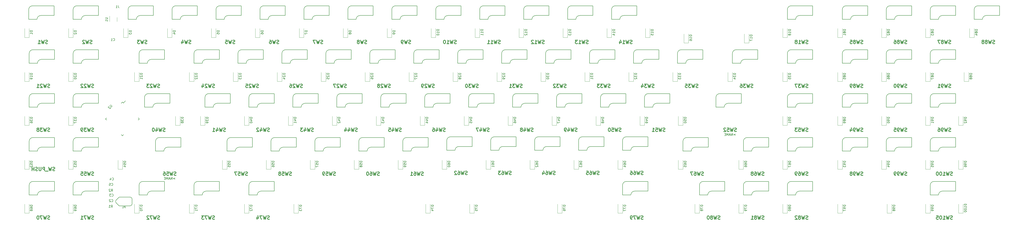
<source format=gbo>
G04 #@! TF.GenerationSoftware,KiCad,Pcbnew,(5.0.0-rc2-dev-733-g23a9fcd91)*
G04 #@! TF.CreationDate,2018-05-24T07:34:15-04:00*
G04 #@! TF.ProjectId,90plus_col2row,3930706C75735F636F6C32726F772E6B,rev?*
G04 #@! TF.SameCoordinates,Original*
G04 #@! TF.FileFunction,Legend,Bot*
G04 #@! TF.FilePolarity,Positive*
%FSLAX46Y46*%
G04 Gerber Fmt 4.6, Leading zero omitted, Abs format (unit mm)*
G04 Created by KiCad (PCBNEW (5.0.0-rc2-dev-733-g23a9fcd91)) date 05/24/18 07:34:15*
%MOMM*%
%LPD*%
G01*
G04 APERTURE LIST*
%ADD10C,0.150000*%
%ADD11C,0.120000*%
%ADD12C,0.127000*%
%ADD13C,0.200000*%
%ADD14C,0.304800*%
G04 APERTURE END LIST*
D10*
X70572500Y-287972500D02*
X76302500Y-287972500D01*
X68897500Y-289647500D02*
G75*
G02X70572500Y-287972500I1675000J0D01*
G01*
X65302500Y-285432500D02*
G75*
G02X66977500Y-283757500I1675000J0D01*
G01*
X66977500Y-283757500D02*
X76302500Y-283757500D01*
X76302500Y-283762500D02*
X76302500Y-287972500D01*
X65302500Y-285432500D02*
X65302500Y-289647500D01*
X65302500Y-289647500D02*
X68897500Y-289647500D01*
D11*
X65293750Y-259425000D02*
X65293750Y-255525000D01*
X63293750Y-259425000D02*
X63293750Y-255525000D01*
X65293750Y-259425000D02*
X63293750Y-259425000D01*
X84343750Y-259425000D02*
X82343750Y-259425000D01*
X82343750Y-259425000D02*
X82343750Y-255525000D01*
X84343750Y-259425000D02*
X84343750Y-255525000D01*
X108156250Y-259425000D02*
X108156250Y-255525000D01*
X106156250Y-259425000D02*
X106156250Y-255525000D01*
X108156250Y-259425000D02*
X106156250Y-259425000D01*
X127206250Y-259425000D02*
X125206250Y-259425000D01*
X125206250Y-259425000D02*
X125206250Y-255525000D01*
X127206250Y-259425000D02*
X127206250Y-255525000D01*
X146256250Y-259425000D02*
X146256250Y-255525000D01*
X144256250Y-259425000D02*
X144256250Y-255525000D01*
X146256250Y-259425000D02*
X144256250Y-259425000D01*
X165306250Y-259425000D02*
X163306250Y-259425000D01*
X163306250Y-259425000D02*
X163306250Y-255525000D01*
X165306250Y-259425000D02*
X165306250Y-255525000D01*
X184356250Y-259425000D02*
X184356250Y-255525000D01*
X182356250Y-259425000D02*
X182356250Y-255525000D01*
X184356250Y-259425000D02*
X182356250Y-259425000D01*
X203406250Y-259425000D02*
X201406250Y-259425000D01*
X201406250Y-259425000D02*
X201406250Y-255525000D01*
X203406250Y-259425000D02*
X203406250Y-255525000D01*
X222456250Y-259425000D02*
X222456250Y-255525000D01*
X220456250Y-259425000D02*
X220456250Y-255525000D01*
X222456250Y-259425000D02*
X220456250Y-259425000D01*
X241506250Y-259425000D02*
X239506250Y-259425000D01*
X239506250Y-259425000D02*
X239506250Y-255525000D01*
X241506250Y-259425000D02*
X241506250Y-255525000D01*
X260556250Y-259425000D02*
X260556250Y-255525000D01*
X258556250Y-259425000D02*
X258556250Y-255525000D01*
X260556250Y-259425000D02*
X258556250Y-259425000D01*
X279606250Y-259425000D02*
X277606250Y-259425000D01*
X277606250Y-259425000D02*
X277606250Y-255525000D01*
X279606250Y-259425000D02*
X279606250Y-255525000D01*
X298656250Y-259425000D02*
X298656250Y-255525000D01*
X296656250Y-259425000D02*
X296656250Y-255525000D01*
X298656250Y-259425000D02*
X296656250Y-259425000D01*
X317706250Y-259425000D02*
X315706250Y-259425000D01*
X315706250Y-259425000D02*
X315706250Y-255525000D01*
X317706250Y-259425000D02*
X317706250Y-255525000D01*
X334375000Y-259425000D02*
X334375000Y-255525000D01*
X332375000Y-259425000D02*
X332375000Y-255525000D01*
X334375000Y-259425000D02*
X332375000Y-259425000D01*
X351043750Y-261806250D02*
X349043750Y-261806250D01*
X349043750Y-261806250D02*
X349043750Y-257906250D01*
X351043750Y-261806250D02*
X351043750Y-257906250D01*
X377237500Y-261806250D02*
X377237500Y-257906250D01*
X375237500Y-261806250D02*
X375237500Y-257906250D01*
X377237500Y-261806250D02*
X375237500Y-261806250D01*
X393906250Y-259425000D02*
X391906250Y-259425000D01*
X391906250Y-259425000D02*
X391906250Y-255525000D01*
X393906250Y-259425000D02*
X393906250Y-255525000D01*
X65293750Y-278475000D02*
X65293750Y-274575000D01*
X63293750Y-278475000D02*
X63293750Y-274575000D01*
X65293750Y-278475000D02*
X63293750Y-278475000D01*
X84343750Y-278475000D02*
X82343750Y-278475000D01*
X82343750Y-278475000D02*
X82343750Y-274575000D01*
X84343750Y-278475000D02*
X84343750Y-274575000D01*
X112918750Y-278475000D02*
X112918750Y-274575000D01*
X110918750Y-278475000D02*
X110918750Y-274575000D01*
X112918750Y-278475000D02*
X110918750Y-278475000D01*
X136731250Y-278475000D02*
X134731250Y-278475000D01*
X134731250Y-278475000D02*
X134731250Y-274575000D01*
X136731250Y-278475000D02*
X136731250Y-274575000D01*
X155781250Y-278475000D02*
X155781250Y-274575000D01*
X153781250Y-278475000D02*
X153781250Y-274575000D01*
X155781250Y-278475000D02*
X153781250Y-278475000D01*
X174831250Y-278475000D02*
X172831250Y-278475000D01*
X172831250Y-278475000D02*
X172831250Y-274575000D01*
X174831250Y-278475000D02*
X174831250Y-274575000D01*
X193881250Y-278475000D02*
X193881250Y-274575000D01*
X191881250Y-278475000D02*
X191881250Y-274575000D01*
X193881250Y-278475000D02*
X191881250Y-278475000D01*
X212931250Y-278475000D02*
X210931250Y-278475000D01*
X210931250Y-278475000D02*
X210931250Y-274575000D01*
X212931250Y-278475000D02*
X212931250Y-274575000D01*
X231981250Y-278475000D02*
X231981250Y-274575000D01*
X229981250Y-278475000D02*
X229981250Y-274575000D01*
X231981250Y-278475000D02*
X229981250Y-278475000D01*
X251031250Y-278475000D02*
X249031250Y-278475000D01*
X249031250Y-278475000D02*
X249031250Y-274575000D01*
X251031250Y-278475000D02*
X251031250Y-274575000D01*
X270081250Y-278475000D02*
X270081250Y-274575000D01*
X268081250Y-278475000D02*
X268081250Y-274575000D01*
X270081250Y-278475000D02*
X268081250Y-278475000D01*
X289131250Y-278475000D02*
X287131250Y-278475000D01*
X287131250Y-278475000D02*
X287131250Y-274575000D01*
X289131250Y-278475000D02*
X289131250Y-274575000D01*
X308181250Y-278475000D02*
X308181250Y-274575000D01*
X306181250Y-278475000D02*
X306181250Y-274575000D01*
X308181250Y-278475000D02*
X306181250Y-278475000D01*
X327231250Y-278475000D02*
X325231250Y-278475000D01*
X325231250Y-278475000D02*
X325231250Y-274575000D01*
X327231250Y-278475000D02*
X327231250Y-274575000D01*
X346281250Y-278475000D02*
X344281250Y-278475000D01*
X344281250Y-278475000D02*
X344281250Y-274575000D01*
X346281250Y-278475000D02*
X346281250Y-274575000D01*
X370093750Y-278475000D02*
X368093750Y-278475000D01*
X368093750Y-278475000D02*
X368093750Y-274575000D01*
X370093750Y-278475000D02*
X370093750Y-274575000D01*
X393906250Y-278475000D02*
X393906250Y-274575000D01*
X391906250Y-278475000D02*
X391906250Y-274575000D01*
X393906250Y-278475000D02*
X391906250Y-278475000D01*
X65293750Y-297525000D02*
X63293750Y-297525000D01*
X63293750Y-297525000D02*
X63293750Y-293625000D01*
X65293750Y-297525000D02*
X65293750Y-293625000D01*
X84343750Y-297525000D02*
X84343750Y-293625000D01*
X82343750Y-297525000D02*
X82343750Y-293625000D01*
X84343750Y-297525000D02*
X82343750Y-297525000D01*
X130700000Y-297480000D02*
X128700000Y-297480000D01*
X128700000Y-297480000D02*
X128700000Y-293580000D01*
X130700000Y-297480000D02*
X130700000Y-293580000D01*
X141493750Y-297525000D02*
X141493750Y-293625000D01*
X139493750Y-297525000D02*
X139493750Y-293625000D01*
X141493750Y-297525000D02*
X139493750Y-297525000D01*
X160543750Y-297525000D02*
X158543750Y-297525000D01*
X158543750Y-297525000D02*
X158543750Y-293625000D01*
X160543750Y-297525000D02*
X160543750Y-293625000D01*
X179593750Y-297525000D02*
X179593750Y-293625000D01*
X177593750Y-297525000D02*
X177593750Y-293625000D01*
X179593750Y-297525000D02*
X177593750Y-297525000D01*
X198643750Y-297525000D02*
X198643750Y-293625000D01*
X196643750Y-297525000D02*
X196643750Y-293625000D01*
X198643750Y-297525000D02*
X196643750Y-297525000D01*
X217693750Y-297525000D02*
X217693750Y-293625000D01*
X215693750Y-297525000D02*
X215693750Y-293625000D01*
X217693750Y-297525000D02*
X215693750Y-297525000D01*
X236743750Y-297525000D02*
X236743750Y-293625000D01*
X234743750Y-297525000D02*
X234743750Y-293625000D01*
X236743750Y-297525000D02*
X234743750Y-297525000D01*
X255793750Y-297525000D02*
X253793750Y-297525000D01*
X253793750Y-297525000D02*
X253793750Y-293625000D01*
X255793750Y-297525000D02*
X255793750Y-293625000D01*
X274843750Y-297525000D02*
X274843750Y-293625000D01*
X272843750Y-297525000D02*
X272843750Y-293625000D01*
X274843750Y-297525000D02*
X272843750Y-297525000D01*
X293893750Y-297525000D02*
X291893750Y-297525000D01*
X291893750Y-297525000D02*
X291893750Y-293625000D01*
X293893750Y-297525000D02*
X293893750Y-293625000D01*
X312943750Y-297525000D02*
X312943750Y-293625000D01*
X310943750Y-297525000D02*
X310943750Y-293625000D01*
X312943750Y-297525000D02*
X310943750Y-297525000D01*
X331993750Y-297525000D02*
X329993750Y-297525000D01*
X329993750Y-297525000D02*
X329993750Y-293625000D01*
X331993750Y-297525000D02*
X331993750Y-293625000D01*
X348662500Y-297525000D02*
X348662500Y-293625000D01*
X346662500Y-297525000D02*
X346662500Y-293625000D01*
X348662500Y-297525000D02*
X346662500Y-297525000D01*
X393906250Y-297525000D02*
X391906250Y-297525000D01*
X391906250Y-297525000D02*
X391906250Y-293625000D01*
X393906250Y-297525000D02*
X393906250Y-293625000D01*
X65293750Y-316575000D02*
X65293750Y-312675000D01*
X63293750Y-316575000D02*
X63293750Y-312675000D01*
X65293750Y-316575000D02*
X63293750Y-316575000D01*
X84343750Y-316575000D02*
X82343750Y-316575000D01*
X82343750Y-316575000D02*
X82343750Y-312675000D01*
X84343750Y-316575000D02*
X84343750Y-312675000D01*
X105775000Y-316575000D02*
X105775000Y-312675000D01*
X103775000Y-316575000D02*
X103775000Y-312675000D01*
X105775000Y-316575000D02*
X103775000Y-316575000D01*
X151018750Y-316575000D02*
X149018750Y-316575000D01*
X149018750Y-316575000D02*
X149018750Y-312675000D01*
X151018750Y-316575000D02*
X151018750Y-312675000D01*
X170068750Y-316575000D02*
X170068750Y-312675000D01*
X168068750Y-316575000D02*
X168068750Y-312675000D01*
X170068750Y-316575000D02*
X168068750Y-316575000D01*
X189118750Y-316575000D02*
X187118750Y-316575000D01*
X187118750Y-316575000D02*
X187118750Y-312675000D01*
X189118750Y-316575000D02*
X189118750Y-312675000D01*
X208168750Y-316575000D02*
X206168750Y-316575000D01*
X206168750Y-316575000D02*
X206168750Y-312675000D01*
X208168750Y-316575000D02*
X208168750Y-312675000D01*
X227218750Y-316575000D02*
X225218750Y-316575000D01*
X225218750Y-316575000D02*
X225218750Y-312675000D01*
X227218750Y-316575000D02*
X227218750Y-312675000D01*
X246268750Y-316575000D02*
X244268750Y-316575000D01*
X244268750Y-316575000D02*
X244268750Y-312675000D01*
X246268750Y-316575000D02*
X246268750Y-312675000D01*
X265318750Y-316575000D02*
X265318750Y-312675000D01*
X263318750Y-316575000D02*
X263318750Y-312675000D01*
X265318750Y-316575000D02*
X263318750Y-316575000D01*
X284368750Y-316575000D02*
X284368750Y-312675000D01*
X282368750Y-316575000D02*
X282368750Y-312675000D01*
X284368750Y-316575000D02*
X282368750Y-316575000D01*
X303418750Y-316575000D02*
X301418750Y-316575000D01*
X301418750Y-316575000D02*
X301418750Y-312675000D01*
X303418750Y-316575000D02*
X303418750Y-312675000D01*
X322468750Y-316575000D02*
X320468750Y-316575000D01*
X320468750Y-316575000D02*
X320468750Y-312675000D01*
X322468750Y-316575000D02*
X322468750Y-312675000D01*
X348662500Y-316575000D02*
X348662500Y-312675000D01*
X346662500Y-316575000D02*
X346662500Y-312675000D01*
X348662500Y-316575000D02*
X346662500Y-316575000D01*
X374856250Y-316575000D02*
X374856250Y-312675000D01*
X372856250Y-316575000D02*
X372856250Y-312675000D01*
X374856250Y-316575000D02*
X372856250Y-316575000D01*
X393906250Y-316575000D02*
X393906250Y-312675000D01*
X391906250Y-316575000D02*
X391906250Y-312675000D01*
X393906250Y-316575000D02*
X391906250Y-316575000D01*
X65293750Y-335625000D02*
X63293750Y-335625000D01*
X63293750Y-335625000D02*
X63293750Y-331725000D01*
X65293750Y-335625000D02*
X65293750Y-331725000D01*
X84343750Y-335625000D02*
X84343750Y-331725000D01*
X82343750Y-335625000D02*
X82343750Y-331725000D01*
X84343750Y-335625000D02*
X82343750Y-335625000D01*
X112918750Y-335625000D02*
X110918750Y-335625000D01*
X110918750Y-335625000D02*
X110918750Y-331725000D01*
X112918750Y-335625000D02*
X112918750Y-331725000D01*
X136731250Y-335625000D02*
X134731250Y-335625000D01*
X134731250Y-335625000D02*
X134731250Y-331725000D01*
X136731250Y-335625000D02*
X136731250Y-331725000D01*
X160543750Y-335625000D02*
X160543750Y-331725000D01*
X158543750Y-335625000D02*
X158543750Y-331725000D01*
X160543750Y-335625000D02*
X158543750Y-335625000D01*
X181975000Y-335625000D02*
X181975000Y-331725000D01*
X179975000Y-335625000D02*
X179975000Y-331725000D01*
X181975000Y-335625000D02*
X179975000Y-335625000D01*
X239125000Y-335625000D02*
X237125000Y-335625000D01*
X237125000Y-335625000D02*
X237125000Y-331725000D01*
X239125000Y-335625000D02*
X239125000Y-331725000D01*
X258175000Y-335625000D02*
X258175000Y-331725000D01*
X256175000Y-335625000D02*
X256175000Y-331725000D01*
X258175000Y-335625000D02*
X256175000Y-335625000D01*
X296275000Y-335625000D02*
X296275000Y-331725000D01*
X294275000Y-335625000D02*
X294275000Y-331725000D01*
X296275000Y-335625000D02*
X294275000Y-335625000D01*
X322468750Y-335625000D02*
X320468750Y-335625000D01*
X320468750Y-335625000D02*
X320468750Y-331725000D01*
X322468750Y-335625000D02*
X322468750Y-331725000D01*
X355806250Y-335625000D02*
X353806250Y-335625000D01*
X353806250Y-335625000D02*
X353806250Y-331725000D01*
X355806250Y-335625000D02*
X355806250Y-331725000D01*
X374856250Y-335625000D02*
X374856250Y-331725000D01*
X372856250Y-335625000D02*
X372856250Y-331725000D01*
X374856250Y-335625000D02*
X372856250Y-335625000D01*
X393906250Y-335625000D02*
X391906250Y-335625000D01*
X391906250Y-335625000D02*
X391906250Y-331725000D01*
X393906250Y-335625000D02*
X393906250Y-331725000D01*
D12*
X109916000Y-331522500D02*
G75*
G02X108963500Y-332475000I-952500J0D01*
G01*
X108963500Y-328665000D02*
G75*
G02X109916000Y-329617500I0J-952500D01*
G01*
X109916000Y-331522500D02*
X109916000Y-329617500D01*
X103096100Y-331293900D02*
G75*
G02X103096100Y-329846100I723900J723900D01*
G01*
X103096100Y-331293900D02*
X104277200Y-332475000D01*
X103096100Y-329846100D02*
X104277200Y-328665000D01*
X108963500Y-332475000D02*
X104277200Y-332475000D01*
X108963500Y-328665000D02*
X104277200Y-328665000D01*
D10*
X65097500Y-251547500D02*
X68692500Y-251547500D01*
X65097500Y-247332500D02*
X65097500Y-251547500D01*
X76097500Y-245662500D02*
X76097500Y-249872500D01*
X66772500Y-245657500D02*
X76097500Y-245657500D01*
X65097500Y-247332500D02*
G75*
G02X66772500Y-245657500I1675000J0D01*
G01*
X68692500Y-251547500D02*
G75*
G02X70367500Y-249872500I1675000J0D01*
G01*
X70367500Y-249872500D02*
X76097500Y-249872500D01*
X84352500Y-251547500D02*
X87947500Y-251547500D01*
X84352500Y-247332500D02*
X84352500Y-251547500D01*
X95352500Y-245662500D02*
X95352500Y-249872500D01*
X86027500Y-245657500D02*
X95352500Y-245657500D01*
X84352500Y-247332500D02*
G75*
G02X86027500Y-245657500I1675000J0D01*
G01*
X87947500Y-251547500D02*
G75*
G02X89622500Y-249872500I1675000J0D01*
G01*
X89622500Y-249872500D02*
X95352500Y-249872500D01*
X113435000Y-249872500D02*
X119165000Y-249872500D01*
X111760000Y-251547500D02*
G75*
G02X113435000Y-249872500I1675000J0D01*
G01*
X108165000Y-247332500D02*
G75*
G02X109840000Y-245657500I1675000J0D01*
G01*
X109840000Y-245657500D02*
X119165000Y-245657500D01*
X119165000Y-245662500D02*
X119165000Y-249872500D01*
X108165000Y-247332500D02*
X108165000Y-251547500D01*
X108165000Y-251547500D02*
X111760000Y-251547500D01*
X132485000Y-249872500D02*
X138215000Y-249872500D01*
X130810000Y-251547500D02*
G75*
G02X132485000Y-249872500I1675000J0D01*
G01*
X127215000Y-247332500D02*
G75*
G02X128890000Y-245657500I1675000J0D01*
G01*
X128890000Y-245657500D02*
X138215000Y-245657500D01*
X138215000Y-245662500D02*
X138215000Y-249872500D01*
X127215000Y-247332500D02*
X127215000Y-251547500D01*
X127215000Y-251547500D02*
X130810000Y-251547500D01*
X151535000Y-249872500D02*
X157265000Y-249872500D01*
X149860000Y-251547500D02*
G75*
G02X151535000Y-249872500I1675000J0D01*
G01*
X146265000Y-247332500D02*
G75*
G02X147940000Y-245657500I1675000J0D01*
G01*
X147940000Y-245657500D02*
X157265000Y-245657500D01*
X157265000Y-245662500D02*
X157265000Y-249872500D01*
X146265000Y-247332500D02*
X146265000Y-251547500D01*
X146265000Y-251547500D02*
X149860000Y-251547500D01*
X170585000Y-249872500D02*
X176315000Y-249872500D01*
X168910000Y-251547500D02*
G75*
G02X170585000Y-249872500I1675000J0D01*
G01*
X165315000Y-247332500D02*
G75*
G02X166990000Y-245657500I1675000J0D01*
G01*
X166990000Y-245657500D02*
X176315000Y-245657500D01*
X176315000Y-245662500D02*
X176315000Y-249872500D01*
X165315000Y-247332500D02*
X165315000Y-251547500D01*
X165315000Y-251547500D02*
X168910000Y-251547500D01*
X189635000Y-249872500D02*
X195365000Y-249872500D01*
X187960000Y-251547500D02*
G75*
G02X189635000Y-249872500I1675000J0D01*
G01*
X184365000Y-247332500D02*
G75*
G02X186040000Y-245657500I1675000J0D01*
G01*
X186040000Y-245657500D02*
X195365000Y-245657500D01*
X195365000Y-245662500D02*
X195365000Y-249872500D01*
X184365000Y-247332500D02*
X184365000Y-251547500D01*
X184365000Y-251547500D02*
X187960000Y-251547500D01*
X208685000Y-249872500D02*
X214415000Y-249872500D01*
X207010000Y-251547500D02*
G75*
G02X208685000Y-249872500I1675000J0D01*
G01*
X203415000Y-247332500D02*
G75*
G02X205090000Y-245657500I1675000J0D01*
G01*
X205090000Y-245657500D02*
X214415000Y-245657500D01*
X214415000Y-245662500D02*
X214415000Y-249872500D01*
X203415000Y-247332500D02*
X203415000Y-251547500D01*
X203415000Y-251547500D02*
X207010000Y-251547500D01*
X227735000Y-249872500D02*
X233465000Y-249872500D01*
X226060000Y-251547500D02*
G75*
G02X227735000Y-249872500I1675000J0D01*
G01*
X222465000Y-247332500D02*
G75*
G02X224140000Y-245657500I1675000J0D01*
G01*
X224140000Y-245657500D02*
X233465000Y-245657500D01*
X233465000Y-245662500D02*
X233465000Y-249872500D01*
X222465000Y-247332500D02*
X222465000Y-251547500D01*
X222465000Y-251547500D02*
X226060000Y-251547500D01*
X246785000Y-249872500D02*
X252515000Y-249872500D01*
X245110000Y-251547500D02*
G75*
G02X246785000Y-249872500I1675000J0D01*
G01*
X241515000Y-247332500D02*
G75*
G02X243190000Y-245657500I1675000J0D01*
G01*
X243190000Y-245657500D02*
X252515000Y-245657500D01*
X252515000Y-245662500D02*
X252515000Y-249872500D01*
X241515000Y-247332500D02*
X241515000Y-251547500D01*
X241515000Y-251547500D02*
X245110000Y-251547500D01*
X265835000Y-249872500D02*
X271565000Y-249872500D01*
X264160000Y-251547500D02*
G75*
G02X265835000Y-249872500I1675000J0D01*
G01*
X260565000Y-247332500D02*
G75*
G02X262240000Y-245657500I1675000J0D01*
G01*
X262240000Y-245657500D02*
X271565000Y-245657500D01*
X271565000Y-245662500D02*
X271565000Y-249872500D01*
X260565000Y-247332500D02*
X260565000Y-251547500D01*
X260565000Y-251547500D02*
X264160000Y-251547500D01*
X284885000Y-249872500D02*
X290615000Y-249872500D01*
X283210000Y-251547500D02*
G75*
G02X284885000Y-249872500I1675000J0D01*
G01*
X279615000Y-247332500D02*
G75*
G02X281290000Y-245657500I1675000J0D01*
G01*
X281290000Y-245657500D02*
X290615000Y-245657500D01*
X290615000Y-245662500D02*
X290615000Y-249872500D01*
X279615000Y-247332500D02*
X279615000Y-251547500D01*
X279615000Y-251547500D02*
X283210000Y-251547500D01*
X303935000Y-249872500D02*
X309665000Y-249872500D01*
X302260000Y-251547500D02*
G75*
G02X303935000Y-249872500I1675000J0D01*
G01*
X298665000Y-247332500D02*
G75*
G02X300340000Y-245657500I1675000J0D01*
G01*
X300340000Y-245657500D02*
X309665000Y-245657500D01*
X309665000Y-245662500D02*
X309665000Y-249872500D01*
X298665000Y-247332500D02*
X298665000Y-251547500D01*
X298665000Y-251547500D02*
X302260000Y-251547500D01*
X322985000Y-249872500D02*
X328715000Y-249872500D01*
X321310000Y-251547500D02*
G75*
G02X322985000Y-249872500I1675000J0D01*
G01*
X317715000Y-247332500D02*
G75*
G02X319390000Y-245657500I1675000J0D01*
G01*
X319390000Y-245657500D02*
X328715000Y-245657500D01*
X328715000Y-245662500D02*
X328715000Y-249872500D01*
X317715000Y-247332500D02*
X317715000Y-251547500D01*
X317715000Y-251547500D02*
X321310000Y-251547500D01*
X399185000Y-249872500D02*
X404915000Y-249872500D01*
X397510000Y-251547500D02*
G75*
G02X399185000Y-249872500I1675000J0D01*
G01*
X393915000Y-247332500D02*
G75*
G02X395590000Y-245657500I1675000J0D01*
G01*
X395590000Y-245657500D02*
X404915000Y-245657500D01*
X404915000Y-245662500D02*
X404915000Y-249872500D01*
X393915000Y-247332500D02*
X393915000Y-251547500D01*
X393915000Y-251547500D02*
X397510000Y-251547500D01*
X70572500Y-268922500D02*
X76302500Y-268922500D01*
X68897500Y-270597500D02*
G75*
G02X70572500Y-268922500I1675000J0D01*
G01*
X65302500Y-266382500D02*
G75*
G02X66977500Y-264707500I1675000J0D01*
G01*
X66977500Y-264707500D02*
X76302500Y-264707500D01*
X76302500Y-264712500D02*
X76302500Y-268922500D01*
X65302500Y-266382500D02*
X65302500Y-270597500D01*
X65302500Y-270597500D02*
X68897500Y-270597500D01*
X84352500Y-270597500D02*
X87947500Y-270597500D01*
X84352500Y-266382500D02*
X84352500Y-270597500D01*
X95352500Y-264712500D02*
X95352500Y-268922500D01*
X86027500Y-264707500D02*
X95352500Y-264707500D01*
X84352500Y-266382500D02*
G75*
G02X86027500Y-264707500I1675000J0D01*
G01*
X87947500Y-270597500D02*
G75*
G02X89622500Y-268922500I1675000J0D01*
G01*
X89622500Y-268922500D02*
X95352500Y-268922500D01*
X118197500Y-268922500D02*
X123927500Y-268922500D01*
X116522500Y-270597500D02*
G75*
G02X118197500Y-268922500I1675000J0D01*
G01*
X112927500Y-266382500D02*
G75*
G02X114602500Y-264707500I1675000J0D01*
G01*
X114602500Y-264707500D02*
X123927500Y-264707500D01*
X123927500Y-264712500D02*
X123927500Y-268922500D01*
X112927500Y-266382500D02*
X112927500Y-270597500D01*
X112927500Y-270597500D02*
X116522500Y-270597500D01*
X142010000Y-268922500D02*
X147740000Y-268922500D01*
X140335000Y-270597500D02*
G75*
G02X142010000Y-268922500I1675000J0D01*
G01*
X136740000Y-266382500D02*
G75*
G02X138415000Y-264707500I1675000J0D01*
G01*
X138415000Y-264707500D02*
X147740000Y-264707500D01*
X147740000Y-264712500D02*
X147740000Y-268922500D01*
X136740000Y-266382500D02*
X136740000Y-270597500D01*
X136740000Y-270597500D02*
X140335000Y-270597500D01*
X161060000Y-268922500D02*
X166790000Y-268922500D01*
X159385000Y-270597500D02*
G75*
G02X161060000Y-268922500I1675000J0D01*
G01*
X155790000Y-266382500D02*
G75*
G02X157465000Y-264707500I1675000J0D01*
G01*
X157465000Y-264707500D02*
X166790000Y-264707500D01*
X166790000Y-264712500D02*
X166790000Y-268922500D01*
X155790000Y-266382500D02*
X155790000Y-270597500D01*
X155790000Y-270597500D02*
X159385000Y-270597500D01*
X180110000Y-268922500D02*
X185840000Y-268922500D01*
X178435000Y-270597500D02*
G75*
G02X180110000Y-268922500I1675000J0D01*
G01*
X174840000Y-266382500D02*
G75*
G02X176515000Y-264707500I1675000J0D01*
G01*
X176515000Y-264707500D02*
X185840000Y-264707500D01*
X185840000Y-264712500D02*
X185840000Y-268922500D01*
X174840000Y-266382500D02*
X174840000Y-270597500D01*
X174840000Y-270597500D02*
X178435000Y-270597500D01*
X193890000Y-270597500D02*
X197485000Y-270597500D01*
X193890000Y-266382500D02*
X193890000Y-270597500D01*
X204890000Y-264712500D02*
X204890000Y-268922500D01*
X195565000Y-264707500D02*
X204890000Y-264707500D01*
X193890000Y-266382500D02*
G75*
G02X195565000Y-264707500I1675000J0D01*
G01*
X197485000Y-270597500D02*
G75*
G02X199160000Y-268922500I1675000J0D01*
G01*
X199160000Y-268922500D02*
X204890000Y-268922500D01*
X212940000Y-270597500D02*
X216535000Y-270597500D01*
X212940000Y-266382500D02*
X212940000Y-270597500D01*
X223940000Y-264712500D02*
X223940000Y-268922500D01*
X214615000Y-264707500D02*
X223940000Y-264707500D01*
X212940000Y-266382500D02*
G75*
G02X214615000Y-264707500I1675000J0D01*
G01*
X216535000Y-270597500D02*
G75*
G02X218210000Y-268922500I1675000J0D01*
G01*
X218210000Y-268922500D02*
X223940000Y-268922500D01*
X231990000Y-270597500D02*
X235585000Y-270597500D01*
X231990000Y-266382500D02*
X231990000Y-270597500D01*
X242990000Y-264712500D02*
X242990000Y-268922500D01*
X233665000Y-264707500D02*
X242990000Y-264707500D01*
X231990000Y-266382500D02*
G75*
G02X233665000Y-264707500I1675000J0D01*
G01*
X235585000Y-270597500D02*
G75*
G02X237260000Y-268922500I1675000J0D01*
G01*
X237260000Y-268922500D02*
X242990000Y-268922500D01*
X251040000Y-270597500D02*
X254635000Y-270597500D01*
X251040000Y-266382500D02*
X251040000Y-270597500D01*
X262040000Y-264712500D02*
X262040000Y-268922500D01*
X252715000Y-264707500D02*
X262040000Y-264707500D01*
X251040000Y-266382500D02*
G75*
G02X252715000Y-264707500I1675000J0D01*
G01*
X254635000Y-270597500D02*
G75*
G02X256310000Y-268922500I1675000J0D01*
G01*
X256310000Y-268922500D02*
X262040000Y-268922500D01*
X270090000Y-270597500D02*
X273685000Y-270597500D01*
X270090000Y-266382500D02*
X270090000Y-270597500D01*
X281090000Y-264712500D02*
X281090000Y-268922500D01*
X271765000Y-264707500D02*
X281090000Y-264707500D01*
X270090000Y-266382500D02*
G75*
G02X271765000Y-264707500I1675000J0D01*
G01*
X273685000Y-270597500D02*
G75*
G02X275360000Y-268922500I1675000J0D01*
G01*
X275360000Y-268922500D02*
X281090000Y-268922500D01*
X289140000Y-270597500D02*
X292735000Y-270597500D01*
X289140000Y-266382500D02*
X289140000Y-270597500D01*
X300140000Y-264712500D02*
X300140000Y-268922500D01*
X290815000Y-264707500D02*
X300140000Y-264707500D01*
X289140000Y-266382500D02*
G75*
G02X290815000Y-264707500I1675000J0D01*
G01*
X292735000Y-270597500D02*
G75*
G02X294410000Y-268922500I1675000J0D01*
G01*
X294410000Y-268922500D02*
X300140000Y-268922500D01*
X313460000Y-268922500D02*
X319190000Y-268922500D01*
X311785000Y-270597500D02*
G75*
G02X313460000Y-268922500I1675000J0D01*
G01*
X308190000Y-266382500D02*
G75*
G02X309865000Y-264707500I1675000J0D01*
G01*
X309865000Y-264707500D02*
X319190000Y-264707500D01*
X319190000Y-264712500D02*
X319190000Y-268922500D01*
X308190000Y-266382500D02*
X308190000Y-270597500D01*
X308190000Y-270597500D02*
X311785000Y-270597500D01*
X332510000Y-268922500D02*
X338240000Y-268922500D01*
X330835000Y-270597500D02*
G75*
G02X332510000Y-268922500I1675000J0D01*
G01*
X327240000Y-266382500D02*
G75*
G02X328915000Y-264707500I1675000J0D01*
G01*
X328915000Y-264707500D02*
X338240000Y-264707500D01*
X338240000Y-264712500D02*
X338240000Y-268922500D01*
X327240000Y-266382500D02*
X327240000Y-270597500D01*
X327240000Y-270597500D02*
X330835000Y-270597500D01*
X351560000Y-268922500D02*
X357290000Y-268922500D01*
X349885000Y-270597500D02*
G75*
G02X351560000Y-268922500I1675000J0D01*
G01*
X346290000Y-266382500D02*
G75*
G02X347965000Y-264707500I1675000J0D01*
G01*
X347965000Y-264707500D02*
X357290000Y-264707500D01*
X357290000Y-264712500D02*
X357290000Y-268922500D01*
X346290000Y-266382500D02*
X346290000Y-270597500D01*
X346290000Y-270597500D02*
X349885000Y-270597500D01*
X375372500Y-268922500D02*
X381102500Y-268922500D01*
X373697500Y-270597500D02*
G75*
G02X375372500Y-268922500I1675000J0D01*
G01*
X370102500Y-266382500D02*
G75*
G02X371777500Y-264707500I1675000J0D01*
G01*
X371777500Y-264707500D02*
X381102500Y-264707500D01*
X381102500Y-264712500D02*
X381102500Y-268922500D01*
X370102500Y-266382500D02*
X370102500Y-270597500D01*
X370102500Y-270597500D02*
X373697500Y-270597500D01*
X399185000Y-268922500D02*
X404915000Y-268922500D01*
X397510000Y-270597500D02*
G75*
G02X399185000Y-268922500I1675000J0D01*
G01*
X393915000Y-266382500D02*
G75*
G02X395590000Y-264707500I1675000J0D01*
G01*
X395590000Y-264707500D02*
X404915000Y-264707500D01*
X404915000Y-264712500D02*
X404915000Y-268922500D01*
X393915000Y-266382500D02*
X393915000Y-270597500D01*
X393915000Y-270597500D02*
X397510000Y-270597500D01*
X89622500Y-287972500D02*
X95352500Y-287972500D01*
X87947500Y-289647500D02*
G75*
G02X89622500Y-287972500I1675000J0D01*
G01*
X84352500Y-285432500D02*
G75*
G02X86027500Y-283757500I1675000J0D01*
G01*
X86027500Y-283757500D02*
X95352500Y-283757500D01*
X95352500Y-283762500D02*
X95352500Y-287972500D01*
X84352500Y-285432500D02*
X84352500Y-289647500D01*
X84352500Y-289647500D02*
X87947500Y-289647500D01*
X120578750Y-287972500D02*
X126308750Y-287972500D01*
X118903750Y-289647500D02*
G75*
G02X120578750Y-287972500I1675000J0D01*
G01*
X115308750Y-285432500D02*
G75*
G02X116983750Y-283757500I1675000J0D01*
G01*
X116983750Y-283757500D02*
X126308750Y-283757500D01*
X126308750Y-283762500D02*
X126308750Y-287972500D01*
X115308750Y-285432500D02*
X115308750Y-289647500D01*
X115308750Y-289647500D02*
X118903750Y-289647500D01*
X141502500Y-289647500D02*
X145097500Y-289647500D01*
X141502500Y-285432500D02*
X141502500Y-289647500D01*
X152502500Y-283762500D02*
X152502500Y-287972500D01*
X143177500Y-283757500D02*
X152502500Y-283757500D01*
X141502500Y-285432500D02*
G75*
G02X143177500Y-283757500I1675000J0D01*
G01*
X145097500Y-289647500D02*
G75*
G02X146772500Y-287972500I1675000J0D01*
G01*
X146772500Y-287972500D02*
X152502500Y-287972500D01*
X160552500Y-289647500D02*
X164147500Y-289647500D01*
X160552500Y-285432500D02*
X160552500Y-289647500D01*
X171552500Y-283762500D02*
X171552500Y-287972500D01*
X162227500Y-283757500D02*
X171552500Y-283757500D01*
X160552500Y-285432500D02*
G75*
G02X162227500Y-283757500I1675000J0D01*
G01*
X164147500Y-289647500D02*
G75*
G02X165822500Y-287972500I1675000J0D01*
G01*
X165822500Y-287972500D02*
X171552500Y-287972500D01*
X179602500Y-289647500D02*
X183197500Y-289647500D01*
X179602500Y-285432500D02*
X179602500Y-289647500D01*
X190602500Y-283762500D02*
X190602500Y-287972500D01*
X181277500Y-283757500D02*
X190602500Y-283757500D01*
X179602500Y-285432500D02*
G75*
G02X181277500Y-283757500I1675000J0D01*
G01*
X183197500Y-289647500D02*
G75*
G02X184872500Y-287972500I1675000J0D01*
G01*
X184872500Y-287972500D02*
X190602500Y-287972500D01*
X203922500Y-287972500D02*
X209652500Y-287972500D01*
X202247500Y-289647500D02*
G75*
G02X203922500Y-287972500I1675000J0D01*
G01*
X198652500Y-285432500D02*
G75*
G02X200327500Y-283757500I1675000J0D01*
G01*
X200327500Y-283757500D02*
X209652500Y-283757500D01*
X209652500Y-283762500D02*
X209652500Y-287972500D01*
X198652500Y-285432500D02*
X198652500Y-289647500D01*
X198652500Y-289647500D02*
X202247500Y-289647500D01*
X222972500Y-287972500D02*
X228702500Y-287972500D01*
X221297500Y-289647500D02*
G75*
G02X222972500Y-287972500I1675000J0D01*
G01*
X217702500Y-285432500D02*
G75*
G02X219377500Y-283757500I1675000J0D01*
G01*
X219377500Y-283757500D02*
X228702500Y-283757500D01*
X228702500Y-283762500D02*
X228702500Y-287972500D01*
X217702500Y-285432500D02*
X217702500Y-289647500D01*
X217702500Y-289647500D02*
X221297500Y-289647500D01*
X242022500Y-287972500D02*
X247752500Y-287972500D01*
X240347500Y-289647500D02*
G75*
G02X242022500Y-287972500I1675000J0D01*
G01*
X236752500Y-285432500D02*
G75*
G02X238427500Y-283757500I1675000J0D01*
G01*
X238427500Y-283757500D02*
X247752500Y-283757500D01*
X247752500Y-283762500D02*
X247752500Y-287972500D01*
X236752500Y-285432500D02*
X236752500Y-289647500D01*
X236752500Y-289647500D02*
X240347500Y-289647500D01*
X255802500Y-289647500D02*
X259397500Y-289647500D01*
X255802500Y-285432500D02*
X255802500Y-289647500D01*
X266802500Y-283762500D02*
X266802500Y-287972500D01*
X257477500Y-283757500D02*
X266802500Y-283757500D01*
X255802500Y-285432500D02*
G75*
G02X257477500Y-283757500I1675000J0D01*
G01*
X259397500Y-289647500D02*
G75*
G02X261072500Y-287972500I1675000J0D01*
G01*
X261072500Y-287972500D02*
X266802500Y-287972500D01*
X274852500Y-289647500D02*
X278447500Y-289647500D01*
X274852500Y-285432500D02*
X274852500Y-289647500D01*
X285852500Y-283762500D02*
X285852500Y-287972500D01*
X276527500Y-283757500D02*
X285852500Y-283757500D01*
X274852500Y-285432500D02*
G75*
G02X276527500Y-283757500I1675000J0D01*
G01*
X278447500Y-289647500D02*
G75*
G02X280122500Y-287972500I1675000J0D01*
G01*
X280122500Y-287972500D02*
X285852500Y-287972500D01*
X293902500Y-289647500D02*
X297497500Y-289647500D01*
X293902500Y-285432500D02*
X293902500Y-289647500D01*
X304902500Y-283762500D02*
X304902500Y-287972500D01*
X295577500Y-283757500D02*
X304902500Y-283757500D01*
X293902500Y-285432500D02*
G75*
G02X295577500Y-283757500I1675000J0D01*
G01*
X297497500Y-289647500D02*
G75*
G02X299172500Y-287972500I1675000J0D01*
G01*
X299172500Y-287972500D02*
X304902500Y-287972500D01*
X318222500Y-287972500D02*
X323952500Y-287972500D01*
X316547500Y-289647500D02*
G75*
G02X318222500Y-287972500I1675000J0D01*
G01*
X312952500Y-285432500D02*
G75*
G02X314627500Y-283757500I1675000J0D01*
G01*
X314627500Y-283757500D02*
X323952500Y-283757500D01*
X323952500Y-283762500D02*
X323952500Y-287972500D01*
X312952500Y-285432500D02*
X312952500Y-289647500D01*
X312952500Y-289647500D02*
X316547500Y-289647500D01*
X337272500Y-287972500D02*
X343002500Y-287972500D01*
X335597500Y-289647500D02*
G75*
G02X337272500Y-287972500I1675000J0D01*
G01*
X332002500Y-285432500D02*
G75*
G02X333677500Y-283757500I1675000J0D01*
G01*
X333677500Y-283757500D02*
X343002500Y-283757500D01*
X343002500Y-283762500D02*
X343002500Y-287972500D01*
X332002500Y-285432500D02*
X332002500Y-289647500D01*
X332002500Y-289647500D02*
X335597500Y-289647500D01*
X368228750Y-287972500D02*
X373958750Y-287972500D01*
X366553750Y-289647500D02*
G75*
G02X368228750Y-287972500I1675000J0D01*
G01*
X362958750Y-285432500D02*
G75*
G02X364633750Y-283757500I1675000J0D01*
G01*
X364633750Y-283757500D02*
X373958750Y-283757500D01*
X373958750Y-283762500D02*
X373958750Y-287972500D01*
X362958750Y-285432500D02*
X362958750Y-289647500D01*
X362958750Y-289647500D02*
X366553750Y-289647500D01*
X393915000Y-289647500D02*
X397510000Y-289647500D01*
X393915000Y-285432500D02*
X393915000Y-289647500D01*
X404915000Y-283762500D02*
X404915000Y-287972500D01*
X395590000Y-283757500D02*
X404915000Y-283757500D01*
X393915000Y-285432500D02*
G75*
G02X395590000Y-283757500I1675000J0D01*
G01*
X397510000Y-289647500D02*
G75*
G02X399185000Y-287972500I1675000J0D01*
G01*
X399185000Y-287972500D02*
X404915000Y-287972500D01*
X65302500Y-308697500D02*
X68897500Y-308697500D01*
X65302500Y-304482500D02*
X65302500Y-308697500D01*
X76302500Y-302812500D02*
X76302500Y-307022500D01*
X66977500Y-302807500D02*
X76302500Y-302807500D01*
X65302500Y-304482500D02*
G75*
G02X66977500Y-302807500I1675000J0D01*
G01*
X68897500Y-308697500D02*
G75*
G02X70572500Y-307022500I1675000J0D01*
G01*
X70572500Y-307022500D02*
X76302500Y-307022500D01*
X84352500Y-308697500D02*
X87947500Y-308697500D01*
X84352500Y-304482500D02*
X84352500Y-308697500D01*
X95352500Y-302812500D02*
X95352500Y-307022500D01*
X86027500Y-302807500D02*
X95352500Y-302807500D01*
X84352500Y-304482500D02*
G75*
G02X86027500Y-302807500I1675000J0D01*
G01*
X87947500Y-308697500D02*
G75*
G02X89622500Y-307022500I1675000J0D01*
G01*
X89622500Y-307022500D02*
X95352500Y-307022500D01*
X120071250Y-308697500D02*
X123666250Y-308697500D01*
X120071250Y-304482500D02*
X120071250Y-308697500D01*
X131071250Y-302812500D02*
X131071250Y-307022500D01*
X121746250Y-302807500D02*
X131071250Y-302807500D01*
X120071250Y-304482500D02*
G75*
G02X121746250Y-302807500I1675000J0D01*
G01*
X123666250Y-308697500D02*
G75*
G02X125341250Y-307022500I1675000J0D01*
G01*
X125341250Y-307022500D02*
X131071250Y-307022500D01*
X151027500Y-308697500D02*
X154622500Y-308697500D01*
X151027500Y-304482500D02*
X151027500Y-308697500D01*
X162027500Y-302812500D02*
X162027500Y-307022500D01*
X152702500Y-302807500D02*
X162027500Y-302807500D01*
X151027500Y-304482500D02*
G75*
G02X152702500Y-302807500I1675000J0D01*
G01*
X154622500Y-308697500D02*
G75*
G02X156297500Y-307022500I1675000J0D01*
G01*
X156297500Y-307022500D02*
X162027500Y-307022500D01*
X170077500Y-308697500D02*
X173672500Y-308697500D01*
X170077500Y-304482500D02*
X170077500Y-308697500D01*
X181077500Y-302812500D02*
X181077500Y-307022500D01*
X171752500Y-302807500D02*
X181077500Y-302807500D01*
X170077500Y-304482500D02*
G75*
G02X171752500Y-302807500I1675000J0D01*
G01*
X173672500Y-308697500D02*
G75*
G02X175347500Y-307022500I1675000J0D01*
G01*
X175347500Y-307022500D02*
X181077500Y-307022500D01*
X189127500Y-308697500D02*
X192722500Y-308697500D01*
X189127500Y-304482500D02*
X189127500Y-308697500D01*
X200127500Y-302812500D02*
X200127500Y-307022500D01*
X190802500Y-302807500D02*
X200127500Y-302807500D01*
X189127500Y-304482500D02*
G75*
G02X190802500Y-302807500I1675000J0D01*
G01*
X192722500Y-308697500D02*
G75*
G02X194397500Y-307022500I1675000J0D01*
G01*
X194397500Y-307022500D02*
X200127500Y-307022500D01*
X213447500Y-307022500D02*
X219177500Y-307022500D01*
X211772500Y-308697500D02*
G75*
G02X213447500Y-307022500I1675000J0D01*
G01*
X208177500Y-304482500D02*
G75*
G02X209852500Y-302807500I1675000J0D01*
G01*
X209852500Y-302807500D02*
X219177500Y-302807500D01*
X219177500Y-302812500D02*
X219177500Y-307022500D01*
X208177500Y-304482500D02*
X208177500Y-308697500D01*
X208177500Y-308697500D02*
X211772500Y-308697500D01*
X227227500Y-308697500D02*
X230822500Y-308697500D01*
X227227500Y-304482500D02*
X227227500Y-308697500D01*
X238227500Y-302812500D02*
X238227500Y-307022500D01*
X228902500Y-302807500D02*
X238227500Y-302807500D01*
X227227500Y-304482500D02*
G75*
G02X228902500Y-302807500I1675000J0D01*
G01*
X230822500Y-308697500D02*
G75*
G02X232497500Y-307022500I1675000J0D01*
G01*
X232497500Y-307022500D02*
X238227500Y-307022500D01*
X246277500Y-308380000D02*
X249872500Y-308380000D01*
X246277500Y-304165000D02*
X246277500Y-308380000D01*
X257277500Y-302495000D02*
X257277500Y-306705000D01*
X247952500Y-302490000D02*
X257277500Y-302490000D01*
X246277500Y-304165000D02*
G75*
G02X247952500Y-302490000I1675000J0D01*
G01*
X249872500Y-308380000D02*
G75*
G02X251547500Y-306705000I1675000J0D01*
G01*
X251547500Y-306705000D02*
X257277500Y-306705000D01*
X265327500Y-308380000D02*
X268922500Y-308380000D01*
X265327500Y-304165000D02*
X265327500Y-308380000D01*
X276327500Y-302495000D02*
X276327500Y-306705000D01*
X267002500Y-302490000D02*
X276327500Y-302490000D01*
X265327500Y-304165000D02*
G75*
G02X267002500Y-302490000I1675000J0D01*
G01*
X268922500Y-308380000D02*
G75*
G02X270597500Y-306705000I1675000J0D01*
G01*
X270597500Y-306705000D02*
X276327500Y-306705000D01*
X284377500Y-308380000D02*
X287972500Y-308380000D01*
X284377500Y-304165000D02*
X284377500Y-308380000D01*
X295377500Y-302495000D02*
X295377500Y-306705000D01*
X286052500Y-302490000D02*
X295377500Y-302490000D01*
X284377500Y-304165000D02*
G75*
G02X286052500Y-302490000I1675000J0D01*
G01*
X287972500Y-308380000D02*
G75*
G02X289647500Y-306705000I1675000J0D01*
G01*
X289647500Y-306705000D02*
X295377500Y-306705000D01*
X303427500Y-308380000D02*
X307022500Y-308380000D01*
X303427500Y-304165000D02*
X303427500Y-308380000D01*
X314427500Y-302495000D02*
X314427500Y-306705000D01*
X305102500Y-302490000D02*
X314427500Y-302490000D01*
X303427500Y-304165000D02*
G75*
G02X305102500Y-302490000I1675000J0D01*
G01*
X307022500Y-308380000D02*
G75*
G02X308697500Y-306705000I1675000J0D01*
G01*
X308697500Y-306705000D02*
X314427500Y-306705000D01*
X322477500Y-308380000D02*
X326072500Y-308380000D01*
X322477500Y-304165000D02*
X322477500Y-308380000D01*
X333477500Y-302495000D02*
X333477500Y-306705000D01*
X324152500Y-302490000D02*
X333477500Y-302490000D01*
X322477500Y-304165000D02*
G75*
G02X324152500Y-302490000I1675000J0D01*
G01*
X326072500Y-308380000D02*
G75*
G02X327747500Y-306705000I1675000J0D01*
G01*
X327747500Y-306705000D02*
X333477500Y-306705000D01*
X353941250Y-307022500D02*
X359671250Y-307022500D01*
X352266250Y-308697500D02*
G75*
G02X353941250Y-307022500I1675000J0D01*
G01*
X348671250Y-304482500D02*
G75*
G02X350346250Y-302807500I1675000J0D01*
G01*
X350346250Y-302807500D02*
X359671250Y-302807500D01*
X359671250Y-302812500D02*
X359671250Y-307022500D01*
X348671250Y-304482500D02*
X348671250Y-308697500D01*
X348671250Y-308697500D02*
X352266250Y-308697500D01*
X374865000Y-308697500D02*
X378460000Y-308697500D01*
X374865000Y-304482500D02*
X374865000Y-308697500D01*
X385865000Y-302812500D02*
X385865000Y-307022500D01*
X376540000Y-302807500D02*
X385865000Y-302807500D01*
X374865000Y-304482500D02*
G75*
G02X376540000Y-302807500I1675000J0D01*
G01*
X378460000Y-308697500D02*
G75*
G02X380135000Y-307022500I1675000J0D01*
G01*
X380135000Y-307022500D02*
X385865000Y-307022500D01*
X393915000Y-308697500D02*
X397510000Y-308697500D01*
X393915000Y-304482500D02*
X393915000Y-308697500D01*
X404915000Y-302812500D02*
X404915000Y-307022500D01*
X395590000Y-302807500D02*
X404915000Y-302807500D01*
X393915000Y-304482500D02*
G75*
G02X395590000Y-302807500I1675000J0D01*
G01*
X397510000Y-308697500D02*
G75*
G02X399185000Y-307022500I1675000J0D01*
G01*
X399185000Y-307022500D02*
X404915000Y-307022500D01*
X65302500Y-327747500D02*
X68897500Y-327747500D01*
X65302500Y-323532500D02*
X65302500Y-327747500D01*
X76302500Y-321862500D02*
X76302500Y-326072500D01*
X66977500Y-321857500D02*
X76302500Y-321857500D01*
X65302500Y-323532500D02*
G75*
G02X66977500Y-321857500I1675000J0D01*
G01*
X68897500Y-327747500D02*
G75*
G02X70572500Y-326072500I1675000J0D01*
G01*
X70572500Y-326072500D02*
X76302500Y-326072500D01*
X89622500Y-326072500D02*
X95352500Y-326072500D01*
X87947500Y-327747500D02*
G75*
G02X89622500Y-326072500I1675000J0D01*
G01*
X84352500Y-323532500D02*
G75*
G02X86027500Y-321857500I1675000J0D01*
G01*
X86027500Y-321857500D02*
X95352500Y-321857500D01*
X95352500Y-321862500D02*
X95352500Y-326072500D01*
X84352500Y-323532500D02*
X84352500Y-327747500D01*
X84352500Y-327747500D02*
X87947500Y-327747500D01*
X112927500Y-327747500D02*
X116522500Y-327747500D01*
X112927500Y-323532500D02*
X112927500Y-327747500D01*
X123927500Y-321862500D02*
X123927500Y-326072500D01*
X114602500Y-321857500D02*
X123927500Y-321857500D01*
X112927500Y-323532500D02*
G75*
G02X114602500Y-321857500I1675000J0D01*
G01*
X116522500Y-327747500D02*
G75*
G02X118197500Y-326072500I1675000J0D01*
G01*
X118197500Y-326072500D02*
X123927500Y-326072500D01*
X136740000Y-327747500D02*
X140335000Y-327747500D01*
X136740000Y-323532500D02*
X136740000Y-327747500D01*
X147740000Y-321862500D02*
X147740000Y-326072500D01*
X138415000Y-321857500D02*
X147740000Y-321857500D01*
X136740000Y-323532500D02*
G75*
G02X138415000Y-321857500I1675000J0D01*
G01*
X140335000Y-327747500D02*
G75*
G02X142010000Y-326072500I1675000J0D01*
G01*
X142010000Y-326072500D02*
X147740000Y-326072500D01*
X165822500Y-326072500D02*
X171552500Y-326072500D01*
X164147500Y-327747500D02*
G75*
G02X165822500Y-326072500I1675000J0D01*
G01*
X160552500Y-323532500D02*
G75*
G02X162227500Y-321857500I1675000J0D01*
G01*
X162227500Y-321857500D02*
X171552500Y-321857500D01*
X171552500Y-321862500D02*
X171552500Y-326072500D01*
X160552500Y-323532500D02*
X160552500Y-327747500D01*
X160552500Y-327747500D02*
X164147500Y-327747500D01*
X322477500Y-327747500D02*
X326072500Y-327747500D01*
X322477500Y-323532500D02*
X322477500Y-327747500D01*
X333477500Y-321862500D02*
X333477500Y-326072500D01*
X324152500Y-321857500D02*
X333477500Y-321857500D01*
X322477500Y-323532500D02*
G75*
G02X324152500Y-321857500I1675000J0D01*
G01*
X326072500Y-327747500D02*
G75*
G02X327747500Y-326072500I1675000J0D01*
G01*
X327747500Y-326072500D02*
X333477500Y-326072500D01*
X355815000Y-327747500D02*
X359410000Y-327747500D01*
X355815000Y-323532500D02*
X355815000Y-327747500D01*
X366815000Y-321862500D02*
X366815000Y-326072500D01*
X357490000Y-321857500D02*
X366815000Y-321857500D01*
X355815000Y-323532500D02*
G75*
G02X357490000Y-321857500I1675000J0D01*
G01*
X359410000Y-327747500D02*
G75*
G02X361085000Y-326072500I1675000J0D01*
G01*
X361085000Y-326072500D02*
X366815000Y-326072500D01*
X374865000Y-327747500D02*
X378460000Y-327747500D01*
X374865000Y-323532500D02*
X374865000Y-327747500D01*
X385865000Y-321862500D02*
X385865000Y-326072500D01*
X376540000Y-321857500D02*
X385865000Y-321857500D01*
X374865000Y-323532500D02*
G75*
G02X376540000Y-321857500I1675000J0D01*
G01*
X378460000Y-327747500D02*
G75*
G02X380135000Y-326072500I1675000J0D01*
G01*
X380135000Y-326072500D02*
X385865000Y-326072500D01*
X393915000Y-327747500D02*
X397510000Y-327747500D01*
X393915000Y-323532500D02*
X393915000Y-327747500D01*
X404915000Y-321862500D02*
X404915000Y-326072500D01*
X395590000Y-321857500D02*
X404915000Y-321857500D01*
X393915000Y-323532500D02*
G75*
G02X395590000Y-321857500I1675000J0D01*
G01*
X397510000Y-327747500D02*
G75*
G02X399185000Y-326072500I1675000J0D01*
G01*
X399185000Y-326072500D02*
X404915000Y-326072500D01*
D11*
X103370000Y-250710000D02*
X103370000Y-252510000D01*
X100150000Y-252510000D02*
X100150000Y-250060000D01*
D10*
X105730000Y-287461445D02*
X106136586Y-287868031D01*
X98411445Y-294780000D02*
X98888742Y-295257297D01*
X105730000Y-302098555D02*
X105252703Y-301621258D01*
X113048555Y-294780000D02*
X112571258Y-294302703D01*
X105730000Y-287461445D02*
X105252703Y-287938742D01*
X113048555Y-294780000D02*
X112571258Y-295257297D01*
X105730000Y-302098555D02*
X106207297Y-301621258D01*
X98411445Y-294780000D02*
X98888742Y-294302703D01*
X106136586Y-287868031D02*
X107038148Y-286966470D01*
D11*
X417718750Y-259425000D02*
X417718750Y-255525000D01*
X415718750Y-259425000D02*
X415718750Y-255525000D01*
X417718750Y-259425000D02*
X415718750Y-259425000D01*
X436768750Y-259425000D02*
X434768750Y-259425000D01*
X434768750Y-259425000D02*
X434768750Y-255525000D01*
X436768750Y-259425000D02*
X436768750Y-255525000D01*
X455818750Y-259425000D02*
X455818750Y-255525000D01*
X453818750Y-259425000D02*
X453818750Y-255525000D01*
X455818750Y-259425000D02*
X453818750Y-259425000D01*
X474868750Y-259425000D02*
X472868750Y-259425000D01*
X472868750Y-259425000D02*
X472868750Y-255525000D01*
X474868750Y-259425000D02*
X474868750Y-255525000D01*
X417718750Y-278475000D02*
X417718750Y-274575000D01*
X415718750Y-278475000D02*
X415718750Y-274575000D01*
X417718750Y-278475000D02*
X415718750Y-278475000D01*
X436768750Y-278475000D02*
X434768750Y-278475000D01*
X434768750Y-278475000D02*
X434768750Y-274575000D01*
X436768750Y-278475000D02*
X436768750Y-274575000D01*
X455818750Y-278475000D02*
X455818750Y-274575000D01*
X453818750Y-278475000D02*
X453818750Y-274575000D01*
X455818750Y-278475000D02*
X453818750Y-278475000D01*
X472487500Y-278475000D02*
X470487500Y-278475000D01*
X470487500Y-278475000D02*
X470487500Y-274575000D01*
X472487500Y-278475000D02*
X472487500Y-274575000D01*
X417718750Y-297525000D02*
X417718750Y-293625000D01*
X415718750Y-297525000D02*
X415718750Y-293625000D01*
X417718750Y-297525000D02*
X415718750Y-297525000D01*
X436768750Y-297525000D02*
X434768750Y-297525000D01*
X434768750Y-297525000D02*
X434768750Y-293625000D01*
X436768750Y-297525000D02*
X436768750Y-293625000D01*
X455818750Y-297525000D02*
X455818750Y-293625000D01*
X453818750Y-297525000D02*
X453818750Y-293625000D01*
X455818750Y-297525000D02*
X453818750Y-297525000D01*
X470106250Y-297525000D02*
X468106250Y-297525000D01*
X468106250Y-297525000D02*
X468106250Y-293625000D01*
X470106250Y-297525000D02*
X470106250Y-293625000D01*
X417718750Y-316575000D02*
X417718750Y-312675000D01*
X415718750Y-316575000D02*
X415718750Y-312675000D01*
X417718750Y-316575000D02*
X415718750Y-316575000D01*
X436768750Y-316575000D02*
X436768750Y-312675000D01*
X434768750Y-316575000D02*
X434768750Y-312675000D01*
X436768750Y-316575000D02*
X434768750Y-316575000D01*
X455818750Y-316575000D02*
X453818750Y-316575000D01*
X453818750Y-316575000D02*
X453818750Y-312675000D01*
X455818750Y-316575000D02*
X455818750Y-312675000D01*
X470106250Y-316575000D02*
X468106250Y-316575000D01*
X468106250Y-316575000D02*
X468106250Y-312675000D01*
X470106250Y-316575000D02*
X470106250Y-312675000D01*
X417718750Y-335625000D02*
X415718750Y-335625000D01*
X415718750Y-335625000D02*
X415718750Y-331725000D01*
X417718750Y-335625000D02*
X417718750Y-331725000D01*
X439150000Y-335625000D02*
X439150000Y-331725000D01*
X437150000Y-335625000D02*
X437150000Y-331725000D01*
X439150000Y-335625000D02*
X437150000Y-335625000D01*
X455818750Y-335625000D02*
X453818750Y-335625000D01*
X453818750Y-335625000D02*
X453818750Y-331725000D01*
X455818750Y-335625000D02*
X455818750Y-331725000D01*
X470106250Y-335625000D02*
X470106250Y-331725000D01*
X468106250Y-335625000D02*
X468106250Y-331725000D01*
X470106250Y-335625000D02*
X468106250Y-335625000D01*
D10*
X422997500Y-249872500D02*
X428727500Y-249872500D01*
X421322500Y-251547500D02*
G75*
G02X422997500Y-249872500I1675000J0D01*
G01*
X417727500Y-247332500D02*
G75*
G02X419402500Y-245657500I1675000J0D01*
G01*
X419402500Y-245657500D02*
X428727500Y-245657500D01*
X428727500Y-245662500D02*
X428727500Y-249872500D01*
X417727500Y-247332500D02*
X417727500Y-251547500D01*
X417727500Y-251547500D02*
X421322500Y-251547500D01*
X436777500Y-251547500D02*
X440372500Y-251547500D01*
X436777500Y-247332500D02*
X436777500Y-251547500D01*
X447777500Y-245662500D02*
X447777500Y-249872500D01*
X438452500Y-245657500D02*
X447777500Y-245657500D01*
X436777500Y-247332500D02*
G75*
G02X438452500Y-245657500I1675000J0D01*
G01*
X440372500Y-251547500D02*
G75*
G02X442047500Y-249872500I1675000J0D01*
G01*
X442047500Y-249872500D02*
X447777500Y-249872500D01*
X461097500Y-249872500D02*
X466827500Y-249872500D01*
X459422500Y-251547500D02*
G75*
G02X461097500Y-249872500I1675000J0D01*
G01*
X455827500Y-247332500D02*
G75*
G02X457502500Y-245657500I1675000J0D01*
G01*
X457502500Y-245657500D02*
X466827500Y-245657500D01*
X466827500Y-245662500D02*
X466827500Y-249872500D01*
X455827500Y-247332500D02*
X455827500Y-251547500D01*
X455827500Y-251547500D02*
X459422500Y-251547500D01*
X474877500Y-251547500D02*
X478472500Y-251547500D01*
X474877500Y-247332500D02*
X474877500Y-251547500D01*
X485877500Y-245662500D02*
X485877500Y-249872500D01*
X476552500Y-245657500D02*
X485877500Y-245657500D01*
X474877500Y-247332500D02*
G75*
G02X476552500Y-245657500I1675000J0D01*
G01*
X478472500Y-251547500D02*
G75*
G02X480147500Y-249872500I1675000J0D01*
G01*
X480147500Y-249872500D02*
X485877500Y-249872500D01*
X417727500Y-270597500D02*
X421322500Y-270597500D01*
X417727500Y-266382500D02*
X417727500Y-270597500D01*
X428727500Y-264712500D02*
X428727500Y-268922500D01*
X419402500Y-264707500D02*
X428727500Y-264707500D01*
X417727500Y-266382500D02*
G75*
G02X419402500Y-264707500I1675000J0D01*
G01*
X421322500Y-270597500D02*
G75*
G02X422997500Y-268922500I1675000J0D01*
G01*
X422997500Y-268922500D02*
X428727500Y-268922500D01*
X442047500Y-268922500D02*
X447777500Y-268922500D01*
X440372500Y-270597500D02*
G75*
G02X442047500Y-268922500I1675000J0D01*
G01*
X436777500Y-266382500D02*
G75*
G02X438452500Y-264707500I1675000J0D01*
G01*
X438452500Y-264707500D02*
X447777500Y-264707500D01*
X447777500Y-264712500D02*
X447777500Y-268922500D01*
X436777500Y-266382500D02*
X436777500Y-270597500D01*
X436777500Y-270597500D02*
X440372500Y-270597500D01*
X455827500Y-270597500D02*
X459422500Y-270597500D01*
X455827500Y-266382500D02*
X455827500Y-270597500D01*
X466827500Y-264712500D02*
X466827500Y-268922500D01*
X457502500Y-264707500D02*
X466827500Y-264707500D01*
X455827500Y-266382500D02*
G75*
G02X457502500Y-264707500I1675000J0D01*
G01*
X459422500Y-270597500D02*
G75*
G02X461097500Y-268922500I1675000J0D01*
G01*
X461097500Y-268922500D02*
X466827500Y-268922500D01*
X422997500Y-287972500D02*
X428727500Y-287972500D01*
X421322500Y-289647500D02*
G75*
G02X422997500Y-287972500I1675000J0D01*
G01*
X417727500Y-285432500D02*
G75*
G02X419402500Y-283757500I1675000J0D01*
G01*
X419402500Y-283757500D02*
X428727500Y-283757500D01*
X428727500Y-283762500D02*
X428727500Y-287972500D01*
X417727500Y-285432500D02*
X417727500Y-289647500D01*
X417727500Y-289647500D02*
X421322500Y-289647500D01*
X436777500Y-289647500D02*
X440372500Y-289647500D01*
X436777500Y-285432500D02*
X436777500Y-289647500D01*
X447777500Y-283762500D02*
X447777500Y-287972500D01*
X438452500Y-283757500D02*
X447777500Y-283757500D01*
X436777500Y-285432500D02*
G75*
G02X438452500Y-283757500I1675000J0D01*
G01*
X440372500Y-289647500D02*
G75*
G02X442047500Y-287972500I1675000J0D01*
G01*
X442047500Y-287972500D02*
X447777500Y-287972500D01*
X455827500Y-289647500D02*
X459422500Y-289647500D01*
X455827500Y-285432500D02*
X455827500Y-289647500D01*
X466827500Y-283762500D02*
X466827500Y-287972500D01*
X457502500Y-283757500D02*
X466827500Y-283757500D01*
X455827500Y-285432500D02*
G75*
G02X457502500Y-283757500I1675000J0D01*
G01*
X459422500Y-289647500D02*
G75*
G02X461097500Y-287972500I1675000J0D01*
G01*
X461097500Y-287972500D02*
X466827500Y-287972500D01*
X422997500Y-307022500D02*
X428727500Y-307022500D01*
X421322500Y-308697500D02*
G75*
G02X422997500Y-307022500I1675000J0D01*
G01*
X417727500Y-304482500D02*
G75*
G02X419402500Y-302807500I1675000J0D01*
G01*
X419402500Y-302807500D02*
X428727500Y-302807500D01*
X428727500Y-302812500D02*
X428727500Y-307022500D01*
X417727500Y-304482500D02*
X417727500Y-308697500D01*
X417727500Y-308697500D02*
X421322500Y-308697500D01*
X436777500Y-308697500D02*
X440372500Y-308697500D01*
X436777500Y-304482500D02*
X436777500Y-308697500D01*
X447777500Y-302812500D02*
X447777500Y-307022500D01*
X438452500Y-302807500D02*
X447777500Y-302807500D01*
X436777500Y-304482500D02*
G75*
G02X438452500Y-302807500I1675000J0D01*
G01*
X440372500Y-308697500D02*
G75*
G02X442047500Y-307022500I1675000J0D01*
G01*
X442047500Y-307022500D02*
X447777500Y-307022500D01*
X461097500Y-307022500D02*
X466827500Y-307022500D01*
X459422500Y-308697500D02*
G75*
G02X461097500Y-307022500I1675000J0D01*
G01*
X455827500Y-304482500D02*
G75*
G02X457502500Y-302807500I1675000J0D01*
G01*
X457502500Y-302807500D02*
X466827500Y-302807500D01*
X466827500Y-302812500D02*
X466827500Y-307022500D01*
X455827500Y-304482500D02*
X455827500Y-308697500D01*
X455827500Y-308697500D02*
X459422500Y-308697500D01*
X461097500Y-326072500D02*
X466827500Y-326072500D01*
X459422500Y-327747500D02*
G75*
G02X461097500Y-326072500I1675000J0D01*
G01*
X455827500Y-323532500D02*
G75*
G02X457502500Y-321857500I1675000J0D01*
G01*
X457502500Y-321857500D02*
X466827500Y-321857500D01*
X466827500Y-321862500D02*
X466827500Y-326072500D01*
X455827500Y-323532500D02*
X455827500Y-327747500D01*
X455827500Y-327747500D02*
X459422500Y-327747500D01*
X103933333Y-245532380D02*
X103933333Y-246246666D01*
X103980952Y-246389523D01*
X104076190Y-246484761D01*
X104219047Y-246532380D01*
X104314285Y-246532380D01*
X102933333Y-246532380D02*
X103504761Y-246532380D01*
X103219047Y-246532380D02*
X103219047Y-245532380D01*
X103314285Y-245675238D01*
X103409523Y-245770476D01*
X103504761Y-245818095D01*
D13*
X371450892Y-301298214D02*
X370688988Y-301583928D01*
X371450892Y-301869642D01*
X370212797Y-301964880D02*
X370212797Y-300964880D01*
X369641369Y-301964880D01*
X369641369Y-300964880D01*
X369212797Y-301679166D02*
X368736607Y-301679166D01*
X369308035Y-301964880D02*
X368974702Y-300964880D01*
X368641369Y-301964880D01*
X368308035Y-301964880D02*
X368308035Y-300964880D01*
X367974702Y-301679166D01*
X367641369Y-300964880D01*
X367641369Y-301964880D01*
X367165178Y-301441071D02*
X366831845Y-301441071D01*
X366688988Y-301964880D02*
X367165178Y-301964880D01*
X367165178Y-300964880D01*
X366688988Y-300964880D01*
D14*
X74195214Y-300129357D02*
X73977500Y-300201928D01*
X73614642Y-300201928D01*
X73469500Y-300129357D01*
X73396928Y-300056785D01*
X73324357Y-299911642D01*
X73324357Y-299766500D01*
X73396928Y-299621357D01*
X73469500Y-299548785D01*
X73614642Y-299476214D01*
X73904928Y-299403642D01*
X74050071Y-299331071D01*
X74122642Y-299258500D01*
X74195214Y-299113357D01*
X74195214Y-298968214D01*
X74122642Y-298823071D01*
X74050071Y-298750500D01*
X73904928Y-298677928D01*
X73542071Y-298677928D01*
X73324357Y-298750500D01*
X72816357Y-298677928D02*
X72453500Y-300201928D01*
X72163214Y-299113357D01*
X71872928Y-300201928D01*
X71510071Y-298677928D01*
X71074642Y-298677928D02*
X70131214Y-298677928D01*
X70639214Y-299258500D01*
X70421500Y-299258500D01*
X70276357Y-299331071D01*
X70203785Y-299403642D01*
X70131214Y-299548785D01*
X70131214Y-299911642D01*
X70203785Y-300056785D01*
X70276357Y-300129357D01*
X70421500Y-300201928D01*
X70856928Y-300201928D01*
X71002071Y-300129357D01*
X71074642Y-300056785D01*
X69260357Y-299331071D02*
X69405500Y-299258500D01*
X69478071Y-299185928D01*
X69550642Y-299040785D01*
X69550642Y-298968214D01*
X69478071Y-298823071D01*
X69405500Y-298750500D01*
X69260357Y-298677928D01*
X68970071Y-298677928D01*
X68824928Y-298750500D01*
X68752357Y-298823071D01*
X68679785Y-298968214D01*
X68679785Y-299040785D01*
X68752357Y-299185928D01*
X68824928Y-299258500D01*
X68970071Y-299331071D01*
X69260357Y-299331071D01*
X69405500Y-299403642D01*
X69478071Y-299476214D01*
X69550642Y-299621357D01*
X69550642Y-299911642D01*
X69478071Y-300056785D01*
X69405500Y-300129357D01*
X69260357Y-300201928D01*
X68970071Y-300201928D01*
X68824928Y-300129357D01*
X68752357Y-300056785D01*
X68679785Y-299911642D01*
X68679785Y-299621357D01*
X68752357Y-299476214D01*
X68824928Y-299403642D01*
X68970071Y-299331071D01*
D10*
X101766666Y-260737142D02*
X101814285Y-260784761D01*
X101957142Y-260832380D01*
X102052380Y-260832380D01*
X102195238Y-260784761D01*
X102290476Y-260689523D01*
X102338095Y-260594285D01*
X102385714Y-260403809D01*
X102385714Y-260260952D01*
X102338095Y-260070476D01*
X102290476Y-259975238D01*
X102195238Y-259880000D01*
X102052380Y-259832380D01*
X101957142Y-259832380D01*
X101814285Y-259880000D01*
X101766666Y-259927619D01*
X100814285Y-260832380D02*
X101385714Y-260832380D01*
X101100000Y-260832380D02*
X101100000Y-259832380D01*
X101195238Y-259975238D01*
X101290476Y-260070476D01*
X101385714Y-260118095D01*
X100974166Y-330627142D02*
X101021785Y-330674761D01*
X101164642Y-330722380D01*
X101259880Y-330722380D01*
X101402738Y-330674761D01*
X101497976Y-330579523D01*
X101545595Y-330484285D01*
X101593214Y-330293809D01*
X101593214Y-330150952D01*
X101545595Y-329960476D01*
X101497976Y-329865238D01*
X101402738Y-329770000D01*
X101259880Y-329722380D01*
X101164642Y-329722380D01*
X101021785Y-329770000D01*
X100974166Y-329817619D01*
X100593214Y-329817619D02*
X100545595Y-329770000D01*
X100450357Y-329722380D01*
X100212261Y-329722380D01*
X100117023Y-329770000D01*
X100069404Y-329817619D01*
X100021785Y-329912857D01*
X100021785Y-330008095D01*
X100069404Y-330150952D01*
X100640833Y-330722380D01*
X100021785Y-330722380D01*
X101134166Y-328217142D02*
X101181785Y-328264761D01*
X101324642Y-328312380D01*
X101419880Y-328312380D01*
X101562738Y-328264761D01*
X101657976Y-328169523D01*
X101705595Y-328074285D01*
X101753214Y-327883809D01*
X101753214Y-327740952D01*
X101705595Y-327550476D01*
X101657976Y-327455238D01*
X101562738Y-327360000D01*
X101419880Y-327312380D01*
X101324642Y-327312380D01*
X101181785Y-327360000D01*
X101134166Y-327407619D01*
X100800833Y-327312380D02*
X100181785Y-327312380D01*
X100515119Y-327693333D01*
X100372261Y-327693333D01*
X100277023Y-327740952D01*
X100229404Y-327788571D01*
X100181785Y-327883809D01*
X100181785Y-328121904D01*
X100229404Y-328217142D01*
X100277023Y-328264761D01*
X100372261Y-328312380D01*
X100657976Y-328312380D01*
X100753214Y-328264761D01*
X100800833Y-328217142D01*
X101259166Y-321217142D02*
X101306785Y-321264761D01*
X101449642Y-321312380D01*
X101544880Y-321312380D01*
X101687738Y-321264761D01*
X101782976Y-321169523D01*
X101830595Y-321074285D01*
X101878214Y-320883809D01*
X101878214Y-320740952D01*
X101830595Y-320550476D01*
X101782976Y-320455238D01*
X101687738Y-320360000D01*
X101544880Y-320312380D01*
X101449642Y-320312380D01*
X101306785Y-320360000D01*
X101259166Y-320407619D01*
X100402023Y-320645714D02*
X100402023Y-321312380D01*
X100640119Y-320264761D02*
X100878214Y-320979047D01*
X100259166Y-320979047D01*
X100944166Y-323572142D02*
X100991785Y-323619761D01*
X101134642Y-323667380D01*
X101229880Y-323667380D01*
X101372738Y-323619761D01*
X101467976Y-323524523D01*
X101515595Y-323429285D01*
X101563214Y-323238809D01*
X101563214Y-323095952D01*
X101515595Y-322905476D01*
X101467976Y-322810238D01*
X101372738Y-322715000D01*
X101229880Y-322667380D01*
X101134642Y-322667380D01*
X100991785Y-322715000D01*
X100944166Y-322762619D01*
X100039404Y-322667380D02*
X100515595Y-322667380D01*
X100563214Y-323143571D01*
X100515595Y-323095952D01*
X100420357Y-323048333D01*
X100182261Y-323048333D01*
X100087023Y-323095952D01*
X100039404Y-323143571D01*
X99991785Y-323238809D01*
X99991785Y-323476904D01*
X100039404Y-323572142D01*
X100087023Y-323619761D01*
X100182261Y-323667380D01*
X100420357Y-323667380D01*
X100515595Y-323619761D01*
X100563214Y-323572142D01*
X66746130Y-256436904D02*
X65746130Y-256436904D01*
X65746130Y-256675000D01*
X65793750Y-256817857D01*
X65888988Y-256913095D01*
X65984226Y-256960714D01*
X66174702Y-257008333D01*
X66317559Y-257008333D01*
X66508035Y-256960714D01*
X66603273Y-256913095D01*
X66698511Y-256817857D01*
X66746130Y-256675000D01*
X66746130Y-256436904D01*
X66746130Y-257960714D02*
X66746130Y-257389285D01*
X66746130Y-257675000D02*
X65746130Y-257675000D01*
X65888988Y-257579761D01*
X65984226Y-257484523D01*
X66031845Y-257389285D01*
X85796130Y-256436904D02*
X84796130Y-256436904D01*
X84796130Y-256675000D01*
X84843750Y-256817857D01*
X84938988Y-256913095D01*
X85034226Y-256960714D01*
X85224702Y-257008333D01*
X85367559Y-257008333D01*
X85558035Y-256960714D01*
X85653273Y-256913095D01*
X85748511Y-256817857D01*
X85796130Y-256675000D01*
X85796130Y-256436904D01*
X84891369Y-257389285D02*
X84843750Y-257436904D01*
X84796130Y-257532142D01*
X84796130Y-257770238D01*
X84843750Y-257865476D01*
X84891369Y-257913095D01*
X84986607Y-257960714D01*
X85081845Y-257960714D01*
X85224702Y-257913095D01*
X85796130Y-257341666D01*
X85796130Y-257960714D01*
X109608630Y-256436904D02*
X108608630Y-256436904D01*
X108608630Y-256675000D01*
X108656250Y-256817857D01*
X108751488Y-256913095D01*
X108846726Y-256960714D01*
X109037202Y-257008333D01*
X109180059Y-257008333D01*
X109370535Y-256960714D01*
X109465773Y-256913095D01*
X109561011Y-256817857D01*
X109608630Y-256675000D01*
X109608630Y-256436904D01*
X108608630Y-257341666D02*
X108608630Y-257960714D01*
X108989583Y-257627380D01*
X108989583Y-257770238D01*
X109037202Y-257865476D01*
X109084821Y-257913095D01*
X109180059Y-257960714D01*
X109418154Y-257960714D01*
X109513392Y-257913095D01*
X109561011Y-257865476D01*
X109608630Y-257770238D01*
X109608630Y-257484523D01*
X109561011Y-257389285D01*
X109513392Y-257341666D01*
X128658630Y-256436904D02*
X127658630Y-256436904D01*
X127658630Y-256675000D01*
X127706250Y-256817857D01*
X127801488Y-256913095D01*
X127896726Y-256960714D01*
X128087202Y-257008333D01*
X128230059Y-257008333D01*
X128420535Y-256960714D01*
X128515773Y-256913095D01*
X128611011Y-256817857D01*
X128658630Y-256675000D01*
X128658630Y-256436904D01*
X127991964Y-257865476D02*
X128658630Y-257865476D01*
X127611011Y-257627380D02*
X128325297Y-257389285D01*
X128325297Y-258008333D01*
X147708630Y-256436904D02*
X146708630Y-256436904D01*
X146708630Y-256675000D01*
X146756250Y-256817857D01*
X146851488Y-256913095D01*
X146946726Y-256960714D01*
X147137202Y-257008333D01*
X147280059Y-257008333D01*
X147470535Y-256960714D01*
X147565773Y-256913095D01*
X147661011Y-256817857D01*
X147708630Y-256675000D01*
X147708630Y-256436904D01*
X146708630Y-257913095D02*
X146708630Y-257436904D01*
X147184821Y-257389285D01*
X147137202Y-257436904D01*
X147089583Y-257532142D01*
X147089583Y-257770238D01*
X147137202Y-257865476D01*
X147184821Y-257913095D01*
X147280059Y-257960714D01*
X147518154Y-257960714D01*
X147613392Y-257913095D01*
X147661011Y-257865476D01*
X147708630Y-257770238D01*
X147708630Y-257532142D01*
X147661011Y-257436904D01*
X147613392Y-257389285D01*
X166758630Y-256436904D02*
X165758630Y-256436904D01*
X165758630Y-256675000D01*
X165806250Y-256817857D01*
X165901488Y-256913095D01*
X165996726Y-256960714D01*
X166187202Y-257008333D01*
X166330059Y-257008333D01*
X166520535Y-256960714D01*
X166615773Y-256913095D01*
X166711011Y-256817857D01*
X166758630Y-256675000D01*
X166758630Y-256436904D01*
X165758630Y-257865476D02*
X165758630Y-257675000D01*
X165806250Y-257579761D01*
X165853869Y-257532142D01*
X165996726Y-257436904D01*
X166187202Y-257389285D01*
X166568154Y-257389285D01*
X166663392Y-257436904D01*
X166711011Y-257484523D01*
X166758630Y-257579761D01*
X166758630Y-257770238D01*
X166711011Y-257865476D01*
X166663392Y-257913095D01*
X166568154Y-257960714D01*
X166330059Y-257960714D01*
X166234821Y-257913095D01*
X166187202Y-257865476D01*
X166139583Y-257770238D01*
X166139583Y-257579761D01*
X166187202Y-257484523D01*
X166234821Y-257436904D01*
X166330059Y-257389285D01*
X185808630Y-256436904D02*
X184808630Y-256436904D01*
X184808630Y-256675000D01*
X184856250Y-256817857D01*
X184951488Y-256913095D01*
X185046726Y-256960714D01*
X185237202Y-257008333D01*
X185380059Y-257008333D01*
X185570535Y-256960714D01*
X185665773Y-256913095D01*
X185761011Y-256817857D01*
X185808630Y-256675000D01*
X185808630Y-256436904D01*
X184808630Y-257341666D02*
X184808630Y-258008333D01*
X185808630Y-257579761D01*
X204858630Y-256436904D02*
X203858630Y-256436904D01*
X203858630Y-256675000D01*
X203906250Y-256817857D01*
X204001488Y-256913095D01*
X204096726Y-256960714D01*
X204287202Y-257008333D01*
X204430059Y-257008333D01*
X204620535Y-256960714D01*
X204715773Y-256913095D01*
X204811011Y-256817857D01*
X204858630Y-256675000D01*
X204858630Y-256436904D01*
X204287202Y-257579761D02*
X204239583Y-257484523D01*
X204191964Y-257436904D01*
X204096726Y-257389285D01*
X204049107Y-257389285D01*
X203953869Y-257436904D01*
X203906250Y-257484523D01*
X203858630Y-257579761D01*
X203858630Y-257770238D01*
X203906250Y-257865476D01*
X203953869Y-257913095D01*
X204049107Y-257960714D01*
X204096726Y-257960714D01*
X204191964Y-257913095D01*
X204239583Y-257865476D01*
X204287202Y-257770238D01*
X204287202Y-257579761D01*
X204334821Y-257484523D01*
X204382440Y-257436904D01*
X204477678Y-257389285D01*
X204668154Y-257389285D01*
X204763392Y-257436904D01*
X204811011Y-257484523D01*
X204858630Y-257579761D01*
X204858630Y-257770238D01*
X204811011Y-257865476D01*
X204763392Y-257913095D01*
X204668154Y-257960714D01*
X204477678Y-257960714D01*
X204382440Y-257913095D01*
X204334821Y-257865476D01*
X204287202Y-257770238D01*
X223908630Y-256436904D02*
X222908630Y-256436904D01*
X222908630Y-256675000D01*
X222956250Y-256817857D01*
X223051488Y-256913095D01*
X223146726Y-256960714D01*
X223337202Y-257008333D01*
X223480059Y-257008333D01*
X223670535Y-256960714D01*
X223765773Y-256913095D01*
X223861011Y-256817857D01*
X223908630Y-256675000D01*
X223908630Y-256436904D01*
X223908630Y-257484523D02*
X223908630Y-257675000D01*
X223861011Y-257770238D01*
X223813392Y-257817857D01*
X223670535Y-257913095D01*
X223480059Y-257960714D01*
X223099107Y-257960714D01*
X223003869Y-257913095D01*
X222956250Y-257865476D01*
X222908630Y-257770238D01*
X222908630Y-257579761D01*
X222956250Y-257484523D01*
X223003869Y-257436904D01*
X223099107Y-257389285D01*
X223337202Y-257389285D01*
X223432440Y-257436904D01*
X223480059Y-257484523D01*
X223527678Y-257579761D01*
X223527678Y-257770238D01*
X223480059Y-257865476D01*
X223432440Y-257913095D01*
X223337202Y-257960714D01*
X242958630Y-255960714D02*
X241958630Y-255960714D01*
X241958630Y-256198809D01*
X242006250Y-256341666D01*
X242101488Y-256436904D01*
X242196726Y-256484523D01*
X242387202Y-256532142D01*
X242530059Y-256532142D01*
X242720535Y-256484523D01*
X242815773Y-256436904D01*
X242911011Y-256341666D01*
X242958630Y-256198809D01*
X242958630Y-255960714D01*
X242958630Y-257484523D02*
X242958630Y-256913095D01*
X242958630Y-257198809D02*
X241958630Y-257198809D01*
X242101488Y-257103571D01*
X242196726Y-257008333D01*
X242244345Y-256913095D01*
X241958630Y-258103571D02*
X241958630Y-258198809D01*
X242006250Y-258294047D01*
X242053869Y-258341666D01*
X242149107Y-258389285D01*
X242339583Y-258436904D01*
X242577678Y-258436904D01*
X242768154Y-258389285D01*
X242863392Y-258341666D01*
X242911011Y-258294047D01*
X242958630Y-258198809D01*
X242958630Y-258103571D01*
X242911011Y-258008333D01*
X242863392Y-257960714D01*
X242768154Y-257913095D01*
X242577678Y-257865476D01*
X242339583Y-257865476D01*
X242149107Y-257913095D01*
X242053869Y-257960714D01*
X242006250Y-258008333D01*
X241958630Y-258103571D01*
X262008630Y-255960714D02*
X261008630Y-255960714D01*
X261008630Y-256198809D01*
X261056250Y-256341666D01*
X261151488Y-256436904D01*
X261246726Y-256484523D01*
X261437202Y-256532142D01*
X261580059Y-256532142D01*
X261770535Y-256484523D01*
X261865773Y-256436904D01*
X261961011Y-256341666D01*
X262008630Y-256198809D01*
X262008630Y-255960714D01*
X262008630Y-257484523D02*
X262008630Y-256913095D01*
X262008630Y-257198809D02*
X261008630Y-257198809D01*
X261151488Y-257103571D01*
X261246726Y-257008333D01*
X261294345Y-256913095D01*
X262008630Y-258436904D02*
X262008630Y-257865476D01*
X262008630Y-258151190D02*
X261008630Y-258151190D01*
X261151488Y-258055952D01*
X261246726Y-257960714D01*
X261294345Y-257865476D01*
X281058630Y-255960714D02*
X280058630Y-255960714D01*
X280058630Y-256198809D01*
X280106250Y-256341666D01*
X280201488Y-256436904D01*
X280296726Y-256484523D01*
X280487202Y-256532142D01*
X280630059Y-256532142D01*
X280820535Y-256484523D01*
X280915773Y-256436904D01*
X281011011Y-256341666D01*
X281058630Y-256198809D01*
X281058630Y-255960714D01*
X281058630Y-257484523D02*
X281058630Y-256913095D01*
X281058630Y-257198809D02*
X280058630Y-257198809D01*
X280201488Y-257103571D01*
X280296726Y-257008333D01*
X280344345Y-256913095D01*
X280153869Y-257865476D02*
X280106250Y-257913095D01*
X280058630Y-258008333D01*
X280058630Y-258246428D01*
X280106250Y-258341666D01*
X280153869Y-258389285D01*
X280249107Y-258436904D01*
X280344345Y-258436904D01*
X280487202Y-258389285D01*
X281058630Y-257817857D01*
X281058630Y-258436904D01*
X300108630Y-255960714D02*
X299108630Y-255960714D01*
X299108630Y-256198809D01*
X299156250Y-256341666D01*
X299251488Y-256436904D01*
X299346726Y-256484523D01*
X299537202Y-256532142D01*
X299680059Y-256532142D01*
X299870535Y-256484523D01*
X299965773Y-256436904D01*
X300061011Y-256341666D01*
X300108630Y-256198809D01*
X300108630Y-255960714D01*
X300108630Y-257484523D02*
X300108630Y-256913095D01*
X300108630Y-257198809D02*
X299108630Y-257198809D01*
X299251488Y-257103571D01*
X299346726Y-257008333D01*
X299394345Y-256913095D01*
X299108630Y-257817857D02*
X299108630Y-258436904D01*
X299489583Y-258103571D01*
X299489583Y-258246428D01*
X299537202Y-258341666D01*
X299584821Y-258389285D01*
X299680059Y-258436904D01*
X299918154Y-258436904D01*
X300013392Y-258389285D01*
X300061011Y-258341666D01*
X300108630Y-258246428D01*
X300108630Y-257960714D01*
X300061011Y-257865476D01*
X300013392Y-257817857D01*
X319158630Y-255960714D02*
X318158630Y-255960714D01*
X318158630Y-256198809D01*
X318206250Y-256341666D01*
X318301488Y-256436904D01*
X318396726Y-256484523D01*
X318587202Y-256532142D01*
X318730059Y-256532142D01*
X318920535Y-256484523D01*
X319015773Y-256436904D01*
X319111011Y-256341666D01*
X319158630Y-256198809D01*
X319158630Y-255960714D01*
X319158630Y-257484523D02*
X319158630Y-256913095D01*
X319158630Y-257198809D02*
X318158630Y-257198809D01*
X318301488Y-257103571D01*
X318396726Y-257008333D01*
X318444345Y-256913095D01*
X318491964Y-258341666D02*
X319158630Y-258341666D01*
X318111011Y-258103571D02*
X318825297Y-257865476D01*
X318825297Y-258484523D01*
X335827380Y-255960714D02*
X334827380Y-255960714D01*
X334827380Y-256198809D01*
X334875000Y-256341666D01*
X334970238Y-256436904D01*
X335065476Y-256484523D01*
X335255952Y-256532142D01*
X335398809Y-256532142D01*
X335589285Y-256484523D01*
X335684523Y-256436904D01*
X335779761Y-256341666D01*
X335827380Y-256198809D01*
X335827380Y-255960714D01*
X335827380Y-257484523D02*
X335827380Y-256913095D01*
X335827380Y-257198809D02*
X334827380Y-257198809D01*
X334970238Y-257103571D01*
X335065476Y-257008333D01*
X335113095Y-256913095D01*
X334827380Y-258389285D02*
X334827380Y-257913095D01*
X335303571Y-257865476D01*
X335255952Y-257913095D01*
X335208333Y-258008333D01*
X335208333Y-258246428D01*
X335255952Y-258341666D01*
X335303571Y-258389285D01*
X335398809Y-258436904D01*
X335636904Y-258436904D01*
X335732142Y-258389285D01*
X335779761Y-258341666D01*
X335827380Y-258246428D01*
X335827380Y-258008333D01*
X335779761Y-257913095D01*
X335732142Y-257865476D01*
X352496130Y-258341964D02*
X351496130Y-258341964D01*
X351496130Y-258580059D01*
X351543750Y-258722916D01*
X351638988Y-258818154D01*
X351734226Y-258865773D01*
X351924702Y-258913392D01*
X352067559Y-258913392D01*
X352258035Y-258865773D01*
X352353273Y-258818154D01*
X352448511Y-258722916D01*
X352496130Y-258580059D01*
X352496130Y-258341964D01*
X352496130Y-259865773D02*
X352496130Y-259294345D01*
X352496130Y-259580059D02*
X351496130Y-259580059D01*
X351638988Y-259484821D01*
X351734226Y-259389583D01*
X351781845Y-259294345D01*
X351496130Y-260722916D02*
X351496130Y-260532440D01*
X351543750Y-260437202D01*
X351591369Y-260389583D01*
X351734226Y-260294345D01*
X351924702Y-260246726D01*
X352305654Y-260246726D01*
X352400892Y-260294345D01*
X352448511Y-260341964D01*
X352496130Y-260437202D01*
X352496130Y-260627678D01*
X352448511Y-260722916D01*
X352400892Y-260770535D01*
X352305654Y-260818154D01*
X352067559Y-260818154D01*
X351972321Y-260770535D01*
X351924702Y-260722916D01*
X351877083Y-260627678D01*
X351877083Y-260437202D01*
X351924702Y-260341964D01*
X351972321Y-260294345D01*
X352067559Y-260246726D01*
X378689880Y-258341964D02*
X377689880Y-258341964D01*
X377689880Y-258580059D01*
X377737500Y-258722916D01*
X377832738Y-258818154D01*
X377927976Y-258865773D01*
X378118452Y-258913392D01*
X378261309Y-258913392D01*
X378451785Y-258865773D01*
X378547023Y-258818154D01*
X378642261Y-258722916D01*
X378689880Y-258580059D01*
X378689880Y-258341964D01*
X378689880Y-259865773D02*
X378689880Y-259294345D01*
X378689880Y-259580059D02*
X377689880Y-259580059D01*
X377832738Y-259484821D01*
X377927976Y-259389583D01*
X377975595Y-259294345D01*
X377689880Y-260199107D02*
X377689880Y-260865773D01*
X378689880Y-260437202D01*
X395358630Y-255960714D02*
X394358630Y-255960714D01*
X394358630Y-256198809D01*
X394406250Y-256341666D01*
X394501488Y-256436904D01*
X394596726Y-256484523D01*
X394787202Y-256532142D01*
X394930059Y-256532142D01*
X395120535Y-256484523D01*
X395215773Y-256436904D01*
X395311011Y-256341666D01*
X395358630Y-256198809D01*
X395358630Y-255960714D01*
X395358630Y-257484523D02*
X395358630Y-256913095D01*
X395358630Y-257198809D02*
X394358630Y-257198809D01*
X394501488Y-257103571D01*
X394596726Y-257008333D01*
X394644345Y-256913095D01*
X394787202Y-258055952D02*
X394739583Y-257960714D01*
X394691964Y-257913095D01*
X394596726Y-257865476D01*
X394549107Y-257865476D01*
X394453869Y-257913095D01*
X394406250Y-257960714D01*
X394358630Y-258055952D01*
X394358630Y-258246428D01*
X394406250Y-258341666D01*
X394453869Y-258389285D01*
X394549107Y-258436904D01*
X394596726Y-258436904D01*
X394691964Y-258389285D01*
X394739583Y-258341666D01*
X394787202Y-258246428D01*
X394787202Y-258055952D01*
X394834821Y-257960714D01*
X394882440Y-257913095D01*
X394977678Y-257865476D01*
X395168154Y-257865476D01*
X395263392Y-257913095D01*
X395311011Y-257960714D01*
X395358630Y-258055952D01*
X395358630Y-258246428D01*
X395311011Y-258341666D01*
X395263392Y-258389285D01*
X395168154Y-258436904D01*
X394977678Y-258436904D01*
X394882440Y-258389285D01*
X394834821Y-258341666D01*
X394787202Y-258246428D01*
X66746130Y-275010714D02*
X65746130Y-275010714D01*
X65746130Y-275248809D01*
X65793750Y-275391666D01*
X65888988Y-275486904D01*
X65984226Y-275534523D01*
X66174702Y-275582142D01*
X66317559Y-275582142D01*
X66508035Y-275534523D01*
X66603273Y-275486904D01*
X66698511Y-275391666D01*
X66746130Y-275248809D01*
X66746130Y-275010714D01*
X66746130Y-276534523D02*
X66746130Y-275963095D01*
X66746130Y-276248809D02*
X65746130Y-276248809D01*
X65888988Y-276153571D01*
X65984226Y-276058333D01*
X66031845Y-275963095D01*
X66746130Y-277010714D02*
X66746130Y-277201190D01*
X66698511Y-277296428D01*
X66650892Y-277344047D01*
X66508035Y-277439285D01*
X66317559Y-277486904D01*
X65936607Y-277486904D01*
X65841369Y-277439285D01*
X65793750Y-277391666D01*
X65746130Y-277296428D01*
X65746130Y-277105952D01*
X65793750Y-277010714D01*
X65841369Y-276963095D01*
X65936607Y-276915476D01*
X66174702Y-276915476D01*
X66269940Y-276963095D01*
X66317559Y-277010714D01*
X66365178Y-277105952D01*
X66365178Y-277296428D01*
X66317559Y-277391666D01*
X66269940Y-277439285D01*
X66174702Y-277486904D01*
X85796130Y-275010714D02*
X84796130Y-275010714D01*
X84796130Y-275248809D01*
X84843750Y-275391666D01*
X84938988Y-275486904D01*
X85034226Y-275534523D01*
X85224702Y-275582142D01*
X85367559Y-275582142D01*
X85558035Y-275534523D01*
X85653273Y-275486904D01*
X85748511Y-275391666D01*
X85796130Y-275248809D01*
X85796130Y-275010714D01*
X84891369Y-275963095D02*
X84843750Y-276010714D01*
X84796130Y-276105952D01*
X84796130Y-276344047D01*
X84843750Y-276439285D01*
X84891369Y-276486904D01*
X84986607Y-276534523D01*
X85081845Y-276534523D01*
X85224702Y-276486904D01*
X85796130Y-275915476D01*
X85796130Y-276534523D01*
X84796130Y-277153571D02*
X84796130Y-277248809D01*
X84843750Y-277344047D01*
X84891369Y-277391666D01*
X84986607Y-277439285D01*
X85177083Y-277486904D01*
X85415178Y-277486904D01*
X85605654Y-277439285D01*
X85700892Y-277391666D01*
X85748511Y-277344047D01*
X85796130Y-277248809D01*
X85796130Y-277153571D01*
X85748511Y-277058333D01*
X85700892Y-277010714D01*
X85605654Y-276963095D01*
X85415178Y-276915476D01*
X85177083Y-276915476D01*
X84986607Y-276963095D01*
X84891369Y-277010714D01*
X84843750Y-277058333D01*
X84796130Y-277153571D01*
X114371130Y-275010714D02*
X113371130Y-275010714D01*
X113371130Y-275248809D01*
X113418750Y-275391666D01*
X113513988Y-275486904D01*
X113609226Y-275534523D01*
X113799702Y-275582142D01*
X113942559Y-275582142D01*
X114133035Y-275534523D01*
X114228273Y-275486904D01*
X114323511Y-275391666D01*
X114371130Y-275248809D01*
X114371130Y-275010714D01*
X113466369Y-275963095D02*
X113418750Y-276010714D01*
X113371130Y-276105952D01*
X113371130Y-276344047D01*
X113418750Y-276439285D01*
X113466369Y-276486904D01*
X113561607Y-276534523D01*
X113656845Y-276534523D01*
X113799702Y-276486904D01*
X114371130Y-275915476D01*
X114371130Y-276534523D01*
X114371130Y-277486904D02*
X114371130Y-276915476D01*
X114371130Y-277201190D02*
X113371130Y-277201190D01*
X113513988Y-277105952D01*
X113609226Y-277010714D01*
X113656845Y-276915476D01*
X138183630Y-275010714D02*
X137183630Y-275010714D01*
X137183630Y-275248809D01*
X137231250Y-275391666D01*
X137326488Y-275486904D01*
X137421726Y-275534523D01*
X137612202Y-275582142D01*
X137755059Y-275582142D01*
X137945535Y-275534523D01*
X138040773Y-275486904D01*
X138136011Y-275391666D01*
X138183630Y-275248809D01*
X138183630Y-275010714D01*
X137278869Y-275963095D02*
X137231250Y-276010714D01*
X137183630Y-276105952D01*
X137183630Y-276344047D01*
X137231250Y-276439285D01*
X137278869Y-276486904D01*
X137374107Y-276534523D01*
X137469345Y-276534523D01*
X137612202Y-276486904D01*
X138183630Y-275915476D01*
X138183630Y-276534523D01*
X137278869Y-276915476D02*
X137231250Y-276963095D01*
X137183630Y-277058333D01*
X137183630Y-277296428D01*
X137231250Y-277391666D01*
X137278869Y-277439285D01*
X137374107Y-277486904D01*
X137469345Y-277486904D01*
X137612202Y-277439285D01*
X138183630Y-276867857D01*
X138183630Y-277486904D01*
X157233630Y-275010714D02*
X156233630Y-275010714D01*
X156233630Y-275248809D01*
X156281250Y-275391666D01*
X156376488Y-275486904D01*
X156471726Y-275534523D01*
X156662202Y-275582142D01*
X156805059Y-275582142D01*
X156995535Y-275534523D01*
X157090773Y-275486904D01*
X157186011Y-275391666D01*
X157233630Y-275248809D01*
X157233630Y-275010714D01*
X156328869Y-275963095D02*
X156281250Y-276010714D01*
X156233630Y-276105952D01*
X156233630Y-276344047D01*
X156281250Y-276439285D01*
X156328869Y-276486904D01*
X156424107Y-276534523D01*
X156519345Y-276534523D01*
X156662202Y-276486904D01*
X157233630Y-275915476D01*
X157233630Y-276534523D01*
X156233630Y-276867857D02*
X156233630Y-277486904D01*
X156614583Y-277153571D01*
X156614583Y-277296428D01*
X156662202Y-277391666D01*
X156709821Y-277439285D01*
X156805059Y-277486904D01*
X157043154Y-277486904D01*
X157138392Y-277439285D01*
X157186011Y-277391666D01*
X157233630Y-277296428D01*
X157233630Y-277010714D01*
X157186011Y-276915476D01*
X157138392Y-276867857D01*
X176283630Y-275010714D02*
X175283630Y-275010714D01*
X175283630Y-275248809D01*
X175331250Y-275391666D01*
X175426488Y-275486904D01*
X175521726Y-275534523D01*
X175712202Y-275582142D01*
X175855059Y-275582142D01*
X176045535Y-275534523D01*
X176140773Y-275486904D01*
X176236011Y-275391666D01*
X176283630Y-275248809D01*
X176283630Y-275010714D01*
X175378869Y-275963095D02*
X175331250Y-276010714D01*
X175283630Y-276105952D01*
X175283630Y-276344047D01*
X175331250Y-276439285D01*
X175378869Y-276486904D01*
X175474107Y-276534523D01*
X175569345Y-276534523D01*
X175712202Y-276486904D01*
X176283630Y-275915476D01*
X176283630Y-276534523D01*
X175616964Y-277391666D02*
X176283630Y-277391666D01*
X175236011Y-277153571D02*
X175950297Y-276915476D01*
X175950297Y-277534523D01*
X195333630Y-275010714D02*
X194333630Y-275010714D01*
X194333630Y-275248809D01*
X194381250Y-275391666D01*
X194476488Y-275486904D01*
X194571726Y-275534523D01*
X194762202Y-275582142D01*
X194905059Y-275582142D01*
X195095535Y-275534523D01*
X195190773Y-275486904D01*
X195286011Y-275391666D01*
X195333630Y-275248809D01*
X195333630Y-275010714D01*
X194428869Y-275963095D02*
X194381250Y-276010714D01*
X194333630Y-276105952D01*
X194333630Y-276344047D01*
X194381250Y-276439285D01*
X194428869Y-276486904D01*
X194524107Y-276534523D01*
X194619345Y-276534523D01*
X194762202Y-276486904D01*
X195333630Y-275915476D01*
X195333630Y-276534523D01*
X194333630Y-277439285D02*
X194333630Y-276963095D01*
X194809821Y-276915476D01*
X194762202Y-276963095D01*
X194714583Y-277058333D01*
X194714583Y-277296428D01*
X194762202Y-277391666D01*
X194809821Y-277439285D01*
X194905059Y-277486904D01*
X195143154Y-277486904D01*
X195238392Y-277439285D01*
X195286011Y-277391666D01*
X195333630Y-277296428D01*
X195333630Y-277058333D01*
X195286011Y-276963095D01*
X195238392Y-276915476D01*
X214383630Y-275010714D02*
X213383630Y-275010714D01*
X213383630Y-275248809D01*
X213431250Y-275391666D01*
X213526488Y-275486904D01*
X213621726Y-275534523D01*
X213812202Y-275582142D01*
X213955059Y-275582142D01*
X214145535Y-275534523D01*
X214240773Y-275486904D01*
X214336011Y-275391666D01*
X214383630Y-275248809D01*
X214383630Y-275010714D01*
X213478869Y-275963095D02*
X213431250Y-276010714D01*
X213383630Y-276105952D01*
X213383630Y-276344047D01*
X213431250Y-276439285D01*
X213478869Y-276486904D01*
X213574107Y-276534523D01*
X213669345Y-276534523D01*
X213812202Y-276486904D01*
X214383630Y-275915476D01*
X214383630Y-276534523D01*
X213383630Y-277391666D02*
X213383630Y-277201190D01*
X213431250Y-277105952D01*
X213478869Y-277058333D01*
X213621726Y-276963095D01*
X213812202Y-276915476D01*
X214193154Y-276915476D01*
X214288392Y-276963095D01*
X214336011Y-277010714D01*
X214383630Y-277105952D01*
X214383630Y-277296428D01*
X214336011Y-277391666D01*
X214288392Y-277439285D01*
X214193154Y-277486904D01*
X213955059Y-277486904D01*
X213859821Y-277439285D01*
X213812202Y-277391666D01*
X213764583Y-277296428D01*
X213764583Y-277105952D01*
X213812202Y-277010714D01*
X213859821Y-276963095D01*
X213955059Y-276915476D01*
X233433630Y-275010714D02*
X232433630Y-275010714D01*
X232433630Y-275248809D01*
X232481250Y-275391666D01*
X232576488Y-275486904D01*
X232671726Y-275534523D01*
X232862202Y-275582142D01*
X233005059Y-275582142D01*
X233195535Y-275534523D01*
X233290773Y-275486904D01*
X233386011Y-275391666D01*
X233433630Y-275248809D01*
X233433630Y-275010714D01*
X232528869Y-275963095D02*
X232481250Y-276010714D01*
X232433630Y-276105952D01*
X232433630Y-276344047D01*
X232481250Y-276439285D01*
X232528869Y-276486904D01*
X232624107Y-276534523D01*
X232719345Y-276534523D01*
X232862202Y-276486904D01*
X233433630Y-275915476D01*
X233433630Y-276534523D01*
X232433630Y-276867857D02*
X232433630Y-277534523D01*
X233433630Y-277105952D01*
X252483630Y-275010714D02*
X251483630Y-275010714D01*
X251483630Y-275248809D01*
X251531250Y-275391666D01*
X251626488Y-275486904D01*
X251721726Y-275534523D01*
X251912202Y-275582142D01*
X252055059Y-275582142D01*
X252245535Y-275534523D01*
X252340773Y-275486904D01*
X252436011Y-275391666D01*
X252483630Y-275248809D01*
X252483630Y-275010714D01*
X251578869Y-275963095D02*
X251531250Y-276010714D01*
X251483630Y-276105952D01*
X251483630Y-276344047D01*
X251531250Y-276439285D01*
X251578869Y-276486904D01*
X251674107Y-276534523D01*
X251769345Y-276534523D01*
X251912202Y-276486904D01*
X252483630Y-275915476D01*
X252483630Y-276534523D01*
X251912202Y-277105952D02*
X251864583Y-277010714D01*
X251816964Y-276963095D01*
X251721726Y-276915476D01*
X251674107Y-276915476D01*
X251578869Y-276963095D01*
X251531250Y-277010714D01*
X251483630Y-277105952D01*
X251483630Y-277296428D01*
X251531250Y-277391666D01*
X251578869Y-277439285D01*
X251674107Y-277486904D01*
X251721726Y-277486904D01*
X251816964Y-277439285D01*
X251864583Y-277391666D01*
X251912202Y-277296428D01*
X251912202Y-277105952D01*
X251959821Y-277010714D01*
X252007440Y-276963095D01*
X252102678Y-276915476D01*
X252293154Y-276915476D01*
X252388392Y-276963095D01*
X252436011Y-277010714D01*
X252483630Y-277105952D01*
X252483630Y-277296428D01*
X252436011Y-277391666D01*
X252388392Y-277439285D01*
X252293154Y-277486904D01*
X252102678Y-277486904D01*
X252007440Y-277439285D01*
X251959821Y-277391666D01*
X251912202Y-277296428D01*
X271533630Y-275010714D02*
X270533630Y-275010714D01*
X270533630Y-275248809D01*
X270581250Y-275391666D01*
X270676488Y-275486904D01*
X270771726Y-275534523D01*
X270962202Y-275582142D01*
X271105059Y-275582142D01*
X271295535Y-275534523D01*
X271390773Y-275486904D01*
X271486011Y-275391666D01*
X271533630Y-275248809D01*
X271533630Y-275010714D01*
X270628869Y-275963095D02*
X270581250Y-276010714D01*
X270533630Y-276105952D01*
X270533630Y-276344047D01*
X270581250Y-276439285D01*
X270628869Y-276486904D01*
X270724107Y-276534523D01*
X270819345Y-276534523D01*
X270962202Y-276486904D01*
X271533630Y-275915476D01*
X271533630Y-276534523D01*
X271533630Y-277010714D02*
X271533630Y-277201190D01*
X271486011Y-277296428D01*
X271438392Y-277344047D01*
X271295535Y-277439285D01*
X271105059Y-277486904D01*
X270724107Y-277486904D01*
X270628869Y-277439285D01*
X270581250Y-277391666D01*
X270533630Y-277296428D01*
X270533630Y-277105952D01*
X270581250Y-277010714D01*
X270628869Y-276963095D01*
X270724107Y-276915476D01*
X270962202Y-276915476D01*
X271057440Y-276963095D01*
X271105059Y-277010714D01*
X271152678Y-277105952D01*
X271152678Y-277296428D01*
X271105059Y-277391666D01*
X271057440Y-277439285D01*
X270962202Y-277486904D01*
X290583630Y-275010714D02*
X289583630Y-275010714D01*
X289583630Y-275248809D01*
X289631250Y-275391666D01*
X289726488Y-275486904D01*
X289821726Y-275534523D01*
X290012202Y-275582142D01*
X290155059Y-275582142D01*
X290345535Y-275534523D01*
X290440773Y-275486904D01*
X290536011Y-275391666D01*
X290583630Y-275248809D01*
X290583630Y-275010714D01*
X289583630Y-275915476D02*
X289583630Y-276534523D01*
X289964583Y-276201190D01*
X289964583Y-276344047D01*
X290012202Y-276439285D01*
X290059821Y-276486904D01*
X290155059Y-276534523D01*
X290393154Y-276534523D01*
X290488392Y-276486904D01*
X290536011Y-276439285D01*
X290583630Y-276344047D01*
X290583630Y-276058333D01*
X290536011Y-275963095D01*
X290488392Y-275915476D01*
X289583630Y-277153571D02*
X289583630Y-277248809D01*
X289631250Y-277344047D01*
X289678869Y-277391666D01*
X289774107Y-277439285D01*
X289964583Y-277486904D01*
X290202678Y-277486904D01*
X290393154Y-277439285D01*
X290488392Y-277391666D01*
X290536011Y-277344047D01*
X290583630Y-277248809D01*
X290583630Y-277153571D01*
X290536011Y-277058333D01*
X290488392Y-277010714D01*
X290393154Y-276963095D01*
X290202678Y-276915476D01*
X289964583Y-276915476D01*
X289774107Y-276963095D01*
X289678869Y-277010714D01*
X289631250Y-277058333D01*
X289583630Y-277153571D01*
X309633630Y-275010714D02*
X308633630Y-275010714D01*
X308633630Y-275248809D01*
X308681250Y-275391666D01*
X308776488Y-275486904D01*
X308871726Y-275534523D01*
X309062202Y-275582142D01*
X309205059Y-275582142D01*
X309395535Y-275534523D01*
X309490773Y-275486904D01*
X309586011Y-275391666D01*
X309633630Y-275248809D01*
X309633630Y-275010714D01*
X308633630Y-275915476D02*
X308633630Y-276534523D01*
X309014583Y-276201190D01*
X309014583Y-276344047D01*
X309062202Y-276439285D01*
X309109821Y-276486904D01*
X309205059Y-276534523D01*
X309443154Y-276534523D01*
X309538392Y-276486904D01*
X309586011Y-276439285D01*
X309633630Y-276344047D01*
X309633630Y-276058333D01*
X309586011Y-275963095D01*
X309538392Y-275915476D01*
X309633630Y-277486904D02*
X309633630Y-276915476D01*
X309633630Y-277201190D02*
X308633630Y-277201190D01*
X308776488Y-277105952D01*
X308871726Y-277010714D01*
X308919345Y-276915476D01*
X328683630Y-275010714D02*
X327683630Y-275010714D01*
X327683630Y-275248809D01*
X327731250Y-275391666D01*
X327826488Y-275486904D01*
X327921726Y-275534523D01*
X328112202Y-275582142D01*
X328255059Y-275582142D01*
X328445535Y-275534523D01*
X328540773Y-275486904D01*
X328636011Y-275391666D01*
X328683630Y-275248809D01*
X328683630Y-275010714D01*
X327683630Y-275915476D02*
X327683630Y-276534523D01*
X328064583Y-276201190D01*
X328064583Y-276344047D01*
X328112202Y-276439285D01*
X328159821Y-276486904D01*
X328255059Y-276534523D01*
X328493154Y-276534523D01*
X328588392Y-276486904D01*
X328636011Y-276439285D01*
X328683630Y-276344047D01*
X328683630Y-276058333D01*
X328636011Y-275963095D01*
X328588392Y-275915476D01*
X327778869Y-276915476D02*
X327731250Y-276963095D01*
X327683630Y-277058333D01*
X327683630Y-277296428D01*
X327731250Y-277391666D01*
X327778869Y-277439285D01*
X327874107Y-277486904D01*
X327969345Y-277486904D01*
X328112202Y-277439285D01*
X328683630Y-276867857D01*
X328683630Y-277486904D01*
X347733630Y-275010714D02*
X346733630Y-275010714D01*
X346733630Y-275248809D01*
X346781250Y-275391666D01*
X346876488Y-275486904D01*
X346971726Y-275534523D01*
X347162202Y-275582142D01*
X347305059Y-275582142D01*
X347495535Y-275534523D01*
X347590773Y-275486904D01*
X347686011Y-275391666D01*
X347733630Y-275248809D01*
X347733630Y-275010714D01*
X346733630Y-275915476D02*
X346733630Y-276534523D01*
X347114583Y-276201190D01*
X347114583Y-276344047D01*
X347162202Y-276439285D01*
X347209821Y-276486904D01*
X347305059Y-276534523D01*
X347543154Y-276534523D01*
X347638392Y-276486904D01*
X347686011Y-276439285D01*
X347733630Y-276344047D01*
X347733630Y-276058333D01*
X347686011Y-275963095D01*
X347638392Y-275915476D01*
X346733630Y-276867857D02*
X346733630Y-277486904D01*
X347114583Y-277153571D01*
X347114583Y-277296428D01*
X347162202Y-277391666D01*
X347209821Y-277439285D01*
X347305059Y-277486904D01*
X347543154Y-277486904D01*
X347638392Y-277439285D01*
X347686011Y-277391666D01*
X347733630Y-277296428D01*
X347733630Y-277010714D01*
X347686011Y-276915476D01*
X347638392Y-276867857D01*
X371546130Y-275010714D02*
X370546130Y-275010714D01*
X370546130Y-275248809D01*
X370593750Y-275391666D01*
X370688988Y-275486904D01*
X370784226Y-275534523D01*
X370974702Y-275582142D01*
X371117559Y-275582142D01*
X371308035Y-275534523D01*
X371403273Y-275486904D01*
X371498511Y-275391666D01*
X371546130Y-275248809D01*
X371546130Y-275010714D01*
X370546130Y-275915476D02*
X370546130Y-276534523D01*
X370927083Y-276201190D01*
X370927083Y-276344047D01*
X370974702Y-276439285D01*
X371022321Y-276486904D01*
X371117559Y-276534523D01*
X371355654Y-276534523D01*
X371450892Y-276486904D01*
X371498511Y-276439285D01*
X371546130Y-276344047D01*
X371546130Y-276058333D01*
X371498511Y-275963095D01*
X371450892Y-275915476D01*
X370879464Y-277391666D02*
X371546130Y-277391666D01*
X370498511Y-277153571D02*
X371212797Y-276915476D01*
X371212797Y-277534523D01*
X395358630Y-275010714D02*
X394358630Y-275010714D01*
X394358630Y-275248809D01*
X394406250Y-275391666D01*
X394501488Y-275486904D01*
X394596726Y-275534523D01*
X394787202Y-275582142D01*
X394930059Y-275582142D01*
X395120535Y-275534523D01*
X395215773Y-275486904D01*
X395311011Y-275391666D01*
X395358630Y-275248809D01*
X395358630Y-275010714D01*
X394358630Y-275915476D02*
X394358630Y-276534523D01*
X394739583Y-276201190D01*
X394739583Y-276344047D01*
X394787202Y-276439285D01*
X394834821Y-276486904D01*
X394930059Y-276534523D01*
X395168154Y-276534523D01*
X395263392Y-276486904D01*
X395311011Y-276439285D01*
X395358630Y-276344047D01*
X395358630Y-276058333D01*
X395311011Y-275963095D01*
X395263392Y-275915476D01*
X394358630Y-277439285D02*
X394358630Y-276963095D01*
X394834821Y-276915476D01*
X394787202Y-276963095D01*
X394739583Y-277058333D01*
X394739583Y-277296428D01*
X394787202Y-277391666D01*
X394834821Y-277439285D01*
X394930059Y-277486904D01*
X395168154Y-277486904D01*
X395263392Y-277439285D01*
X395311011Y-277391666D01*
X395358630Y-277296428D01*
X395358630Y-277058333D01*
X395311011Y-276963095D01*
X395263392Y-276915476D01*
X66746130Y-294060714D02*
X65746130Y-294060714D01*
X65746130Y-294298809D01*
X65793750Y-294441666D01*
X65888988Y-294536904D01*
X65984226Y-294584523D01*
X66174702Y-294632142D01*
X66317559Y-294632142D01*
X66508035Y-294584523D01*
X66603273Y-294536904D01*
X66698511Y-294441666D01*
X66746130Y-294298809D01*
X66746130Y-294060714D01*
X65746130Y-294965476D02*
X65746130Y-295584523D01*
X66127083Y-295251190D01*
X66127083Y-295394047D01*
X66174702Y-295489285D01*
X66222321Y-295536904D01*
X66317559Y-295584523D01*
X66555654Y-295584523D01*
X66650892Y-295536904D01*
X66698511Y-295489285D01*
X66746130Y-295394047D01*
X66746130Y-295108333D01*
X66698511Y-295013095D01*
X66650892Y-294965476D01*
X65746130Y-296441666D02*
X65746130Y-296251190D01*
X65793750Y-296155952D01*
X65841369Y-296108333D01*
X65984226Y-296013095D01*
X66174702Y-295965476D01*
X66555654Y-295965476D01*
X66650892Y-296013095D01*
X66698511Y-296060714D01*
X66746130Y-296155952D01*
X66746130Y-296346428D01*
X66698511Y-296441666D01*
X66650892Y-296489285D01*
X66555654Y-296536904D01*
X66317559Y-296536904D01*
X66222321Y-296489285D01*
X66174702Y-296441666D01*
X66127083Y-296346428D01*
X66127083Y-296155952D01*
X66174702Y-296060714D01*
X66222321Y-296013095D01*
X66317559Y-295965476D01*
X85796130Y-294060714D02*
X84796130Y-294060714D01*
X84796130Y-294298809D01*
X84843750Y-294441666D01*
X84938988Y-294536904D01*
X85034226Y-294584523D01*
X85224702Y-294632142D01*
X85367559Y-294632142D01*
X85558035Y-294584523D01*
X85653273Y-294536904D01*
X85748511Y-294441666D01*
X85796130Y-294298809D01*
X85796130Y-294060714D01*
X84796130Y-294965476D02*
X84796130Y-295584523D01*
X85177083Y-295251190D01*
X85177083Y-295394047D01*
X85224702Y-295489285D01*
X85272321Y-295536904D01*
X85367559Y-295584523D01*
X85605654Y-295584523D01*
X85700892Y-295536904D01*
X85748511Y-295489285D01*
X85796130Y-295394047D01*
X85796130Y-295108333D01*
X85748511Y-295013095D01*
X85700892Y-294965476D01*
X84796130Y-295917857D02*
X84796130Y-296584523D01*
X85796130Y-296155952D01*
X132152380Y-294015714D02*
X131152380Y-294015714D01*
X131152380Y-294253809D01*
X131200000Y-294396666D01*
X131295238Y-294491904D01*
X131390476Y-294539523D01*
X131580952Y-294587142D01*
X131723809Y-294587142D01*
X131914285Y-294539523D01*
X132009523Y-294491904D01*
X132104761Y-294396666D01*
X132152380Y-294253809D01*
X132152380Y-294015714D01*
X131152380Y-294920476D02*
X131152380Y-295539523D01*
X131533333Y-295206190D01*
X131533333Y-295349047D01*
X131580952Y-295444285D01*
X131628571Y-295491904D01*
X131723809Y-295539523D01*
X131961904Y-295539523D01*
X132057142Y-295491904D01*
X132104761Y-295444285D01*
X132152380Y-295349047D01*
X132152380Y-295063333D01*
X132104761Y-294968095D01*
X132057142Y-294920476D01*
X131580952Y-296110952D02*
X131533333Y-296015714D01*
X131485714Y-295968095D01*
X131390476Y-295920476D01*
X131342857Y-295920476D01*
X131247619Y-295968095D01*
X131200000Y-296015714D01*
X131152380Y-296110952D01*
X131152380Y-296301428D01*
X131200000Y-296396666D01*
X131247619Y-296444285D01*
X131342857Y-296491904D01*
X131390476Y-296491904D01*
X131485714Y-296444285D01*
X131533333Y-296396666D01*
X131580952Y-296301428D01*
X131580952Y-296110952D01*
X131628571Y-296015714D01*
X131676190Y-295968095D01*
X131771428Y-295920476D01*
X131961904Y-295920476D01*
X132057142Y-295968095D01*
X132104761Y-296015714D01*
X132152380Y-296110952D01*
X132152380Y-296301428D01*
X132104761Y-296396666D01*
X132057142Y-296444285D01*
X131961904Y-296491904D01*
X131771428Y-296491904D01*
X131676190Y-296444285D01*
X131628571Y-296396666D01*
X131580952Y-296301428D01*
X142946130Y-294060714D02*
X141946130Y-294060714D01*
X141946130Y-294298809D01*
X141993750Y-294441666D01*
X142088988Y-294536904D01*
X142184226Y-294584523D01*
X142374702Y-294632142D01*
X142517559Y-294632142D01*
X142708035Y-294584523D01*
X142803273Y-294536904D01*
X142898511Y-294441666D01*
X142946130Y-294298809D01*
X142946130Y-294060714D01*
X141946130Y-294965476D02*
X141946130Y-295584523D01*
X142327083Y-295251190D01*
X142327083Y-295394047D01*
X142374702Y-295489285D01*
X142422321Y-295536904D01*
X142517559Y-295584523D01*
X142755654Y-295584523D01*
X142850892Y-295536904D01*
X142898511Y-295489285D01*
X142946130Y-295394047D01*
X142946130Y-295108333D01*
X142898511Y-295013095D01*
X142850892Y-294965476D01*
X142946130Y-296060714D02*
X142946130Y-296251190D01*
X142898511Y-296346428D01*
X142850892Y-296394047D01*
X142708035Y-296489285D01*
X142517559Y-296536904D01*
X142136607Y-296536904D01*
X142041369Y-296489285D01*
X141993750Y-296441666D01*
X141946130Y-296346428D01*
X141946130Y-296155952D01*
X141993750Y-296060714D01*
X142041369Y-296013095D01*
X142136607Y-295965476D01*
X142374702Y-295965476D01*
X142469940Y-296013095D01*
X142517559Y-296060714D01*
X142565178Y-296155952D01*
X142565178Y-296346428D01*
X142517559Y-296441666D01*
X142469940Y-296489285D01*
X142374702Y-296536904D01*
X161996130Y-294060714D02*
X160996130Y-294060714D01*
X160996130Y-294298809D01*
X161043750Y-294441666D01*
X161138988Y-294536904D01*
X161234226Y-294584523D01*
X161424702Y-294632142D01*
X161567559Y-294632142D01*
X161758035Y-294584523D01*
X161853273Y-294536904D01*
X161948511Y-294441666D01*
X161996130Y-294298809D01*
X161996130Y-294060714D01*
X161329464Y-295489285D02*
X161996130Y-295489285D01*
X160948511Y-295251190D02*
X161662797Y-295013095D01*
X161662797Y-295632142D01*
X160996130Y-296203571D02*
X160996130Y-296298809D01*
X161043750Y-296394047D01*
X161091369Y-296441666D01*
X161186607Y-296489285D01*
X161377083Y-296536904D01*
X161615178Y-296536904D01*
X161805654Y-296489285D01*
X161900892Y-296441666D01*
X161948511Y-296394047D01*
X161996130Y-296298809D01*
X161996130Y-296203571D01*
X161948511Y-296108333D01*
X161900892Y-296060714D01*
X161805654Y-296013095D01*
X161615178Y-295965476D01*
X161377083Y-295965476D01*
X161186607Y-296013095D01*
X161091369Y-296060714D01*
X161043750Y-296108333D01*
X160996130Y-296203571D01*
X181046130Y-294060714D02*
X180046130Y-294060714D01*
X180046130Y-294298809D01*
X180093750Y-294441666D01*
X180188988Y-294536904D01*
X180284226Y-294584523D01*
X180474702Y-294632142D01*
X180617559Y-294632142D01*
X180808035Y-294584523D01*
X180903273Y-294536904D01*
X180998511Y-294441666D01*
X181046130Y-294298809D01*
X181046130Y-294060714D01*
X180379464Y-295489285D02*
X181046130Y-295489285D01*
X179998511Y-295251190D02*
X180712797Y-295013095D01*
X180712797Y-295632142D01*
X181046130Y-296536904D02*
X181046130Y-295965476D01*
X181046130Y-296251190D02*
X180046130Y-296251190D01*
X180188988Y-296155952D01*
X180284226Y-296060714D01*
X180331845Y-295965476D01*
X200096130Y-294060714D02*
X199096130Y-294060714D01*
X199096130Y-294298809D01*
X199143750Y-294441666D01*
X199238988Y-294536904D01*
X199334226Y-294584523D01*
X199524702Y-294632142D01*
X199667559Y-294632142D01*
X199858035Y-294584523D01*
X199953273Y-294536904D01*
X200048511Y-294441666D01*
X200096130Y-294298809D01*
X200096130Y-294060714D01*
X199429464Y-295489285D02*
X200096130Y-295489285D01*
X199048511Y-295251190D02*
X199762797Y-295013095D01*
X199762797Y-295632142D01*
X199191369Y-295965476D02*
X199143750Y-296013095D01*
X199096130Y-296108333D01*
X199096130Y-296346428D01*
X199143750Y-296441666D01*
X199191369Y-296489285D01*
X199286607Y-296536904D01*
X199381845Y-296536904D01*
X199524702Y-296489285D01*
X200096130Y-295917857D01*
X200096130Y-296536904D01*
X219146130Y-294060714D02*
X218146130Y-294060714D01*
X218146130Y-294298809D01*
X218193750Y-294441666D01*
X218288988Y-294536904D01*
X218384226Y-294584523D01*
X218574702Y-294632142D01*
X218717559Y-294632142D01*
X218908035Y-294584523D01*
X219003273Y-294536904D01*
X219098511Y-294441666D01*
X219146130Y-294298809D01*
X219146130Y-294060714D01*
X218479464Y-295489285D02*
X219146130Y-295489285D01*
X218098511Y-295251190D02*
X218812797Y-295013095D01*
X218812797Y-295632142D01*
X218146130Y-295917857D02*
X218146130Y-296536904D01*
X218527083Y-296203571D01*
X218527083Y-296346428D01*
X218574702Y-296441666D01*
X218622321Y-296489285D01*
X218717559Y-296536904D01*
X218955654Y-296536904D01*
X219050892Y-296489285D01*
X219098511Y-296441666D01*
X219146130Y-296346428D01*
X219146130Y-296060714D01*
X219098511Y-295965476D01*
X219050892Y-295917857D01*
X238196130Y-294060714D02*
X237196130Y-294060714D01*
X237196130Y-294298809D01*
X237243750Y-294441666D01*
X237338988Y-294536904D01*
X237434226Y-294584523D01*
X237624702Y-294632142D01*
X237767559Y-294632142D01*
X237958035Y-294584523D01*
X238053273Y-294536904D01*
X238148511Y-294441666D01*
X238196130Y-294298809D01*
X238196130Y-294060714D01*
X237529464Y-295489285D02*
X238196130Y-295489285D01*
X237148511Y-295251190D02*
X237862797Y-295013095D01*
X237862797Y-295632142D01*
X237529464Y-296441666D02*
X238196130Y-296441666D01*
X237148511Y-296203571D02*
X237862797Y-295965476D01*
X237862797Y-296584523D01*
X257246130Y-294060714D02*
X256246130Y-294060714D01*
X256246130Y-294298809D01*
X256293750Y-294441666D01*
X256388988Y-294536904D01*
X256484226Y-294584523D01*
X256674702Y-294632142D01*
X256817559Y-294632142D01*
X257008035Y-294584523D01*
X257103273Y-294536904D01*
X257198511Y-294441666D01*
X257246130Y-294298809D01*
X257246130Y-294060714D01*
X256579464Y-295489285D02*
X257246130Y-295489285D01*
X256198511Y-295251190D02*
X256912797Y-295013095D01*
X256912797Y-295632142D01*
X256246130Y-296489285D02*
X256246130Y-296013095D01*
X256722321Y-295965476D01*
X256674702Y-296013095D01*
X256627083Y-296108333D01*
X256627083Y-296346428D01*
X256674702Y-296441666D01*
X256722321Y-296489285D01*
X256817559Y-296536904D01*
X257055654Y-296536904D01*
X257150892Y-296489285D01*
X257198511Y-296441666D01*
X257246130Y-296346428D01*
X257246130Y-296108333D01*
X257198511Y-296013095D01*
X257150892Y-295965476D01*
X276296130Y-294060714D02*
X275296130Y-294060714D01*
X275296130Y-294298809D01*
X275343750Y-294441666D01*
X275438988Y-294536904D01*
X275534226Y-294584523D01*
X275724702Y-294632142D01*
X275867559Y-294632142D01*
X276058035Y-294584523D01*
X276153273Y-294536904D01*
X276248511Y-294441666D01*
X276296130Y-294298809D01*
X276296130Y-294060714D01*
X275629464Y-295489285D02*
X276296130Y-295489285D01*
X275248511Y-295251190D02*
X275962797Y-295013095D01*
X275962797Y-295632142D01*
X275296130Y-296441666D02*
X275296130Y-296251190D01*
X275343750Y-296155952D01*
X275391369Y-296108333D01*
X275534226Y-296013095D01*
X275724702Y-295965476D01*
X276105654Y-295965476D01*
X276200892Y-296013095D01*
X276248511Y-296060714D01*
X276296130Y-296155952D01*
X276296130Y-296346428D01*
X276248511Y-296441666D01*
X276200892Y-296489285D01*
X276105654Y-296536904D01*
X275867559Y-296536904D01*
X275772321Y-296489285D01*
X275724702Y-296441666D01*
X275677083Y-296346428D01*
X275677083Y-296155952D01*
X275724702Y-296060714D01*
X275772321Y-296013095D01*
X275867559Y-295965476D01*
X295346130Y-294060714D02*
X294346130Y-294060714D01*
X294346130Y-294298809D01*
X294393750Y-294441666D01*
X294488988Y-294536904D01*
X294584226Y-294584523D01*
X294774702Y-294632142D01*
X294917559Y-294632142D01*
X295108035Y-294584523D01*
X295203273Y-294536904D01*
X295298511Y-294441666D01*
X295346130Y-294298809D01*
X295346130Y-294060714D01*
X294679464Y-295489285D02*
X295346130Y-295489285D01*
X294298511Y-295251190D02*
X295012797Y-295013095D01*
X295012797Y-295632142D01*
X294346130Y-295917857D02*
X294346130Y-296584523D01*
X295346130Y-296155952D01*
X314396130Y-294060714D02*
X313396130Y-294060714D01*
X313396130Y-294298809D01*
X313443750Y-294441666D01*
X313538988Y-294536904D01*
X313634226Y-294584523D01*
X313824702Y-294632142D01*
X313967559Y-294632142D01*
X314158035Y-294584523D01*
X314253273Y-294536904D01*
X314348511Y-294441666D01*
X314396130Y-294298809D01*
X314396130Y-294060714D01*
X313729464Y-295489285D02*
X314396130Y-295489285D01*
X313348511Y-295251190D02*
X314062797Y-295013095D01*
X314062797Y-295632142D01*
X313824702Y-296155952D02*
X313777083Y-296060714D01*
X313729464Y-296013095D01*
X313634226Y-295965476D01*
X313586607Y-295965476D01*
X313491369Y-296013095D01*
X313443750Y-296060714D01*
X313396130Y-296155952D01*
X313396130Y-296346428D01*
X313443750Y-296441666D01*
X313491369Y-296489285D01*
X313586607Y-296536904D01*
X313634226Y-296536904D01*
X313729464Y-296489285D01*
X313777083Y-296441666D01*
X313824702Y-296346428D01*
X313824702Y-296155952D01*
X313872321Y-296060714D01*
X313919940Y-296013095D01*
X314015178Y-295965476D01*
X314205654Y-295965476D01*
X314300892Y-296013095D01*
X314348511Y-296060714D01*
X314396130Y-296155952D01*
X314396130Y-296346428D01*
X314348511Y-296441666D01*
X314300892Y-296489285D01*
X314205654Y-296536904D01*
X314015178Y-296536904D01*
X313919940Y-296489285D01*
X313872321Y-296441666D01*
X313824702Y-296346428D01*
X333446130Y-294060714D02*
X332446130Y-294060714D01*
X332446130Y-294298809D01*
X332493750Y-294441666D01*
X332588988Y-294536904D01*
X332684226Y-294584523D01*
X332874702Y-294632142D01*
X333017559Y-294632142D01*
X333208035Y-294584523D01*
X333303273Y-294536904D01*
X333398511Y-294441666D01*
X333446130Y-294298809D01*
X333446130Y-294060714D01*
X332779464Y-295489285D02*
X333446130Y-295489285D01*
X332398511Y-295251190D02*
X333112797Y-295013095D01*
X333112797Y-295632142D01*
X333446130Y-296060714D02*
X333446130Y-296251190D01*
X333398511Y-296346428D01*
X333350892Y-296394047D01*
X333208035Y-296489285D01*
X333017559Y-296536904D01*
X332636607Y-296536904D01*
X332541369Y-296489285D01*
X332493750Y-296441666D01*
X332446130Y-296346428D01*
X332446130Y-296155952D01*
X332493750Y-296060714D01*
X332541369Y-296013095D01*
X332636607Y-295965476D01*
X332874702Y-295965476D01*
X332969940Y-296013095D01*
X333017559Y-296060714D01*
X333065178Y-296155952D01*
X333065178Y-296346428D01*
X333017559Y-296441666D01*
X332969940Y-296489285D01*
X332874702Y-296536904D01*
X350114880Y-294060714D02*
X349114880Y-294060714D01*
X349114880Y-294298809D01*
X349162500Y-294441666D01*
X349257738Y-294536904D01*
X349352976Y-294584523D01*
X349543452Y-294632142D01*
X349686309Y-294632142D01*
X349876785Y-294584523D01*
X349972023Y-294536904D01*
X350067261Y-294441666D01*
X350114880Y-294298809D01*
X350114880Y-294060714D01*
X349114880Y-295536904D02*
X349114880Y-295060714D01*
X349591071Y-295013095D01*
X349543452Y-295060714D01*
X349495833Y-295155952D01*
X349495833Y-295394047D01*
X349543452Y-295489285D01*
X349591071Y-295536904D01*
X349686309Y-295584523D01*
X349924404Y-295584523D01*
X350019642Y-295536904D01*
X350067261Y-295489285D01*
X350114880Y-295394047D01*
X350114880Y-295155952D01*
X350067261Y-295060714D01*
X350019642Y-295013095D01*
X349114880Y-296203571D02*
X349114880Y-296298809D01*
X349162500Y-296394047D01*
X349210119Y-296441666D01*
X349305357Y-296489285D01*
X349495833Y-296536904D01*
X349733928Y-296536904D01*
X349924404Y-296489285D01*
X350019642Y-296441666D01*
X350067261Y-296394047D01*
X350114880Y-296298809D01*
X350114880Y-296203571D01*
X350067261Y-296108333D01*
X350019642Y-296060714D01*
X349924404Y-296013095D01*
X349733928Y-295965476D01*
X349495833Y-295965476D01*
X349305357Y-296013095D01*
X349210119Y-296060714D01*
X349162500Y-296108333D01*
X349114880Y-296203571D01*
X395358630Y-294060714D02*
X394358630Y-294060714D01*
X394358630Y-294298809D01*
X394406250Y-294441666D01*
X394501488Y-294536904D01*
X394596726Y-294584523D01*
X394787202Y-294632142D01*
X394930059Y-294632142D01*
X395120535Y-294584523D01*
X395215773Y-294536904D01*
X395311011Y-294441666D01*
X395358630Y-294298809D01*
X395358630Y-294060714D01*
X394358630Y-295536904D02*
X394358630Y-295060714D01*
X394834821Y-295013095D01*
X394787202Y-295060714D01*
X394739583Y-295155952D01*
X394739583Y-295394047D01*
X394787202Y-295489285D01*
X394834821Y-295536904D01*
X394930059Y-295584523D01*
X395168154Y-295584523D01*
X395263392Y-295536904D01*
X395311011Y-295489285D01*
X395358630Y-295394047D01*
X395358630Y-295155952D01*
X395311011Y-295060714D01*
X395263392Y-295013095D01*
X395358630Y-296536904D02*
X395358630Y-295965476D01*
X395358630Y-296251190D02*
X394358630Y-296251190D01*
X394501488Y-296155952D01*
X394596726Y-296060714D01*
X394644345Y-295965476D01*
X66746130Y-313110714D02*
X65746130Y-313110714D01*
X65746130Y-313348809D01*
X65793750Y-313491666D01*
X65888988Y-313586904D01*
X65984226Y-313634523D01*
X66174702Y-313682142D01*
X66317559Y-313682142D01*
X66508035Y-313634523D01*
X66603273Y-313586904D01*
X66698511Y-313491666D01*
X66746130Y-313348809D01*
X66746130Y-313110714D01*
X65746130Y-314586904D02*
X65746130Y-314110714D01*
X66222321Y-314063095D01*
X66174702Y-314110714D01*
X66127083Y-314205952D01*
X66127083Y-314444047D01*
X66174702Y-314539285D01*
X66222321Y-314586904D01*
X66317559Y-314634523D01*
X66555654Y-314634523D01*
X66650892Y-314586904D01*
X66698511Y-314539285D01*
X66746130Y-314444047D01*
X66746130Y-314205952D01*
X66698511Y-314110714D01*
X66650892Y-314063095D01*
X65841369Y-315015476D02*
X65793750Y-315063095D01*
X65746130Y-315158333D01*
X65746130Y-315396428D01*
X65793750Y-315491666D01*
X65841369Y-315539285D01*
X65936607Y-315586904D01*
X66031845Y-315586904D01*
X66174702Y-315539285D01*
X66746130Y-314967857D01*
X66746130Y-315586904D01*
X85796130Y-313110714D02*
X84796130Y-313110714D01*
X84796130Y-313348809D01*
X84843750Y-313491666D01*
X84938988Y-313586904D01*
X85034226Y-313634523D01*
X85224702Y-313682142D01*
X85367559Y-313682142D01*
X85558035Y-313634523D01*
X85653273Y-313586904D01*
X85748511Y-313491666D01*
X85796130Y-313348809D01*
X85796130Y-313110714D01*
X84796130Y-314586904D02*
X84796130Y-314110714D01*
X85272321Y-314063095D01*
X85224702Y-314110714D01*
X85177083Y-314205952D01*
X85177083Y-314444047D01*
X85224702Y-314539285D01*
X85272321Y-314586904D01*
X85367559Y-314634523D01*
X85605654Y-314634523D01*
X85700892Y-314586904D01*
X85748511Y-314539285D01*
X85796130Y-314444047D01*
X85796130Y-314205952D01*
X85748511Y-314110714D01*
X85700892Y-314063095D01*
X84796130Y-314967857D02*
X84796130Y-315586904D01*
X85177083Y-315253571D01*
X85177083Y-315396428D01*
X85224702Y-315491666D01*
X85272321Y-315539285D01*
X85367559Y-315586904D01*
X85605654Y-315586904D01*
X85700892Y-315539285D01*
X85748511Y-315491666D01*
X85796130Y-315396428D01*
X85796130Y-315110714D01*
X85748511Y-315015476D01*
X85700892Y-314967857D01*
X107227380Y-313110714D02*
X106227380Y-313110714D01*
X106227380Y-313348809D01*
X106275000Y-313491666D01*
X106370238Y-313586904D01*
X106465476Y-313634523D01*
X106655952Y-313682142D01*
X106798809Y-313682142D01*
X106989285Y-313634523D01*
X107084523Y-313586904D01*
X107179761Y-313491666D01*
X107227380Y-313348809D01*
X107227380Y-313110714D01*
X106227380Y-314586904D02*
X106227380Y-314110714D01*
X106703571Y-314063095D01*
X106655952Y-314110714D01*
X106608333Y-314205952D01*
X106608333Y-314444047D01*
X106655952Y-314539285D01*
X106703571Y-314586904D01*
X106798809Y-314634523D01*
X107036904Y-314634523D01*
X107132142Y-314586904D01*
X107179761Y-314539285D01*
X107227380Y-314444047D01*
X107227380Y-314205952D01*
X107179761Y-314110714D01*
X107132142Y-314063095D01*
X106560714Y-315491666D02*
X107227380Y-315491666D01*
X106179761Y-315253571D02*
X106894047Y-315015476D01*
X106894047Y-315634523D01*
X152471130Y-313110714D02*
X151471130Y-313110714D01*
X151471130Y-313348809D01*
X151518750Y-313491666D01*
X151613988Y-313586904D01*
X151709226Y-313634523D01*
X151899702Y-313682142D01*
X152042559Y-313682142D01*
X152233035Y-313634523D01*
X152328273Y-313586904D01*
X152423511Y-313491666D01*
X152471130Y-313348809D01*
X152471130Y-313110714D01*
X151471130Y-314586904D02*
X151471130Y-314110714D01*
X151947321Y-314063095D01*
X151899702Y-314110714D01*
X151852083Y-314205952D01*
X151852083Y-314444047D01*
X151899702Y-314539285D01*
X151947321Y-314586904D01*
X152042559Y-314634523D01*
X152280654Y-314634523D01*
X152375892Y-314586904D01*
X152423511Y-314539285D01*
X152471130Y-314444047D01*
X152471130Y-314205952D01*
X152423511Y-314110714D01*
X152375892Y-314063095D01*
X151471130Y-315539285D02*
X151471130Y-315063095D01*
X151947321Y-315015476D01*
X151899702Y-315063095D01*
X151852083Y-315158333D01*
X151852083Y-315396428D01*
X151899702Y-315491666D01*
X151947321Y-315539285D01*
X152042559Y-315586904D01*
X152280654Y-315586904D01*
X152375892Y-315539285D01*
X152423511Y-315491666D01*
X152471130Y-315396428D01*
X152471130Y-315158333D01*
X152423511Y-315063095D01*
X152375892Y-315015476D01*
X171521130Y-313110714D02*
X170521130Y-313110714D01*
X170521130Y-313348809D01*
X170568750Y-313491666D01*
X170663988Y-313586904D01*
X170759226Y-313634523D01*
X170949702Y-313682142D01*
X171092559Y-313682142D01*
X171283035Y-313634523D01*
X171378273Y-313586904D01*
X171473511Y-313491666D01*
X171521130Y-313348809D01*
X171521130Y-313110714D01*
X170521130Y-314586904D02*
X170521130Y-314110714D01*
X170997321Y-314063095D01*
X170949702Y-314110714D01*
X170902083Y-314205952D01*
X170902083Y-314444047D01*
X170949702Y-314539285D01*
X170997321Y-314586904D01*
X171092559Y-314634523D01*
X171330654Y-314634523D01*
X171425892Y-314586904D01*
X171473511Y-314539285D01*
X171521130Y-314444047D01*
X171521130Y-314205952D01*
X171473511Y-314110714D01*
X171425892Y-314063095D01*
X170521130Y-315491666D02*
X170521130Y-315301190D01*
X170568750Y-315205952D01*
X170616369Y-315158333D01*
X170759226Y-315063095D01*
X170949702Y-315015476D01*
X171330654Y-315015476D01*
X171425892Y-315063095D01*
X171473511Y-315110714D01*
X171521130Y-315205952D01*
X171521130Y-315396428D01*
X171473511Y-315491666D01*
X171425892Y-315539285D01*
X171330654Y-315586904D01*
X171092559Y-315586904D01*
X170997321Y-315539285D01*
X170949702Y-315491666D01*
X170902083Y-315396428D01*
X170902083Y-315205952D01*
X170949702Y-315110714D01*
X170997321Y-315063095D01*
X171092559Y-315015476D01*
X190571130Y-313110714D02*
X189571130Y-313110714D01*
X189571130Y-313348809D01*
X189618750Y-313491666D01*
X189713988Y-313586904D01*
X189809226Y-313634523D01*
X189999702Y-313682142D01*
X190142559Y-313682142D01*
X190333035Y-313634523D01*
X190428273Y-313586904D01*
X190523511Y-313491666D01*
X190571130Y-313348809D01*
X190571130Y-313110714D01*
X189571130Y-314586904D02*
X189571130Y-314110714D01*
X190047321Y-314063095D01*
X189999702Y-314110714D01*
X189952083Y-314205952D01*
X189952083Y-314444047D01*
X189999702Y-314539285D01*
X190047321Y-314586904D01*
X190142559Y-314634523D01*
X190380654Y-314634523D01*
X190475892Y-314586904D01*
X190523511Y-314539285D01*
X190571130Y-314444047D01*
X190571130Y-314205952D01*
X190523511Y-314110714D01*
X190475892Y-314063095D01*
X189571130Y-314967857D02*
X189571130Y-315634523D01*
X190571130Y-315205952D01*
X209621130Y-313110714D02*
X208621130Y-313110714D01*
X208621130Y-313348809D01*
X208668750Y-313491666D01*
X208763988Y-313586904D01*
X208859226Y-313634523D01*
X209049702Y-313682142D01*
X209192559Y-313682142D01*
X209383035Y-313634523D01*
X209478273Y-313586904D01*
X209573511Y-313491666D01*
X209621130Y-313348809D01*
X209621130Y-313110714D01*
X208621130Y-314586904D02*
X208621130Y-314110714D01*
X209097321Y-314063095D01*
X209049702Y-314110714D01*
X209002083Y-314205952D01*
X209002083Y-314444047D01*
X209049702Y-314539285D01*
X209097321Y-314586904D01*
X209192559Y-314634523D01*
X209430654Y-314634523D01*
X209525892Y-314586904D01*
X209573511Y-314539285D01*
X209621130Y-314444047D01*
X209621130Y-314205952D01*
X209573511Y-314110714D01*
X209525892Y-314063095D01*
X209049702Y-315205952D02*
X209002083Y-315110714D01*
X208954464Y-315063095D01*
X208859226Y-315015476D01*
X208811607Y-315015476D01*
X208716369Y-315063095D01*
X208668750Y-315110714D01*
X208621130Y-315205952D01*
X208621130Y-315396428D01*
X208668750Y-315491666D01*
X208716369Y-315539285D01*
X208811607Y-315586904D01*
X208859226Y-315586904D01*
X208954464Y-315539285D01*
X209002083Y-315491666D01*
X209049702Y-315396428D01*
X209049702Y-315205952D01*
X209097321Y-315110714D01*
X209144940Y-315063095D01*
X209240178Y-315015476D01*
X209430654Y-315015476D01*
X209525892Y-315063095D01*
X209573511Y-315110714D01*
X209621130Y-315205952D01*
X209621130Y-315396428D01*
X209573511Y-315491666D01*
X209525892Y-315539285D01*
X209430654Y-315586904D01*
X209240178Y-315586904D01*
X209144940Y-315539285D01*
X209097321Y-315491666D01*
X209049702Y-315396428D01*
X228671130Y-313110714D02*
X227671130Y-313110714D01*
X227671130Y-313348809D01*
X227718750Y-313491666D01*
X227813988Y-313586904D01*
X227909226Y-313634523D01*
X228099702Y-313682142D01*
X228242559Y-313682142D01*
X228433035Y-313634523D01*
X228528273Y-313586904D01*
X228623511Y-313491666D01*
X228671130Y-313348809D01*
X228671130Y-313110714D01*
X227671130Y-314586904D02*
X227671130Y-314110714D01*
X228147321Y-314063095D01*
X228099702Y-314110714D01*
X228052083Y-314205952D01*
X228052083Y-314444047D01*
X228099702Y-314539285D01*
X228147321Y-314586904D01*
X228242559Y-314634523D01*
X228480654Y-314634523D01*
X228575892Y-314586904D01*
X228623511Y-314539285D01*
X228671130Y-314444047D01*
X228671130Y-314205952D01*
X228623511Y-314110714D01*
X228575892Y-314063095D01*
X228671130Y-315110714D02*
X228671130Y-315301190D01*
X228623511Y-315396428D01*
X228575892Y-315444047D01*
X228433035Y-315539285D01*
X228242559Y-315586904D01*
X227861607Y-315586904D01*
X227766369Y-315539285D01*
X227718750Y-315491666D01*
X227671130Y-315396428D01*
X227671130Y-315205952D01*
X227718750Y-315110714D01*
X227766369Y-315063095D01*
X227861607Y-315015476D01*
X228099702Y-315015476D01*
X228194940Y-315063095D01*
X228242559Y-315110714D01*
X228290178Y-315205952D01*
X228290178Y-315396428D01*
X228242559Y-315491666D01*
X228194940Y-315539285D01*
X228099702Y-315586904D01*
X247721130Y-313110714D02*
X246721130Y-313110714D01*
X246721130Y-313348809D01*
X246768750Y-313491666D01*
X246863988Y-313586904D01*
X246959226Y-313634523D01*
X247149702Y-313682142D01*
X247292559Y-313682142D01*
X247483035Y-313634523D01*
X247578273Y-313586904D01*
X247673511Y-313491666D01*
X247721130Y-313348809D01*
X247721130Y-313110714D01*
X246721130Y-314539285D02*
X246721130Y-314348809D01*
X246768750Y-314253571D01*
X246816369Y-314205952D01*
X246959226Y-314110714D01*
X247149702Y-314063095D01*
X247530654Y-314063095D01*
X247625892Y-314110714D01*
X247673511Y-314158333D01*
X247721130Y-314253571D01*
X247721130Y-314444047D01*
X247673511Y-314539285D01*
X247625892Y-314586904D01*
X247530654Y-314634523D01*
X247292559Y-314634523D01*
X247197321Y-314586904D01*
X247149702Y-314539285D01*
X247102083Y-314444047D01*
X247102083Y-314253571D01*
X247149702Y-314158333D01*
X247197321Y-314110714D01*
X247292559Y-314063095D01*
X246721130Y-315253571D02*
X246721130Y-315348809D01*
X246768750Y-315444047D01*
X246816369Y-315491666D01*
X246911607Y-315539285D01*
X247102083Y-315586904D01*
X247340178Y-315586904D01*
X247530654Y-315539285D01*
X247625892Y-315491666D01*
X247673511Y-315444047D01*
X247721130Y-315348809D01*
X247721130Y-315253571D01*
X247673511Y-315158333D01*
X247625892Y-315110714D01*
X247530654Y-315063095D01*
X247340178Y-315015476D01*
X247102083Y-315015476D01*
X246911607Y-315063095D01*
X246816369Y-315110714D01*
X246768750Y-315158333D01*
X246721130Y-315253571D01*
X266771130Y-313110714D02*
X265771130Y-313110714D01*
X265771130Y-313348809D01*
X265818750Y-313491666D01*
X265913988Y-313586904D01*
X266009226Y-313634523D01*
X266199702Y-313682142D01*
X266342559Y-313682142D01*
X266533035Y-313634523D01*
X266628273Y-313586904D01*
X266723511Y-313491666D01*
X266771130Y-313348809D01*
X266771130Y-313110714D01*
X265771130Y-314539285D02*
X265771130Y-314348809D01*
X265818750Y-314253571D01*
X265866369Y-314205952D01*
X266009226Y-314110714D01*
X266199702Y-314063095D01*
X266580654Y-314063095D01*
X266675892Y-314110714D01*
X266723511Y-314158333D01*
X266771130Y-314253571D01*
X266771130Y-314444047D01*
X266723511Y-314539285D01*
X266675892Y-314586904D01*
X266580654Y-314634523D01*
X266342559Y-314634523D01*
X266247321Y-314586904D01*
X266199702Y-314539285D01*
X266152083Y-314444047D01*
X266152083Y-314253571D01*
X266199702Y-314158333D01*
X266247321Y-314110714D01*
X266342559Y-314063095D01*
X266771130Y-315586904D02*
X266771130Y-315015476D01*
X266771130Y-315301190D02*
X265771130Y-315301190D01*
X265913988Y-315205952D01*
X266009226Y-315110714D01*
X266056845Y-315015476D01*
X285821130Y-313110714D02*
X284821130Y-313110714D01*
X284821130Y-313348809D01*
X284868750Y-313491666D01*
X284963988Y-313586904D01*
X285059226Y-313634523D01*
X285249702Y-313682142D01*
X285392559Y-313682142D01*
X285583035Y-313634523D01*
X285678273Y-313586904D01*
X285773511Y-313491666D01*
X285821130Y-313348809D01*
X285821130Y-313110714D01*
X284821130Y-314539285D02*
X284821130Y-314348809D01*
X284868750Y-314253571D01*
X284916369Y-314205952D01*
X285059226Y-314110714D01*
X285249702Y-314063095D01*
X285630654Y-314063095D01*
X285725892Y-314110714D01*
X285773511Y-314158333D01*
X285821130Y-314253571D01*
X285821130Y-314444047D01*
X285773511Y-314539285D01*
X285725892Y-314586904D01*
X285630654Y-314634523D01*
X285392559Y-314634523D01*
X285297321Y-314586904D01*
X285249702Y-314539285D01*
X285202083Y-314444047D01*
X285202083Y-314253571D01*
X285249702Y-314158333D01*
X285297321Y-314110714D01*
X285392559Y-314063095D01*
X284916369Y-315015476D02*
X284868750Y-315063095D01*
X284821130Y-315158333D01*
X284821130Y-315396428D01*
X284868750Y-315491666D01*
X284916369Y-315539285D01*
X285011607Y-315586904D01*
X285106845Y-315586904D01*
X285249702Y-315539285D01*
X285821130Y-314967857D01*
X285821130Y-315586904D01*
X304871130Y-313110714D02*
X303871130Y-313110714D01*
X303871130Y-313348809D01*
X303918750Y-313491666D01*
X304013988Y-313586904D01*
X304109226Y-313634523D01*
X304299702Y-313682142D01*
X304442559Y-313682142D01*
X304633035Y-313634523D01*
X304728273Y-313586904D01*
X304823511Y-313491666D01*
X304871130Y-313348809D01*
X304871130Y-313110714D01*
X303871130Y-314539285D02*
X303871130Y-314348809D01*
X303918750Y-314253571D01*
X303966369Y-314205952D01*
X304109226Y-314110714D01*
X304299702Y-314063095D01*
X304680654Y-314063095D01*
X304775892Y-314110714D01*
X304823511Y-314158333D01*
X304871130Y-314253571D01*
X304871130Y-314444047D01*
X304823511Y-314539285D01*
X304775892Y-314586904D01*
X304680654Y-314634523D01*
X304442559Y-314634523D01*
X304347321Y-314586904D01*
X304299702Y-314539285D01*
X304252083Y-314444047D01*
X304252083Y-314253571D01*
X304299702Y-314158333D01*
X304347321Y-314110714D01*
X304442559Y-314063095D01*
X303871130Y-314967857D02*
X303871130Y-315586904D01*
X304252083Y-315253571D01*
X304252083Y-315396428D01*
X304299702Y-315491666D01*
X304347321Y-315539285D01*
X304442559Y-315586904D01*
X304680654Y-315586904D01*
X304775892Y-315539285D01*
X304823511Y-315491666D01*
X304871130Y-315396428D01*
X304871130Y-315110714D01*
X304823511Y-315015476D01*
X304775892Y-314967857D01*
X323921130Y-313110714D02*
X322921130Y-313110714D01*
X322921130Y-313348809D01*
X322968750Y-313491666D01*
X323063988Y-313586904D01*
X323159226Y-313634523D01*
X323349702Y-313682142D01*
X323492559Y-313682142D01*
X323683035Y-313634523D01*
X323778273Y-313586904D01*
X323873511Y-313491666D01*
X323921130Y-313348809D01*
X323921130Y-313110714D01*
X322921130Y-314539285D02*
X322921130Y-314348809D01*
X322968750Y-314253571D01*
X323016369Y-314205952D01*
X323159226Y-314110714D01*
X323349702Y-314063095D01*
X323730654Y-314063095D01*
X323825892Y-314110714D01*
X323873511Y-314158333D01*
X323921130Y-314253571D01*
X323921130Y-314444047D01*
X323873511Y-314539285D01*
X323825892Y-314586904D01*
X323730654Y-314634523D01*
X323492559Y-314634523D01*
X323397321Y-314586904D01*
X323349702Y-314539285D01*
X323302083Y-314444047D01*
X323302083Y-314253571D01*
X323349702Y-314158333D01*
X323397321Y-314110714D01*
X323492559Y-314063095D01*
X323254464Y-315491666D02*
X323921130Y-315491666D01*
X322873511Y-315253571D02*
X323587797Y-315015476D01*
X323587797Y-315634523D01*
X350114880Y-313110714D02*
X349114880Y-313110714D01*
X349114880Y-313348809D01*
X349162500Y-313491666D01*
X349257738Y-313586904D01*
X349352976Y-313634523D01*
X349543452Y-313682142D01*
X349686309Y-313682142D01*
X349876785Y-313634523D01*
X349972023Y-313586904D01*
X350067261Y-313491666D01*
X350114880Y-313348809D01*
X350114880Y-313110714D01*
X349114880Y-314539285D02*
X349114880Y-314348809D01*
X349162500Y-314253571D01*
X349210119Y-314205952D01*
X349352976Y-314110714D01*
X349543452Y-314063095D01*
X349924404Y-314063095D01*
X350019642Y-314110714D01*
X350067261Y-314158333D01*
X350114880Y-314253571D01*
X350114880Y-314444047D01*
X350067261Y-314539285D01*
X350019642Y-314586904D01*
X349924404Y-314634523D01*
X349686309Y-314634523D01*
X349591071Y-314586904D01*
X349543452Y-314539285D01*
X349495833Y-314444047D01*
X349495833Y-314253571D01*
X349543452Y-314158333D01*
X349591071Y-314110714D01*
X349686309Y-314063095D01*
X349114880Y-315539285D02*
X349114880Y-315063095D01*
X349591071Y-315015476D01*
X349543452Y-315063095D01*
X349495833Y-315158333D01*
X349495833Y-315396428D01*
X349543452Y-315491666D01*
X349591071Y-315539285D01*
X349686309Y-315586904D01*
X349924404Y-315586904D01*
X350019642Y-315539285D01*
X350067261Y-315491666D01*
X350114880Y-315396428D01*
X350114880Y-315158333D01*
X350067261Y-315063095D01*
X350019642Y-315015476D01*
X376308630Y-313110714D02*
X375308630Y-313110714D01*
X375308630Y-313348809D01*
X375356250Y-313491666D01*
X375451488Y-313586904D01*
X375546726Y-313634523D01*
X375737202Y-313682142D01*
X375880059Y-313682142D01*
X376070535Y-313634523D01*
X376165773Y-313586904D01*
X376261011Y-313491666D01*
X376308630Y-313348809D01*
X376308630Y-313110714D01*
X375308630Y-314539285D02*
X375308630Y-314348809D01*
X375356250Y-314253571D01*
X375403869Y-314205952D01*
X375546726Y-314110714D01*
X375737202Y-314063095D01*
X376118154Y-314063095D01*
X376213392Y-314110714D01*
X376261011Y-314158333D01*
X376308630Y-314253571D01*
X376308630Y-314444047D01*
X376261011Y-314539285D01*
X376213392Y-314586904D01*
X376118154Y-314634523D01*
X375880059Y-314634523D01*
X375784821Y-314586904D01*
X375737202Y-314539285D01*
X375689583Y-314444047D01*
X375689583Y-314253571D01*
X375737202Y-314158333D01*
X375784821Y-314110714D01*
X375880059Y-314063095D01*
X375308630Y-315491666D02*
X375308630Y-315301190D01*
X375356250Y-315205952D01*
X375403869Y-315158333D01*
X375546726Y-315063095D01*
X375737202Y-315015476D01*
X376118154Y-315015476D01*
X376213392Y-315063095D01*
X376261011Y-315110714D01*
X376308630Y-315205952D01*
X376308630Y-315396428D01*
X376261011Y-315491666D01*
X376213392Y-315539285D01*
X376118154Y-315586904D01*
X375880059Y-315586904D01*
X375784821Y-315539285D01*
X375737202Y-315491666D01*
X375689583Y-315396428D01*
X375689583Y-315205952D01*
X375737202Y-315110714D01*
X375784821Y-315063095D01*
X375880059Y-315015476D01*
X395358630Y-313110714D02*
X394358630Y-313110714D01*
X394358630Y-313348809D01*
X394406250Y-313491666D01*
X394501488Y-313586904D01*
X394596726Y-313634523D01*
X394787202Y-313682142D01*
X394930059Y-313682142D01*
X395120535Y-313634523D01*
X395215773Y-313586904D01*
X395311011Y-313491666D01*
X395358630Y-313348809D01*
X395358630Y-313110714D01*
X394358630Y-314539285D02*
X394358630Y-314348809D01*
X394406250Y-314253571D01*
X394453869Y-314205952D01*
X394596726Y-314110714D01*
X394787202Y-314063095D01*
X395168154Y-314063095D01*
X395263392Y-314110714D01*
X395311011Y-314158333D01*
X395358630Y-314253571D01*
X395358630Y-314444047D01*
X395311011Y-314539285D01*
X395263392Y-314586904D01*
X395168154Y-314634523D01*
X394930059Y-314634523D01*
X394834821Y-314586904D01*
X394787202Y-314539285D01*
X394739583Y-314444047D01*
X394739583Y-314253571D01*
X394787202Y-314158333D01*
X394834821Y-314110714D01*
X394930059Y-314063095D01*
X394358630Y-314967857D02*
X394358630Y-315634523D01*
X395358630Y-315205952D01*
X66746130Y-332160714D02*
X65746130Y-332160714D01*
X65746130Y-332398809D01*
X65793750Y-332541666D01*
X65888988Y-332636904D01*
X65984226Y-332684523D01*
X66174702Y-332732142D01*
X66317559Y-332732142D01*
X66508035Y-332684523D01*
X66603273Y-332636904D01*
X66698511Y-332541666D01*
X66746130Y-332398809D01*
X66746130Y-332160714D01*
X65746130Y-333589285D02*
X65746130Y-333398809D01*
X65793750Y-333303571D01*
X65841369Y-333255952D01*
X65984226Y-333160714D01*
X66174702Y-333113095D01*
X66555654Y-333113095D01*
X66650892Y-333160714D01*
X66698511Y-333208333D01*
X66746130Y-333303571D01*
X66746130Y-333494047D01*
X66698511Y-333589285D01*
X66650892Y-333636904D01*
X66555654Y-333684523D01*
X66317559Y-333684523D01*
X66222321Y-333636904D01*
X66174702Y-333589285D01*
X66127083Y-333494047D01*
X66127083Y-333303571D01*
X66174702Y-333208333D01*
X66222321Y-333160714D01*
X66317559Y-333113095D01*
X66174702Y-334255952D02*
X66127083Y-334160714D01*
X66079464Y-334113095D01*
X65984226Y-334065476D01*
X65936607Y-334065476D01*
X65841369Y-334113095D01*
X65793750Y-334160714D01*
X65746130Y-334255952D01*
X65746130Y-334446428D01*
X65793750Y-334541666D01*
X65841369Y-334589285D01*
X65936607Y-334636904D01*
X65984226Y-334636904D01*
X66079464Y-334589285D01*
X66127083Y-334541666D01*
X66174702Y-334446428D01*
X66174702Y-334255952D01*
X66222321Y-334160714D01*
X66269940Y-334113095D01*
X66365178Y-334065476D01*
X66555654Y-334065476D01*
X66650892Y-334113095D01*
X66698511Y-334160714D01*
X66746130Y-334255952D01*
X66746130Y-334446428D01*
X66698511Y-334541666D01*
X66650892Y-334589285D01*
X66555654Y-334636904D01*
X66365178Y-334636904D01*
X66269940Y-334589285D01*
X66222321Y-334541666D01*
X66174702Y-334446428D01*
X85796130Y-332160714D02*
X84796130Y-332160714D01*
X84796130Y-332398809D01*
X84843750Y-332541666D01*
X84938988Y-332636904D01*
X85034226Y-332684523D01*
X85224702Y-332732142D01*
X85367559Y-332732142D01*
X85558035Y-332684523D01*
X85653273Y-332636904D01*
X85748511Y-332541666D01*
X85796130Y-332398809D01*
X85796130Y-332160714D01*
X84796130Y-333589285D02*
X84796130Y-333398809D01*
X84843750Y-333303571D01*
X84891369Y-333255952D01*
X85034226Y-333160714D01*
X85224702Y-333113095D01*
X85605654Y-333113095D01*
X85700892Y-333160714D01*
X85748511Y-333208333D01*
X85796130Y-333303571D01*
X85796130Y-333494047D01*
X85748511Y-333589285D01*
X85700892Y-333636904D01*
X85605654Y-333684523D01*
X85367559Y-333684523D01*
X85272321Y-333636904D01*
X85224702Y-333589285D01*
X85177083Y-333494047D01*
X85177083Y-333303571D01*
X85224702Y-333208333D01*
X85272321Y-333160714D01*
X85367559Y-333113095D01*
X85796130Y-334160714D02*
X85796130Y-334351190D01*
X85748511Y-334446428D01*
X85700892Y-334494047D01*
X85558035Y-334589285D01*
X85367559Y-334636904D01*
X84986607Y-334636904D01*
X84891369Y-334589285D01*
X84843750Y-334541666D01*
X84796130Y-334446428D01*
X84796130Y-334255952D01*
X84843750Y-334160714D01*
X84891369Y-334113095D01*
X84986607Y-334065476D01*
X85224702Y-334065476D01*
X85319940Y-334113095D01*
X85367559Y-334160714D01*
X85415178Y-334255952D01*
X85415178Y-334446428D01*
X85367559Y-334541666D01*
X85319940Y-334589285D01*
X85224702Y-334636904D01*
X114371130Y-332160714D02*
X113371130Y-332160714D01*
X113371130Y-332398809D01*
X113418750Y-332541666D01*
X113513988Y-332636904D01*
X113609226Y-332684523D01*
X113799702Y-332732142D01*
X113942559Y-332732142D01*
X114133035Y-332684523D01*
X114228273Y-332636904D01*
X114323511Y-332541666D01*
X114371130Y-332398809D01*
X114371130Y-332160714D01*
X113371130Y-333065476D02*
X113371130Y-333732142D01*
X114371130Y-333303571D01*
X113371130Y-334303571D02*
X113371130Y-334398809D01*
X113418750Y-334494047D01*
X113466369Y-334541666D01*
X113561607Y-334589285D01*
X113752083Y-334636904D01*
X113990178Y-334636904D01*
X114180654Y-334589285D01*
X114275892Y-334541666D01*
X114323511Y-334494047D01*
X114371130Y-334398809D01*
X114371130Y-334303571D01*
X114323511Y-334208333D01*
X114275892Y-334160714D01*
X114180654Y-334113095D01*
X113990178Y-334065476D01*
X113752083Y-334065476D01*
X113561607Y-334113095D01*
X113466369Y-334160714D01*
X113418750Y-334208333D01*
X113371130Y-334303571D01*
X138183630Y-332160714D02*
X137183630Y-332160714D01*
X137183630Y-332398809D01*
X137231250Y-332541666D01*
X137326488Y-332636904D01*
X137421726Y-332684523D01*
X137612202Y-332732142D01*
X137755059Y-332732142D01*
X137945535Y-332684523D01*
X138040773Y-332636904D01*
X138136011Y-332541666D01*
X138183630Y-332398809D01*
X138183630Y-332160714D01*
X137183630Y-333065476D02*
X137183630Y-333732142D01*
X138183630Y-333303571D01*
X138183630Y-334636904D02*
X138183630Y-334065476D01*
X138183630Y-334351190D02*
X137183630Y-334351190D01*
X137326488Y-334255952D01*
X137421726Y-334160714D01*
X137469345Y-334065476D01*
X161996130Y-332160714D02*
X160996130Y-332160714D01*
X160996130Y-332398809D01*
X161043750Y-332541666D01*
X161138988Y-332636904D01*
X161234226Y-332684523D01*
X161424702Y-332732142D01*
X161567559Y-332732142D01*
X161758035Y-332684523D01*
X161853273Y-332636904D01*
X161948511Y-332541666D01*
X161996130Y-332398809D01*
X161996130Y-332160714D01*
X160996130Y-333065476D02*
X160996130Y-333732142D01*
X161996130Y-333303571D01*
X161091369Y-334065476D02*
X161043750Y-334113095D01*
X160996130Y-334208333D01*
X160996130Y-334446428D01*
X161043750Y-334541666D01*
X161091369Y-334589285D01*
X161186607Y-334636904D01*
X161281845Y-334636904D01*
X161424702Y-334589285D01*
X161996130Y-334017857D01*
X161996130Y-334636904D01*
X183427380Y-332160714D02*
X182427380Y-332160714D01*
X182427380Y-332398809D01*
X182475000Y-332541666D01*
X182570238Y-332636904D01*
X182665476Y-332684523D01*
X182855952Y-332732142D01*
X182998809Y-332732142D01*
X183189285Y-332684523D01*
X183284523Y-332636904D01*
X183379761Y-332541666D01*
X183427380Y-332398809D01*
X183427380Y-332160714D01*
X182427380Y-333065476D02*
X182427380Y-333732142D01*
X183427380Y-333303571D01*
X182427380Y-334017857D02*
X182427380Y-334636904D01*
X182808333Y-334303571D01*
X182808333Y-334446428D01*
X182855952Y-334541666D01*
X182903571Y-334589285D01*
X182998809Y-334636904D01*
X183236904Y-334636904D01*
X183332142Y-334589285D01*
X183379761Y-334541666D01*
X183427380Y-334446428D01*
X183427380Y-334160714D01*
X183379761Y-334065476D01*
X183332142Y-334017857D01*
X240577380Y-332160714D02*
X239577380Y-332160714D01*
X239577380Y-332398809D01*
X239625000Y-332541666D01*
X239720238Y-332636904D01*
X239815476Y-332684523D01*
X240005952Y-332732142D01*
X240148809Y-332732142D01*
X240339285Y-332684523D01*
X240434523Y-332636904D01*
X240529761Y-332541666D01*
X240577380Y-332398809D01*
X240577380Y-332160714D01*
X239577380Y-333065476D02*
X239577380Y-333732142D01*
X240577380Y-333303571D01*
X239910714Y-334541666D02*
X240577380Y-334541666D01*
X239529761Y-334303571D02*
X240244047Y-334065476D01*
X240244047Y-334684523D01*
X259627380Y-332160714D02*
X258627380Y-332160714D01*
X258627380Y-332398809D01*
X258675000Y-332541666D01*
X258770238Y-332636904D01*
X258865476Y-332684523D01*
X259055952Y-332732142D01*
X259198809Y-332732142D01*
X259389285Y-332684523D01*
X259484523Y-332636904D01*
X259579761Y-332541666D01*
X259627380Y-332398809D01*
X259627380Y-332160714D01*
X258627380Y-333065476D02*
X258627380Y-333732142D01*
X259627380Y-333303571D01*
X258627380Y-334589285D02*
X258627380Y-334113095D01*
X259103571Y-334065476D01*
X259055952Y-334113095D01*
X259008333Y-334208333D01*
X259008333Y-334446428D01*
X259055952Y-334541666D01*
X259103571Y-334589285D01*
X259198809Y-334636904D01*
X259436904Y-334636904D01*
X259532142Y-334589285D01*
X259579761Y-334541666D01*
X259627380Y-334446428D01*
X259627380Y-334208333D01*
X259579761Y-334113095D01*
X259532142Y-334065476D01*
X297727380Y-332160714D02*
X296727380Y-332160714D01*
X296727380Y-332398809D01*
X296775000Y-332541666D01*
X296870238Y-332636904D01*
X296965476Y-332684523D01*
X297155952Y-332732142D01*
X297298809Y-332732142D01*
X297489285Y-332684523D01*
X297584523Y-332636904D01*
X297679761Y-332541666D01*
X297727380Y-332398809D01*
X297727380Y-332160714D01*
X296727380Y-333065476D02*
X296727380Y-333732142D01*
X297727380Y-333303571D01*
X296727380Y-334541666D02*
X296727380Y-334351190D01*
X296775000Y-334255952D01*
X296822619Y-334208333D01*
X296965476Y-334113095D01*
X297155952Y-334065476D01*
X297536904Y-334065476D01*
X297632142Y-334113095D01*
X297679761Y-334160714D01*
X297727380Y-334255952D01*
X297727380Y-334446428D01*
X297679761Y-334541666D01*
X297632142Y-334589285D01*
X297536904Y-334636904D01*
X297298809Y-334636904D01*
X297203571Y-334589285D01*
X297155952Y-334541666D01*
X297108333Y-334446428D01*
X297108333Y-334255952D01*
X297155952Y-334160714D01*
X297203571Y-334113095D01*
X297298809Y-334065476D01*
X323921130Y-332160714D02*
X322921130Y-332160714D01*
X322921130Y-332398809D01*
X322968750Y-332541666D01*
X323063988Y-332636904D01*
X323159226Y-332684523D01*
X323349702Y-332732142D01*
X323492559Y-332732142D01*
X323683035Y-332684523D01*
X323778273Y-332636904D01*
X323873511Y-332541666D01*
X323921130Y-332398809D01*
X323921130Y-332160714D01*
X322921130Y-333065476D02*
X322921130Y-333732142D01*
X323921130Y-333303571D01*
X322921130Y-334017857D02*
X322921130Y-334684523D01*
X323921130Y-334255952D01*
X357258630Y-332160714D02*
X356258630Y-332160714D01*
X356258630Y-332398809D01*
X356306250Y-332541666D01*
X356401488Y-332636904D01*
X356496726Y-332684523D01*
X356687202Y-332732142D01*
X356830059Y-332732142D01*
X357020535Y-332684523D01*
X357115773Y-332636904D01*
X357211011Y-332541666D01*
X357258630Y-332398809D01*
X357258630Y-332160714D01*
X356258630Y-333065476D02*
X356258630Y-333732142D01*
X357258630Y-333303571D01*
X356687202Y-334255952D02*
X356639583Y-334160714D01*
X356591964Y-334113095D01*
X356496726Y-334065476D01*
X356449107Y-334065476D01*
X356353869Y-334113095D01*
X356306250Y-334160714D01*
X356258630Y-334255952D01*
X356258630Y-334446428D01*
X356306250Y-334541666D01*
X356353869Y-334589285D01*
X356449107Y-334636904D01*
X356496726Y-334636904D01*
X356591964Y-334589285D01*
X356639583Y-334541666D01*
X356687202Y-334446428D01*
X356687202Y-334255952D01*
X356734821Y-334160714D01*
X356782440Y-334113095D01*
X356877678Y-334065476D01*
X357068154Y-334065476D01*
X357163392Y-334113095D01*
X357211011Y-334160714D01*
X357258630Y-334255952D01*
X357258630Y-334446428D01*
X357211011Y-334541666D01*
X357163392Y-334589285D01*
X357068154Y-334636904D01*
X356877678Y-334636904D01*
X356782440Y-334589285D01*
X356734821Y-334541666D01*
X356687202Y-334446428D01*
X376308630Y-332160714D02*
X375308630Y-332160714D01*
X375308630Y-332398809D01*
X375356250Y-332541666D01*
X375451488Y-332636904D01*
X375546726Y-332684523D01*
X375737202Y-332732142D01*
X375880059Y-332732142D01*
X376070535Y-332684523D01*
X376165773Y-332636904D01*
X376261011Y-332541666D01*
X376308630Y-332398809D01*
X376308630Y-332160714D01*
X375308630Y-333065476D02*
X375308630Y-333732142D01*
X376308630Y-333303571D01*
X376308630Y-334160714D02*
X376308630Y-334351190D01*
X376261011Y-334446428D01*
X376213392Y-334494047D01*
X376070535Y-334589285D01*
X375880059Y-334636904D01*
X375499107Y-334636904D01*
X375403869Y-334589285D01*
X375356250Y-334541666D01*
X375308630Y-334446428D01*
X375308630Y-334255952D01*
X375356250Y-334160714D01*
X375403869Y-334113095D01*
X375499107Y-334065476D01*
X375737202Y-334065476D01*
X375832440Y-334113095D01*
X375880059Y-334160714D01*
X375927678Y-334255952D01*
X375927678Y-334446428D01*
X375880059Y-334541666D01*
X375832440Y-334589285D01*
X375737202Y-334636904D01*
X395358630Y-332160714D02*
X394358630Y-332160714D01*
X394358630Y-332398809D01*
X394406250Y-332541666D01*
X394501488Y-332636904D01*
X394596726Y-332684523D01*
X394787202Y-332732142D01*
X394930059Y-332732142D01*
X395120535Y-332684523D01*
X395215773Y-332636904D01*
X395311011Y-332541666D01*
X395358630Y-332398809D01*
X395358630Y-332160714D01*
X394787202Y-333303571D02*
X394739583Y-333208333D01*
X394691964Y-333160714D01*
X394596726Y-333113095D01*
X394549107Y-333113095D01*
X394453869Y-333160714D01*
X394406250Y-333208333D01*
X394358630Y-333303571D01*
X394358630Y-333494047D01*
X394406250Y-333589285D01*
X394453869Y-333636904D01*
X394549107Y-333684523D01*
X394596726Y-333684523D01*
X394691964Y-333636904D01*
X394739583Y-333589285D01*
X394787202Y-333494047D01*
X394787202Y-333303571D01*
X394834821Y-333208333D01*
X394882440Y-333160714D01*
X394977678Y-333113095D01*
X395168154Y-333113095D01*
X395263392Y-333160714D01*
X395311011Y-333208333D01*
X395358630Y-333303571D01*
X395358630Y-333494047D01*
X395311011Y-333589285D01*
X395263392Y-333636904D01*
X395168154Y-333684523D01*
X394977678Y-333684523D01*
X394882440Y-333636904D01*
X394834821Y-333589285D01*
X394787202Y-333494047D01*
X394358630Y-334303571D02*
X394358630Y-334398809D01*
X394406250Y-334494047D01*
X394453869Y-334541666D01*
X394549107Y-334589285D01*
X394739583Y-334636904D01*
X394977678Y-334636904D01*
X395168154Y-334589285D01*
X395263392Y-334541666D01*
X395311011Y-334494047D01*
X395358630Y-334398809D01*
X395358630Y-334303571D01*
X395311011Y-334208333D01*
X395263392Y-334160714D01*
X395168154Y-334113095D01*
X394977678Y-334065476D01*
X394739583Y-334065476D01*
X394549107Y-334113095D01*
X394453869Y-334160714D01*
X394406250Y-334208333D01*
X394358630Y-334303571D01*
D12*
X106918679Y-333452416D02*
X106918679Y-332695496D01*
X106630328Y-332695496D01*
X106558240Y-332731540D01*
X106522197Y-332767583D01*
X106486153Y-332839671D01*
X106486153Y-332947802D01*
X106522197Y-333019890D01*
X106558240Y-333055934D01*
X106630328Y-333091978D01*
X106918679Y-333091978D01*
X105765277Y-333452416D02*
X106197802Y-333452416D01*
X105981540Y-333452416D02*
X105981540Y-332695496D01*
X106053627Y-332803627D01*
X106125715Y-332875715D01*
X106197802Y-332911759D01*
D10*
X100784166Y-333172380D02*
X101117500Y-332696190D01*
X101355595Y-333172380D02*
X101355595Y-332172380D01*
X100974642Y-332172380D01*
X100879404Y-332220000D01*
X100831785Y-332267619D01*
X100784166Y-332362857D01*
X100784166Y-332505714D01*
X100831785Y-332600952D01*
X100879404Y-332648571D01*
X100974642Y-332696190D01*
X101355595Y-332696190D01*
X99831785Y-333172380D02*
X100403214Y-333172380D01*
X100117500Y-333172380D02*
X100117500Y-332172380D01*
X100212738Y-332315238D01*
X100307976Y-332410476D01*
X100403214Y-332458095D01*
X100824166Y-326212380D02*
X101157500Y-325736190D01*
X101395595Y-326212380D02*
X101395595Y-325212380D01*
X101014642Y-325212380D01*
X100919404Y-325260000D01*
X100871785Y-325307619D01*
X100824166Y-325402857D01*
X100824166Y-325545714D01*
X100871785Y-325640952D01*
X100919404Y-325688571D01*
X101014642Y-325736190D01*
X101395595Y-325736190D01*
X100443214Y-325307619D02*
X100395595Y-325260000D01*
X100300357Y-325212380D01*
X100062261Y-325212380D01*
X99967023Y-325260000D01*
X99919404Y-325307619D01*
X99871785Y-325402857D01*
X99871785Y-325498095D01*
X99919404Y-325640952D01*
X100490833Y-326212380D01*
X99871785Y-326212380D01*
D14*
X73264500Y-262029357D02*
X73046785Y-262101928D01*
X72683928Y-262101928D01*
X72538785Y-262029357D01*
X72466214Y-261956785D01*
X72393642Y-261811642D01*
X72393642Y-261666500D01*
X72466214Y-261521357D01*
X72538785Y-261448785D01*
X72683928Y-261376214D01*
X72974214Y-261303642D01*
X73119357Y-261231071D01*
X73191928Y-261158500D01*
X73264500Y-261013357D01*
X73264500Y-260868214D01*
X73191928Y-260723071D01*
X73119357Y-260650500D01*
X72974214Y-260577928D01*
X72611357Y-260577928D01*
X72393642Y-260650500D01*
X71885642Y-260577928D02*
X71522785Y-262101928D01*
X71232500Y-261013357D01*
X70942214Y-262101928D01*
X70579357Y-260577928D01*
X69200500Y-262101928D02*
X70071357Y-262101928D01*
X69635928Y-262101928D02*
X69635928Y-260577928D01*
X69781071Y-260795642D01*
X69926214Y-260940785D01*
X70071357Y-261013357D01*
X92519500Y-262029357D02*
X92301785Y-262101928D01*
X91938928Y-262101928D01*
X91793785Y-262029357D01*
X91721214Y-261956785D01*
X91648642Y-261811642D01*
X91648642Y-261666500D01*
X91721214Y-261521357D01*
X91793785Y-261448785D01*
X91938928Y-261376214D01*
X92229214Y-261303642D01*
X92374357Y-261231071D01*
X92446928Y-261158500D01*
X92519500Y-261013357D01*
X92519500Y-260868214D01*
X92446928Y-260723071D01*
X92374357Y-260650500D01*
X92229214Y-260577928D01*
X91866357Y-260577928D01*
X91648642Y-260650500D01*
X91140642Y-260577928D02*
X90777785Y-262101928D01*
X90487500Y-261013357D01*
X90197214Y-262101928D01*
X89834357Y-260577928D01*
X89326357Y-260723071D02*
X89253785Y-260650500D01*
X89108642Y-260577928D01*
X88745785Y-260577928D01*
X88600642Y-260650500D01*
X88528071Y-260723071D01*
X88455500Y-260868214D01*
X88455500Y-261013357D01*
X88528071Y-261231071D01*
X89398928Y-262101928D01*
X88455500Y-262101928D01*
X116332000Y-262029357D02*
X116114285Y-262101928D01*
X115751428Y-262101928D01*
X115606285Y-262029357D01*
X115533714Y-261956785D01*
X115461142Y-261811642D01*
X115461142Y-261666500D01*
X115533714Y-261521357D01*
X115606285Y-261448785D01*
X115751428Y-261376214D01*
X116041714Y-261303642D01*
X116186857Y-261231071D01*
X116259428Y-261158500D01*
X116332000Y-261013357D01*
X116332000Y-260868214D01*
X116259428Y-260723071D01*
X116186857Y-260650500D01*
X116041714Y-260577928D01*
X115678857Y-260577928D01*
X115461142Y-260650500D01*
X114953142Y-260577928D02*
X114590285Y-262101928D01*
X114300000Y-261013357D01*
X114009714Y-262101928D01*
X113646857Y-260577928D01*
X113211428Y-260577928D02*
X112268000Y-260577928D01*
X112776000Y-261158500D01*
X112558285Y-261158500D01*
X112413142Y-261231071D01*
X112340571Y-261303642D01*
X112268000Y-261448785D01*
X112268000Y-261811642D01*
X112340571Y-261956785D01*
X112413142Y-262029357D01*
X112558285Y-262101928D01*
X112993714Y-262101928D01*
X113138857Y-262029357D01*
X113211428Y-261956785D01*
X135382000Y-262029357D02*
X135164285Y-262101928D01*
X134801428Y-262101928D01*
X134656285Y-262029357D01*
X134583714Y-261956785D01*
X134511142Y-261811642D01*
X134511142Y-261666500D01*
X134583714Y-261521357D01*
X134656285Y-261448785D01*
X134801428Y-261376214D01*
X135091714Y-261303642D01*
X135236857Y-261231071D01*
X135309428Y-261158500D01*
X135382000Y-261013357D01*
X135382000Y-260868214D01*
X135309428Y-260723071D01*
X135236857Y-260650500D01*
X135091714Y-260577928D01*
X134728857Y-260577928D01*
X134511142Y-260650500D01*
X134003142Y-260577928D02*
X133640285Y-262101928D01*
X133350000Y-261013357D01*
X133059714Y-262101928D01*
X132696857Y-260577928D01*
X131463142Y-261085928D02*
X131463142Y-262101928D01*
X131826000Y-260505357D02*
X132188857Y-261593928D01*
X131245428Y-261593928D01*
X154432000Y-262029357D02*
X154214285Y-262101928D01*
X153851428Y-262101928D01*
X153706285Y-262029357D01*
X153633714Y-261956785D01*
X153561142Y-261811642D01*
X153561142Y-261666500D01*
X153633714Y-261521357D01*
X153706285Y-261448785D01*
X153851428Y-261376214D01*
X154141714Y-261303642D01*
X154286857Y-261231071D01*
X154359428Y-261158500D01*
X154432000Y-261013357D01*
X154432000Y-260868214D01*
X154359428Y-260723071D01*
X154286857Y-260650500D01*
X154141714Y-260577928D01*
X153778857Y-260577928D01*
X153561142Y-260650500D01*
X153053142Y-260577928D02*
X152690285Y-262101928D01*
X152400000Y-261013357D01*
X152109714Y-262101928D01*
X151746857Y-260577928D01*
X150440571Y-260577928D02*
X151166285Y-260577928D01*
X151238857Y-261303642D01*
X151166285Y-261231071D01*
X151021142Y-261158500D01*
X150658285Y-261158500D01*
X150513142Y-261231071D01*
X150440571Y-261303642D01*
X150368000Y-261448785D01*
X150368000Y-261811642D01*
X150440571Y-261956785D01*
X150513142Y-262029357D01*
X150658285Y-262101928D01*
X151021142Y-262101928D01*
X151166285Y-262029357D01*
X151238857Y-261956785D01*
X173482000Y-262029357D02*
X173264285Y-262101928D01*
X172901428Y-262101928D01*
X172756285Y-262029357D01*
X172683714Y-261956785D01*
X172611142Y-261811642D01*
X172611142Y-261666500D01*
X172683714Y-261521357D01*
X172756285Y-261448785D01*
X172901428Y-261376214D01*
X173191714Y-261303642D01*
X173336857Y-261231071D01*
X173409428Y-261158500D01*
X173482000Y-261013357D01*
X173482000Y-260868214D01*
X173409428Y-260723071D01*
X173336857Y-260650500D01*
X173191714Y-260577928D01*
X172828857Y-260577928D01*
X172611142Y-260650500D01*
X172103142Y-260577928D02*
X171740285Y-262101928D01*
X171450000Y-261013357D01*
X171159714Y-262101928D01*
X170796857Y-260577928D01*
X169563142Y-260577928D02*
X169853428Y-260577928D01*
X169998571Y-260650500D01*
X170071142Y-260723071D01*
X170216285Y-260940785D01*
X170288857Y-261231071D01*
X170288857Y-261811642D01*
X170216285Y-261956785D01*
X170143714Y-262029357D01*
X169998571Y-262101928D01*
X169708285Y-262101928D01*
X169563142Y-262029357D01*
X169490571Y-261956785D01*
X169418000Y-261811642D01*
X169418000Y-261448785D01*
X169490571Y-261303642D01*
X169563142Y-261231071D01*
X169708285Y-261158500D01*
X169998571Y-261158500D01*
X170143714Y-261231071D01*
X170216285Y-261303642D01*
X170288857Y-261448785D01*
X192532000Y-262029357D02*
X192314285Y-262101928D01*
X191951428Y-262101928D01*
X191806285Y-262029357D01*
X191733714Y-261956785D01*
X191661142Y-261811642D01*
X191661142Y-261666500D01*
X191733714Y-261521357D01*
X191806285Y-261448785D01*
X191951428Y-261376214D01*
X192241714Y-261303642D01*
X192386857Y-261231071D01*
X192459428Y-261158500D01*
X192532000Y-261013357D01*
X192532000Y-260868214D01*
X192459428Y-260723071D01*
X192386857Y-260650500D01*
X192241714Y-260577928D01*
X191878857Y-260577928D01*
X191661142Y-260650500D01*
X191153142Y-260577928D02*
X190790285Y-262101928D01*
X190500000Y-261013357D01*
X190209714Y-262101928D01*
X189846857Y-260577928D01*
X189411428Y-260577928D02*
X188395428Y-260577928D01*
X189048571Y-262101928D01*
X211582000Y-262029357D02*
X211364285Y-262101928D01*
X211001428Y-262101928D01*
X210856285Y-262029357D01*
X210783714Y-261956785D01*
X210711142Y-261811642D01*
X210711142Y-261666500D01*
X210783714Y-261521357D01*
X210856285Y-261448785D01*
X211001428Y-261376214D01*
X211291714Y-261303642D01*
X211436857Y-261231071D01*
X211509428Y-261158500D01*
X211582000Y-261013357D01*
X211582000Y-260868214D01*
X211509428Y-260723071D01*
X211436857Y-260650500D01*
X211291714Y-260577928D01*
X210928857Y-260577928D01*
X210711142Y-260650500D01*
X210203142Y-260577928D02*
X209840285Y-262101928D01*
X209550000Y-261013357D01*
X209259714Y-262101928D01*
X208896857Y-260577928D01*
X208098571Y-261231071D02*
X208243714Y-261158500D01*
X208316285Y-261085928D01*
X208388857Y-260940785D01*
X208388857Y-260868214D01*
X208316285Y-260723071D01*
X208243714Y-260650500D01*
X208098571Y-260577928D01*
X207808285Y-260577928D01*
X207663142Y-260650500D01*
X207590571Y-260723071D01*
X207518000Y-260868214D01*
X207518000Y-260940785D01*
X207590571Y-261085928D01*
X207663142Y-261158500D01*
X207808285Y-261231071D01*
X208098571Y-261231071D01*
X208243714Y-261303642D01*
X208316285Y-261376214D01*
X208388857Y-261521357D01*
X208388857Y-261811642D01*
X208316285Y-261956785D01*
X208243714Y-262029357D01*
X208098571Y-262101928D01*
X207808285Y-262101928D01*
X207663142Y-262029357D01*
X207590571Y-261956785D01*
X207518000Y-261811642D01*
X207518000Y-261521357D01*
X207590571Y-261376214D01*
X207663142Y-261303642D01*
X207808285Y-261231071D01*
X230632000Y-262029357D02*
X230414285Y-262101928D01*
X230051428Y-262101928D01*
X229906285Y-262029357D01*
X229833714Y-261956785D01*
X229761142Y-261811642D01*
X229761142Y-261666500D01*
X229833714Y-261521357D01*
X229906285Y-261448785D01*
X230051428Y-261376214D01*
X230341714Y-261303642D01*
X230486857Y-261231071D01*
X230559428Y-261158500D01*
X230632000Y-261013357D01*
X230632000Y-260868214D01*
X230559428Y-260723071D01*
X230486857Y-260650500D01*
X230341714Y-260577928D01*
X229978857Y-260577928D01*
X229761142Y-260650500D01*
X229253142Y-260577928D02*
X228890285Y-262101928D01*
X228600000Y-261013357D01*
X228309714Y-262101928D01*
X227946857Y-260577928D01*
X227293714Y-262101928D02*
X227003428Y-262101928D01*
X226858285Y-262029357D01*
X226785714Y-261956785D01*
X226640571Y-261739071D01*
X226568000Y-261448785D01*
X226568000Y-260868214D01*
X226640571Y-260723071D01*
X226713142Y-260650500D01*
X226858285Y-260577928D01*
X227148571Y-260577928D01*
X227293714Y-260650500D01*
X227366285Y-260723071D01*
X227438857Y-260868214D01*
X227438857Y-261231071D01*
X227366285Y-261376214D01*
X227293714Y-261448785D01*
X227148571Y-261521357D01*
X226858285Y-261521357D01*
X226713142Y-261448785D01*
X226640571Y-261376214D01*
X226568000Y-261231071D01*
X250407714Y-262029357D02*
X250190000Y-262101928D01*
X249827142Y-262101928D01*
X249682000Y-262029357D01*
X249609428Y-261956785D01*
X249536857Y-261811642D01*
X249536857Y-261666500D01*
X249609428Y-261521357D01*
X249682000Y-261448785D01*
X249827142Y-261376214D01*
X250117428Y-261303642D01*
X250262571Y-261231071D01*
X250335142Y-261158500D01*
X250407714Y-261013357D01*
X250407714Y-260868214D01*
X250335142Y-260723071D01*
X250262571Y-260650500D01*
X250117428Y-260577928D01*
X249754571Y-260577928D01*
X249536857Y-260650500D01*
X249028857Y-260577928D02*
X248666000Y-262101928D01*
X248375714Y-261013357D01*
X248085428Y-262101928D01*
X247722571Y-260577928D01*
X246343714Y-262101928D02*
X247214571Y-262101928D01*
X246779142Y-262101928D02*
X246779142Y-260577928D01*
X246924285Y-260795642D01*
X247069428Y-260940785D01*
X247214571Y-261013357D01*
X245400285Y-260577928D02*
X245255142Y-260577928D01*
X245110000Y-260650500D01*
X245037428Y-260723071D01*
X244964857Y-260868214D01*
X244892285Y-261158500D01*
X244892285Y-261521357D01*
X244964857Y-261811642D01*
X245037428Y-261956785D01*
X245110000Y-262029357D01*
X245255142Y-262101928D01*
X245400285Y-262101928D01*
X245545428Y-262029357D01*
X245618000Y-261956785D01*
X245690571Y-261811642D01*
X245763142Y-261521357D01*
X245763142Y-261158500D01*
X245690571Y-260868214D01*
X245618000Y-260723071D01*
X245545428Y-260650500D01*
X245400285Y-260577928D01*
X269457714Y-262029357D02*
X269240000Y-262101928D01*
X268877142Y-262101928D01*
X268732000Y-262029357D01*
X268659428Y-261956785D01*
X268586857Y-261811642D01*
X268586857Y-261666500D01*
X268659428Y-261521357D01*
X268732000Y-261448785D01*
X268877142Y-261376214D01*
X269167428Y-261303642D01*
X269312571Y-261231071D01*
X269385142Y-261158500D01*
X269457714Y-261013357D01*
X269457714Y-260868214D01*
X269385142Y-260723071D01*
X269312571Y-260650500D01*
X269167428Y-260577928D01*
X268804571Y-260577928D01*
X268586857Y-260650500D01*
X268078857Y-260577928D02*
X267716000Y-262101928D01*
X267425714Y-261013357D01*
X267135428Y-262101928D01*
X266772571Y-260577928D01*
X265393714Y-262101928D02*
X266264571Y-262101928D01*
X265829142Y-262101928D02*
X265829142Y-260577928D01*
X265974285Y-260795642D01*
X266119428Y-260940785D01*
X266264571Y-261013357D01*
X263942285Y-262101928D02*
X264813142Y-262101928D01*
X264377714Y-262101928D02*
X264377714Y-260577928D01*
X264522857Y-260795642D01*
X264668000Y-260940785D01*
X264813142Y-261013357D01*
X288507714Y-262029357D02*
X288290000Y-262101928D01*
X287927142Y-262101928D01*
X287782000Y-262029357D01*
X287709428Y-261956785D01*
X287636857Y-261811642D01*
X287636857Y-261666500D01*
X287709428Y-261521357D01*
X287782000Y-261448785D01*
X287927142Y-261376214D01*
X288217428Y-261303642D01*
X288362571Y-261231071D01*
X288435142Y-261158500D01*
X288507714Y-261013357D01*
X288507714Y-260868214D01*
X288435142Y-260723071D01*
X288362571Y-260650500D01*
X288217428Y-260577928D01*
X287854571Y-260577928D01*
X287636857Y-260650500D01*
X287128857Y-260577928D02*
X286766000Y-262101928D01*
X286475714Y-261013357D01*
X286185428Y-262101928D01*
X285822571Y-260577928D01*
X284443714Y-262101928D02*
X285314571Y-262101928D01*
X284879142Y-262101928D02*
X284879142Y-260577928D01*
X285024285Y-260795642D01*
X285169428Y-260940785D01*
X285314571Y-261013357D01*
X283863142Y-260723071D02*
X283790571Y-260650500D01*
X283645428Y-260577928D01*
X283282571Y-260577928D01*
X283137428Y-260650500D01*
X283064857Y-260723071D01*
X282992285Y-260868214D01*
X282992285Y-261013357D01*
X283064857Y-261231071D01*
X283935714Y-262101928D01*
X282992285Y-262101928D01*
X307557714Y-262029357D02*
X307340000Y-262101928D01*
X306977142Y-262101928D01*
X306832000Y-262029357D01*
X306759428Y-261956785D01*
X306686857Y-261811642D01*
X306686857Y-261666500D01*
X306759428Y-261521357D01*
X306832000Y-261448785D01*
X306977142Y-261376214D01*
X307267428Y-261303642D01*
X307412571Y-261231071D01*
X307485142Y-261158500D01*
X307557714Y-261013357D01*
X307557714Y-260868214D01*
X307485142Y-260723071D01*
X307412571Y-260650500D01*
X307267428Y-260577928D01*
X306904571Y-260577928D01*
X306686857Y-260650500D01*
X306178857Y-260577928D02*
X305816000Y-262101928D01*
X305525714Y-261013357D01*
X305235428Y-262101928D01*
X304872571Y-260577928D01*
X303493714Y-262101928D02*
X304364571Y-262101928D01*
X303929142Y-262101928D02*
X303929142Y-260577928D01*
X304074285Y-260795642D01*
X304219428Y-260940785D01*
X304364571Y-261013357D01*
X302985714Y-260577928D02*
X302042285Y-260577928D01*
X302550285Y-261158500D01*
X302332571Y-261158500D01*
X302187428Y-261231071D01*
X302114857Y-261303642D01*
X302042285Y-261448785D01*
X302042285Y-261811642D01*
X302114857Y-261956785D01*
X302187428Y-262029357D01*
X302332571Y-262101928D01*
X302768000Y-262101928D01*
X302913142Y-262029357D01*
X302985714Y-261956785D01*
X326607714Y-262029357D02*
X326390000Y-262101928D01*
X326027142Y-262101928D01*
X325882000Y-262029357D01*
X325809428Y-261956785D01*
X325736857Y-261811642D01*
X325736857Y-261666500D01*
X325809428Y-261521357D01*
X325882000Y-261448785D01*
X326027142Y-261376214D01*
X326317428Y-261303642D01*
X326462571Y-261231071D01*
X326535142Y-261158500D01*
X326607714Y-261013357D01*
X326607714Y-260868214D01*
X326535142Y-260723071D01*
X326462571Y-260650500D01*
X326317428Y-260577928D01*
X325954571Y-260577928D01*
X325736857Y-260650500D01*
X325228857Y-260577928D02*
X324866000Y-262101928D01*
X324575714Y-261013357D01*
X324285428Y-262101928D01*
X323922571Y-260577928D01*
X322543714Y-262101928D02*
X323414571Y-262101928D01*
X322979142Y-262101928D02*
X322979142Y-260577928D01*
X323124285Y-260795642D01*
X323269428Y-260940785D01*
X323414571Y-261013357D01*
X321237428Y-261085928D02*
X321237428Y-262101928D01*
X321600285Y-260505357D02*
X321963142Y-261593928D01*
X321019714Y-261593928D01*
X402807714Y-262029357D02*
X402590000Y-262101928D01*
X402227142Y-262101928D01*
X402082000Y-262029357D01*
X402009428Y-261956785D01*
X401936857Y-261811642D01*
X401936857Y-261666500D01*
X402009428Y-261521357D01*
X402082000Y-261448785D01*
X402227142Y-261376214D01*
X402517428Y-261303642D01*
X402662571Y-261231071D01*
X402735142Y-261158500D01*
X402807714Y-261013357D01*
X402807714Y-260868214D01*
X402735142Y-260723071D01*
X402662571Y-260650500D01*
X402517428Y-260577928D01*
X402154571Y-260577928D01*
X401936857Y-260650500D01*
X401428857Y-260577928D02*
X401066000Y-262101928D01*
X400775714Y-261013357D01*
X400485428Y-262101928D01*
X400122571Y-260577928D01*
X398743714Y-262101928D02*
X399614571Y-262101928D01*
X399179142Y-262101928D02*
X399179142Y-260577928D01*
X399324285Y-260795642D01*
X399469428Y-260940785D01*
X399614571Y-261013357D01*
X397872857Y-261231071D02*
X398018000Y-261158500D01*
X398090571Y-261085928D01*
X398163142Y-260940785D01*
X398163142Y-260868214D01*
X398090571Y-260723071D01*
X398018000Y-260650500D01*
X397872857Y-260577928D01*
X397582571Y-260577928D01*
X397437428Y-260650500D01*
X397364857Y-260723071D01*
X397292285Y-260868214D01*
X397292285Y-260940785D01*
X397364857Y-261085928D01*
X397437428Y-261158500D01*
X397582571Y-261231071D01*
X397872857Y-261231071D01*
X398018000Y-261303642D01*
X398090571Y-261376214D01*
X398163142Y-261521357D01*
X398163142Y-261811642D01*
X398090571Y-261956785D01*
X398018000Y-262029357D01*
X397872857Y-262101928D01*
X397582571Y-262101928D01*
X397437428Y-262029357D01*
X397364857Y-261956785D01*
X397292285Y-261811642D01*
X397292285Y-261521357D01*
X397364857Y-261376214D01*
X397437428Y-261303642D01*
X397582571Y-261231071D01*
X74195214Y-281079357D02*
X73977500Y-281151928D01*
X73614642Y-281151928D01*
X73469500Y-281079357D01*
X73396928Y-281006785D01*
X73324357Y-280861642D01*
X73324357Y-280716500D01*
X73396928Y-280571357D01*
X73469500Y-280498785D01*
X73614642Y-280426214D01*
X73904928Y-280353642D01*
X74050071Y-280281071D01*
X74122642Y-280208500D01*
X74195214Y-280063357D01*
X74195214Y-279918214D01*
X74122642Y-279773071D01*
X74050071Y-279700500D01*
X73904928Y-279627928D01*
X73542071Y-279627928D01*
X73324357Y-279700500D01*
X72816357Y-279627928D02*
X72453500Y-281151928D01*
X72163214Y-280063357D01*
X71872928Y-281151928D01*
X71510071Y-279627928D01*
X71002071Y-279773071D02*
X70929500Y-279700500D01*
X70784357Y-279627928D01*
X70421500Y-279627928D01*
X70276357Y-279700500D01*
X70203785Y-279773071D01*
X70131214Y-279918214D01*
X70131214Y-280063357D01*
X70203785Y-280281071D01*
X71074642Y-281151928D01*
X70131214Y-281151928D01*
X68679785Y-281151928D02*
X69550642Y-281151928D01*
X69115214Y-281151928D02*
X69115214Y-279627928D01*
X69260357Y-279845642D01*
X69405500Y-279990785D01*
X69550642Y-280063357D01*
X93245214Y-281079357D02*
X93027500Y-281151928D01*
X92664642Y-281151928D01*
X92519500Y-281079357D01*
X92446928Y-281006785D01*
X92374357Y-280861642D01*
X92374357Y-280716500D01*
X92446928Y-280571357D01*
X92519500Y-280498785D01*
X92664642Y-280426214D01*
X92954928Y-280353642D01*
X93100071Y-280281071D01*
X93172642Y-280208500D01*
X93245214Y-280063357D01*
X93245214Y-279918214D01*
X93172642Y-279773071D01*
X93100071Y-279700500D01*
X92954928Y-279627928D01*
X92592071Y-279627928D01*
X92374357Y-279700500D01*
X91866357Y-279627928D02*
X91503500Y-281151928D01*
X91213214Y-280063357D01*
X90922928Y-281151928D01*
X90560071Y-279627928D01*
X90052071Y-279773071D02*
X89979500Y-279700500D01*
X89834357Y-279627928D01*
X89471500Y-279627928D01*
X89326357Y-279700500D01*
X89253785Y-279773071D01*
X89181214Y-279918214D01*
X89181214Y-280063357D01*
X89253785Y-280281071D01*
X90124642Y-281151928D01*
X89181214Y-281151928D01*
X88600642Y-279773071D02*
X88528071Y-279700500D01*
X88382928Y-279627928D01*
X88020071Y-279627928D01*
X87874928Y-279700500D01*
X87802357Y-279773071D01*
X87729785Y-279918214D01*
X87729785Y-280063357D01*
X87802357Y-280281071D01*
X88673214Y-281151928D01*
X87729785Y-281151928D01*
X121820214Y-281079357D02*
X121602500Y-281151928D01*
X121239642Y-281151928D01*
X121094500Y-281079357D01*
X121021928Y-281006785D01*
X120949357Y-280861642D01*
X120949357Y-280716500D01*
X121021928Y-280571357D01*
X121094500Y-280498785D01*
X121239642Y-280426214D01*
X121529928Y-280353642D01*
X121675071Y-280281071D01*
X121747642Y-280208500D01*
X121820214Y-280063357D01*
X121820214Y-279918214D01*
X121747642Y-279773071D01*
X121675071Y-279700500D01*
X121529928Y-279627928D01*
X121167071Y-279627928D01*
X120949357Y-279700500D01*
X120441357Y-279627928D02*
X120078500Y-281151928D01*
X119788214Y-280063357D01*
X119497928Y-281151928D01*
X119135071Y-279627928D01*
X118627071Y-279773071D02*
X118554500Y-279700500D01*
X118409357Y-279627928D01*
X118046500Y-279627928D01*
X117901357Y-279700500D01*
X117828785Y-279773071D01*
X117756214Y-279918214D01*
X117756214Y-280063357D01*
X117828785Y-280281071D01*
X118699642Y-281151928D01*
X117756214Y-281151928D01*
X117248214Y-279627928D02*
X116304785Y-279627928D01*
X116812785Y-280208500D01*
X116595071Y-280208500D01*
X116449928Y-280281071D01*
X116377357Y-280353642D01*
X116304785Y-280498785D01*
X116304785Y-280861642D01*
X116377357Y-281006785D01*
X116449928Y-281079357D01*
X116595071Y-281151928D01*
X117030500Y-281151928D01*
X117175642Y-281079357D01*
X117248214Y-281006785D01*
X145632714Y-281079357D02*
X145415000Y-281151928D01*
X145052142Y-281151928D01*
X144907000Y-281079357D01*
X144834428Y-281006785D01*
X144761857Y-280861642D01*
X144761857Y-280716500D01*
X144834428Y-280571357D01*
X144907000Y-280498785D01*
X145052142Y-280426214D01*
X145342428Y-280353642D01*
X145487571Y-280281071D01*
X145560142Y-280208500D01*
X145632714Y-280063357D01*
X145632714Y-279918214D01*
X145560142Y-279773071D01*
X145487571Y-279700500D01*
X145342428Y-279627928D01*
X144979571Y-279627928D01*
X144761857Y-279700500D01*
X144253857Y-279627928D02*
X143891000Y-281151928D01*
X143600714Y-280063357D01*
X143310428Y-281151928D01*
X142947571Y-279627928D01*
X142439571Y-279773071D02*
X142367000Y-279700500D01*
X142221857Y-279627928D01*
X141859000Y-279627928D01*
X141713857Y-279700500D01*
X141641285Y-279773071D01*
X141568714Y-279918214D01*
X141568714Y-280063357D01*
X141641285Y-280281071D01*
X142512142Y-281151928D01*
X141568714Y-281151928D01*
X140262428Y-280135928D02*
X140262428Y-281151928D01*
X140625285Y-279555357D02*
X140988142Y-280643928D01*
X140044714Y-280643928D01*
X164682714Y-281079357D02*
X164465000Y-281151928D01*
X164102142Y-281151928D01*
X163957000Y-281079357D01*
X163884428Y-281006785D01*
X163811857Y-280861642D01*
X163811857Y-280716500D01*
X163884428Y-280571357D01*
X163957000Y-280498785D01*
X164102142Y-280426214D01*
X164392428Y-280353642D01*
X164537571Y-280281071D01*
X164610142Y-280208500D01*
X164682714Y-280063357D01*
X164682714Y-279918214D01*
X164610142Y-279773071D01*
X164537571Y-279700500D01*
X164392428Y-279627928D01*
X164029571Y-279627928D01*
X163811857Y-279700500D01*
X163303857Y-279627928D02*
X162941000Y-281151928D01*
X162650714Y-280063357D01*
X162360428Y-281151928D01*
X161997571Y-279627928D01*
X161489571Y-279773071D02*
X161417000Y-279700500D01*
X161271857Y-279627928D01*
X160909000Y-279627928D01*
X160763857Y-279700500D01*
X160691285Y-279773071D01*
X160618714Y-279918214D01*
X160618714Y-280063357D01*
X160691285Y-280281071D01*
X161562142Y-281151928D01*
X160618714Y-281151928D01*
X159239857Y-279627928D02*
X159965571Y-279627928D01*
X160038142Y-280353642D01*
X159965571Y-280281071D01*
X159820428Y-280208500D01*
X159457571Y-280208500D01*
X159312428Y-280281071D01*
X159239857Y-280353642D01*
X159167285Y-280498785D01*
X159167285Y-280861642D01*
X159239857Y-281006785D01*
X159312428Y-281079357D01*
X159457571Y-281151928D01*
X159820428Y-281151928D01*
X159965571Y-281079357D01*
X160038142Y-281006785D01*
X183732714Y-281079357D02*
X183515000Y-281151928D01*
X183152142Y-281151928D01*
X183007000Y-281079357D01*
X182934428Y-281006785D01*
X182861857Y-280861642D01*
X182861857Y-280716500D01*
X182934428Y-280571357D01*
X183007000Y-280498785D01*
X183152142Y-280426214D01*
X183442428Y-280353642D01*
X183587571Y-280281071D01*
X183660142Y-280208500D01*
X183732714Y-280063357D01*
X183732714Y-279918214D01*
X183660142Y-279773071D01*
X183587571Y-279700500D01*
X183442428Y-279627928D01*
X183079571Y-279627928D01*
X182861857Y-279700500D01*
X182353857Y-279627928D02*
X181991000Y-281151928D01*
X181700714Y-280063357D01*
X181410428Y-281151928D01*
X181047571Y-279627928D01*
X180539571Y-279773071D02*
X180467000Y-279700500D01*
X180321857Y-279627928D01*
X179959000Y-279627928D01*
X179813857Y-279700500D01*
X179741285Y-279773071D01*
X179668714Y-279918214D01*
X179668714Y-280063357D01*
X179741285Y-280281071D01*
X180612142Y-281151928D01*
X179668714Y-281151928D01*
X178362428Y-279627928D02*
X178652714Y-279627928D01*
X178797857Y-279700500D01*
X178870428Y-279773071D01*
X179015571Y-279990785D01*
X179088142Y-280281071D01*
X179088142Y-280861642D01*
X179015571Y-281006785D01*
X178943000Y-281079357D01*
X178797857Y-281151928D01*
X178507571Y-281151928D01*
X178362428Y-281079357D01*
X178289857Y-281006785D01*
X178217285Y-280861642D01*
X178217285Y-280498785D01*
X178289857Y-280353642D01*
X178362428Y-280281071D01*
X178507571Y-280208500D01*
X178797857Y-280208500D01*
X178943000Y-280281071D01*
X179015571Y-280353642D01*
X179088142Y-280498785D01*
X202782714Y-281079357D02*
X202565000Y-281151928D01*
X202202142Y-281151928D01*
X202057000Y-281079357D01*
X201984428Y-281006785D01*
X201911857Y-280861642D01*
X201911857Y-280716500D01*
X201984428Y-280571357D01*
X202057000Y-280498785D01*
X202202142Y-280426214D01*
X202492428Y-280353642D01*
X202637571Y-280281071D01*
X202710142Y-280208500D01*
X202782714Y-280063357D01*
X202782714Y-279918214D01*
X202710142Y-279773071D01*
X202637571Y-279700500D01*
X202492428Y-279627928D01*
X202129571Y-279627928D01*
X201911857Y-279700500D01*
X201403857Y-279627928D02*
X201041000Y-281151928D01*
X200750714Y-280063357D01*
X200460428Y-281151928D01*
X200097571Y-279627928D01*
X199589571Y-279773071D02*
X199517000Y-279700500D01*
X199371857Y-279627928D01*
X199009000Y-279627928D01*
X198863857Y-279700500D01*
X198791285Y-279773071D01*
X198718714Y-279918214D01*
X198718714Y-280063357D01*
X198791285Y-280281071D01*
X199662142Y-281151928D01*
X198718714Y-281151928D01*
X198210714Y-279627928D02*
X197194714Y-279627928D01*
X197847857Y-281151928D01*
X221832714Y-281079357D02*
X221615000Y-281151928D01*
X221252142Y-281151928D01*
X221107000Y-281079357D01*
X221034428Y-281006785D01*
X220961857Y-280861642D01*
X220961857Y-280716500D01*
X221034428Y-280571357D01*
X221107000Y-280498785D01*
X221252142Y-280426214D01*
X221542428Y-280353642D01*
X221687571Y-280281071D01*
X221760142Y-280208500D01*
X221832714Y-280063357D01*
X221832714Y-279918214D01*
X221760142Y-279773071D01*
X221687571Y-279700500D01*
X221542428Y-279627928D01*
X221179571Y-279627928D01*
X220961857Y-279700500D01*
X220453857Y-279627928D02*
X220091000Y-281151928D01*
X219800714Y-280063357D01*
X219510428Y-281151928D01*
X219147571Y-279627928D01*
X218639571Y-279773071D02*
X218567000Y-279700500D01*
X218421857Y-279627928D01*
X218059000Y-279627928D01*
X217913857Y-279700500D01*
X217841285Y-279773071D01*
X217768714Y-279918214D01*
X217768714Y-280063357D01*
X217841285Y-280281071D01*
X218712142Y-281151928D01*
X217768714Y-281151928D01*
X216897857Y-280281071D02*
X217043000Y-280208500D01*
X217115571Y-280135928D01*
X217188142Y-279990785D01*
X217188142Y-279918214D01*
X217115571Y-279773071D01*
X217043000Y-279700500D01*
X216897857Y-279627928D01*
X216607571Y-279627928D01*
X216462428Y-279700500D01*
X216389857Y-279773071D01*
X216317285Y-279918214D01*
X216317285Y-279990785D01*
X216389857Y-280135928D01*
X216462428Y-280208500D01*
X216607571Y-280281071D01*
X216897857Y-280281071D01*
X217043000Y-280353642D01*
X217115571Y-280426214D01*
X217188142Y-280571357D01*
X217188142Y-280861642D01*
X217115571Y-281006785D01*
X217043000Y-281079357D01*
X216897857Y-281151928D01*
X216607571Y-281151928D01*
X216462428Y-281079357D01*
X216389857Y-281006785D01*
X216317285Y-280861642D01*
X216317285Y-280571357D01*
X216389857Y-280426214D01*
X216462428Y-280353642D01*
X216607571Y-280281071D01*
X240882714Y-281079357D02*
X240665000Y-281151928D01*
X240302142Y-281151928D01*
X240157000Y-281079357D01*
X240084428Y-281006785D01*
X240011857Y-280861642D01*
X240011857Y-280716500D01*
X240084428Y-280571357D01*
X240157000Y-280498785D01*
X240302142Y-280426214D01*
X240592428Y-280353642D01*
X240737571Y-280281071D01*
X240810142Y-280208500D01*
X240882714Y-280063357D01*
X240882714Y-279918214D01*
X240810142Y-279773071D01*
X240737571Y-279700500D01*
X240592428Y-279627928D01*
X240229571Y-279627928D01*
X240011857Y-279700500D01*
X239503857Y-279627928D02*
X239141000Y-281151928D01*
X238850714Y-280063357D01*
X238560428Y-281151928D01*
X238197571Y-279627928D01*
X237689571Y-279773071D02*
X237617000Y-279700500D01*
X237471857Y-279627928D01*
X237109000Y-279627928D01*
X236963857Y-279700500D01*
X236891285Y-279773071D01*
X236818714Y-279918214D01*
X236818714Y-280063357D01*
X236891285Y-280281071D01*
X237762142Y-281151928D01*
X236818714Y-281151928D01*
X236093000Y-281151928D02*
X235802714Y-281151928D01*
X235657571Y-281079357D01*
X235585000Y-281006785D01*
X235439857Y-280789071D01*
X235367285Y-280498785D01*
X235367285Y-279918214D01*
X235439857Y-279773071D01*
X235512428Y-279700500D01*
X235657571Y-279627928D01*
X235947857Y-279627928D01*
X236093000Y-279700500D01*
X236165571Y-279773071D01*
X236238142Y-279918214D01*
X236238142Y-280281071D01*
X236165571Y-280426214D01*
X236093000Y-280498785D01*
X235947857Y-280571357D01*
X235657571Y-280571357D01*
X235512428Y-280498785D01*
X235439857Y-280426214D01*
X235367285Y-280281071D01*
X259932714Y-281079357D02*
X259715000Y-281151928D01*
X259352142Y-281151928D01*
X259207000Y-281079357D01*
X259134428Y-281006785D01*
X259061857Y-280861642D01*
X259061857Y-280716500D01*
X259134428Y-280571357D01*
X259207000Y-280498785D01*
X259352142Y-280426214D01*
X259642428Y-280353642D01*
X259787571Y-280281071D01*
X259860142Y-280208500D01*
X259932714Y-280063357D01*
X259932714Y-279918214D01*
X259860142Y-279773071D01*
X259787571Y-279700500D01*
X259642428Y-279627928D01*
X259279571Y-279627928D01*
X259061857Y-279700500D01*
X258553857Y-279627928D02*
X258191000Y-281151928D01*
X257900714Y-280063357D01*
X257610428Y-281151928D01*
X257247571Y-279627928D01*
X256812142Y-279627928D02*
X255868714Y-279627928D01*
X256376714Y-280208500D01*
X256159000Y-280208500D01*
X256013857Y-280281071D01*
X255941285Y-280353642D01*
X255868714Y-280498785D01*
X255868714Y-280861642D01*
X255941285Y-281006785D01*
X256013857Y-281079357D01*
X256159000Y-281151928D01*
X256594428Y-281151928D01*
X256739571Y-281079357D01*
X256812142Y-281006785D01*
X254925285Y-279627928D02*
X254780142Y-279627928D01*
X254635000Y-279700500D01*
X254562428Y-279773071D01*
X254489857Y-279918214D01*
X254417285Y-280208500D01*
X254417285Y-280571357D01*
X254489857Y-280861642D01*
X254562428Y-281006785D01*
X254635000Y-281079357D01*
X254780142Y-281151928D01*
X254925285Y-281151928D01*
X255070428Y-281079357D01*
X255143000Y-281006785D01*
X255215571Y-280861642D01*
X255288142Y-280571357D01*
X255288142Y-280208500D01*
X255215571Y-279918214D01*
X255143000Y-279773071D01*
X255070428Y-279700500D01*
X254925285Y-279627928D01*
X278982714Y-281079357D02*
X278765000Y-281151928D01*
X278402142Y-281151928D01*
X278257000Y-281079357D01*
X278184428Y-281006785D01*
X278111857Y-280861642D01*
X278111857Y-280716500D01*
X278184428Y-280571357D01*
X278257000Y-280498785D01*
X278402142Y-280426214D01*
X278692428Y-280353642D01*
X278837571Y-280281071D01*
X278910142Y-280208500D01*
X278982714Y-280063357D01*
X278982714Y-279918214D01*
X278910142Y-279773071D01*
X278837571Y-279700500D01*
X278692428Y-279627928D01*
X278329571Y-279627928D01*
X278111857Y-279700500D01*
X277603857Y-279627928D02*
X277241000Y-281151928D01*
X276950714Y-280063357D01*
X276660428Y-281151928D01*
X276297571Y-279627928D01*
X275862142Y-279627928D02*
X274918714Y-279627928D01*
X275426714Y-280208500D01*
X275209000Y-280208500D01*
X275063857Y-280281071D01*
X274991285Y-280353642D01*
X274918714Y-280498785D01*
X274918714Y-280861642D01*
X274991285Y-281006785D01*
X275063857Y-281079357D01*
X275209000Y-281151928D01*
X275644428Y-281151928D01*
X275789571Y-281079357D01*
X275862142Y-281006785D01*
X273467285Y-281151928D02*
X274338142Y-281151928D01*
X273902714Y-281151928D02*
X273902714Y-279627928D01*
X274047857Y-279845642D01*
X274193000Y-279990785D01*
X274338142Y-280063357D01*
X298032714Y-281079357D02*
X297815000Y-281151928D01*
X297452142Y-281151928D01*
X297307000Y-281079357D01*
X297234428Y-281006785D01*
X297161857Y-280861642D01*
X297161857Y-280716500D01*
X297234428Y-280571357D01*
X297307000Y-280498785D01*
X297452142Y-280426214D01*
X297742428Y-280353642D01*
X297887571Y-280281071D01*
X297960142Y-280208500D01*
X298032714Y-280063357D01*
X298032714Y-279918214D01*
X297960142Y-279773071D01*
X297887571Y-279700500D01*
X297742428Y-279627928D01*
X297379571Y-279627928D01*
X297161857Y-279700500D01*
X296653857Y-279627928D02*
X296291000Y-281151928D01*
X296000714Y-280063357D01*
X295710428Y-281151928D01*
X295347571Y-279627928D01*
X294912142Y-279627928D02*
X293968714Y-279627928D01*
X294476714Y-280208500D01*
X294259000Y-280208500D01*
X294113857Y-280281071D01*
X294041285Y-280353642D01*
X293968714Y-280498785D01*
X293968714Y-280861642D01*
X294041285Y-281006785D01*
X294113857Y-281079357D01*
X294259000Y-281151928D01*
X294694428Y-281151928D01*
X294839571Y-281079357D01*
X294912142Y-281006785D01*
X293388142Y-279773071D02*
X293315571Y-279700500D01*
X293170428Y-279627928D01*
X292807571Y-279627928D01*
X292662428Y-279700500D01*
X292589857Y-279773071D01*
X292517285Y-279918214D01*
X292517285Y-280063357D01*
X292589857Y-280281071D01*
X293460714Y-281151928D01*
X292517285Y-281151928D01*
X317082714Y-281079357D02*
X316865000Y-281151928D01*
X316502142Y-281151928D01*
X316357000Y-281079357D01*
X316284428Y-281006785D01*
X316211857Y-280861642D01*
X316211857Y-280716500D01*
X316284428Y-280571357D01*
X316357000Y-280498785D01*
X316502142Y-280426214D01*
X316792428Y-280353642D01*
X316937571Y-280281071D01*
X317010142Y-280208500D01*
X317082714Y-280063357D01*
X317082714Y-279918214D01*
X317010142Y-279773071D01*
X316937571Y-279700500D01*
X316792428Y-279627928D01*
X316429571Y-279627928D01*
X316211857Y-279700500D01*
X315703857Y-279627928D02*
X315341000Y-281151928D01*
X315050714Y-280063357D01*
X314760428Y-281151928D01*
X314397571Y-279627928D01*
X313962142Y-279627928D02*
X313018714Y-279627928D01*
X313526714Y-280208500D01*
X313309000Y-280208500D01*
X313163857Y-280281071D01*
X313091285Y-280353642D01*
X313018714Y-280498785D01*
X313018714Y-280861642D01*
X313091285Y-281006785D01*
X313163857Y-281079357D01*
X313309000Y-281151928D01*
X313744428Y-281151928D01*
X313889571Y-281079357D01*
X313962142Y-281006785D01*
X312510714Y-279627928D02*
X311567285Y-279627928D01*
X312075285Y-280208500D01*
X311857571Y-280208500D01*
X311712428Y-280281071D01*
X311639857Y-280353642D01*
X311567285Y-280498785D01*
X311567285Y-280861642D01*
X311639857Y-281006785D01*
X311712428Y-281079357D01*
X311857571Y-281151928D01*
X312293000Y-281151928D01*
X312438142Y-281079357D01*
X312510714Y-281006785D01*
X336132714Y-281079357D02*
X335915000Y-281151928D01*
X335552142Y-281151928D01*
X335407000Y-281079357D01*
X335334428Y-281006785D01*
X335261857Y-280861642D01*
X335261857Y-280716500D01*
X335334428Y-280571357D01*
X335407000Y-280498785D01*
X335552142Y-280426214D01*
X335842428Y-280353642D01*
X335987571Y-280281071D01*
X336060142Y-280208500D01*
X336132714Y-280063357D01*
X336132714Y-279918214D01*
X336060142Y-279773071D01*
X335987571Y-279700500D01*
X335842428Y-279627928D01*
X335479571Y-279627928D01*
X335261857Y-279700500D01*
X334753857Y-279627928D02*
X334391000Y-281151928D01*
X334100714Y-280063357D01*
X333810428Y-281151928D01*
X333447571Y-279627928D01*
X333012142Y-279627928D02*
X332068714Y-279627928D01*
X332576714Y-280208500D01*
X332359000Y-280208500D01*
X332213857Y-280281071D01*
X332141285Y-280353642D01*
X332068714Y-280498785D01*
X332068714Y-280861642D01*
X332141285Y-281006785D01*
X332213857Y-281079357D01*
X332359000Y-281151928D01*
X332794428Y-281151928D01*
X332939571Y-281079357D01*
X333012142Y-281006785D01*
X330762428Y-280135928D02*
X330762428Y-281151928D01*
X331125285Y-279555357D02*
X331488142Y-280643928D01*
X330544714Y-280643928D01*
X355182714Y-281079357D02*
X354965000Y-281151928D01*
X354602142Y-281151928D01*
X354457000Y-281079357D01*
X354384428Y-281006785D01*
X354311857Y-280861642D01*
X354311857Y-280716500D01*
X354384428Y-280571357D01*
X354457000Y-280498785D01*
X354602142Y-280426214D01*
X354892428Y-280353642D01*
X355037571Y-280281071D01*
X355110142Y-280208500D01*
X355182714Y-280063357D01*
X355182714Y-279918214D01*
X355110142Y-279773071D01*
X355037571Y-279700500D01*
X354892428Y-279627928D01*
X354529571Y-279627928D01*
X354311857Y-279700500D01*
X353803857Y-279627928D02*
X353441000Y-281151928D01*
X353150714Y-280063357D01*
X352860428Y-281151928D01*
X352497571Y-279627928D01*
X352062142Y-279627928D02*
X351118714Y-279627928D01*
X351626714Y-280208500D01*
X351409000Y-280208500D01*
X351263857Y-280281071D01*
X351191285Y-280353642D01*
X351118714Y-280498785D01*
X351118714Y-280861642D01*
X351191285Y-281006785D01*
X351263857Y-281079357D01*
X351409000Y-281151928D01*
X351844428Y-281151928D01*
X351989571Y-281079357D01*
X352062142Y-281006785D01*
X349739857Y-279627928D02*
X350465571Y-279627928D01*
X350538142Y-280353642D01*
X350465571Y-280281071D01*
X350320428Y-280208500D01*
X349957571Y-280208500D01*
X349812428Y-280281071D01*
X349739857Y-280353642D01*
X349667285Y-280498785D01*
X349667285Y-280861642D01*
X349739857Y-281006785D01*
X349812428Y-281079357D01*
X349957571Y-281151928D01*
X350320428Y-281151928D01*
X350465571Y-281079357D01*
X350538142Y-281006785D01*
X378995214Y-281079357D02*
X378777500Y-281151928D01*
X378414642Y-281151928D01*
X378269500Y-281079357D01*
X378196928Y-281006785D01*
X378124357Y-280861642D01*
X378124357Y-280716500D01*
X378196928Y-280571357D01*
X378269500Y-280498785D01*
X378414642Y-280426214D01*
X378704928Y-280353642D01*
X378850071Y-280281071D01*
X378922642Y-280208500D01*
X378995214Y-280063357D01*
X378995214Y-279918214D01*
X378922642Y-279773071D01*
X378850071Y-279700500D01*
X378704928Y-279627928D01*
X378342071Y-279627928D01*
X378124357Y-279700500D01*
X377616357Y-279627928D02*
X377253500Y-281151928D01*
X376963214Y-280063357D01*
X376672928Y-281151928D01*
X376310071Y-279627928D01*
X375874642Y-279627928D02*
X374931214Y-279627928D01*
X375439214Y-280208500D01*
X375221500Y-280208500D01*
X375076357Y-280281071D01*
X375003785Y-280353642D01*
X374931214Y-280498785D01*
X374931214Y-280861642D01*
X375003785Y-281006785D01*
X375076357Y-281079357D01*
X375221500Y-281151928D01*
X375656928Y-281151928D01*
X375802071Y-281079357D01*
X375874642Y-281006785D01*
X373624928Y-279627928D02*
X373915214Y-279627928D01*
X374060357Y-279700500D01*
X374132928Y-279773071D01*
X374278071Y-279990785D01*
X374350642Y-280281071D01*
X374350642Y-280861642D01*
X374278071Y-281006785D01*
X374205500Y-281079357D01*
X374060357Y-281151928D01*
X373770071Y-281151928D01*
X373624928Y-281079357D01*
X373552357Y-281006785D01*
X373479785Y-280861642D01*
X373479785Y-280498785D01*
X373552357Y-280353642D01*
X373624928Y-280281071D01*
X373770071Y-280208500D01*
X374060357Y-280208500D01*
X374205500Y-280281071D01*
X374278071Y-280353642D01*
X374350642Y-280498785D01*
X402807714Y-281079357D02*
X402590000Y-281151928D01*
X402227142Y-281151928D01*
X402082000Y-281079357D01*
X402009428Y-281006785D01*
X401936857Y-280861642D01*
X401936857Y-280716500D01*
X402009428Y-280571357D01*
X402082000Y-280498785D01*
X402227142Y-280426214D01*
X402517428Y-280353642D01*
X402662571Y-280281071D01*
X402735142Y-280208500D01*
X402807714Y-280063357D01*
X402807714Y-279918214D01*
X402735142Y-279773071D01*
X402662571Y-279700500D01*
X402517428Y-279627928D01*
X402154571Y-279627928D01*
X401936857Y-279700500D01*
X401428857Y-279627928D02*
X401066000Y-281151928D01*
X400775714Y-280063357D01*
X400485428Y-281151928D01*
X400122571Y-279627928D01*
X399687142Y-279627928D02*
X398743714Y-279627928D01*
X399251714Y-280208500D01*
X399034000Y-280208500D01*
X398888857Y-280281071D01*
X398816285Y-280353642D01*
X398743714Y-280498785D01*
X398743714Y-280861642D01*
X398816285Y-281006785D01*
X398888857Y-281079357D01*
X399034000Y-281151928D01*
X399469428Y-281151928D01*
X399614571Y-281079357D01*
X399687142Y-281006785D01*
X398235714Y-279627928D02*
X397219714Y-279627928D01*
X397872857Y-281151928D01*
X93245214Y-300129357D02*
X93027500Y-300201928D01*
X92664642Y-300201928D01*
X92519500Y-300129357D01*
X92446928Y-300056785D01*
X92374357Y-299911642D01*
X92374357Y-299766500D01*
X92446928Y-299621357D01*
X92519500Y-299548785D01*
X92664642Y-299476214D01*
X92954928Y-299403642D01*
X93100071Y-299331071D01*
X93172642Y-299258500D01*
X93245214Y-299113357D01*
X93245214Y-298968214D01*
X93172642Y-298823071D01*
X93100071Y-298750500D01*
X92954928Y-298677928D01*
X92592071Y-298677928D01*
X92374357Y-298750500D01*
X91866357Y-298677928D02*
X91503500Y-300201928D01*
X91213214Y-299113357D01*
X90922928Y-300201928D01*
X90560071Y-298677928D01*
X90124642Y-298677928D02*
X89181214Y-298677928D01*
X89689214Y-299258500D01*
X89471500Y-299258500D01*
X89326357Y-299331071D01*
X89253785Y-299403642D01*
X89181214Y-299548785D01*
X89181214Y-299911642D01*
X89253785Y-300056785D01*
X89326357Y-300129357D01*
X89471500Y-300201928D01*
X89906928Y-300201928D01*
X90052071Y-300129357D01*
X90124642Y-300056785D01*
X88455500Y-300201928D02*
X88165214Y-300201928D01*
X88020071Y-300129357D01*
X87947500Y-300056785D01*
X87802357Y-299839071D01*
X87729785Y-299548785D01*
X87729785Y-298968214D01*
X87802357Y-298823071D01*
X87874928Y-298750500D01*
X88020071Y-298677928D01*
X88310357Y-298677928D01*
X88455500Y-298750500D01*
X88528071Y-298823071D01*
X88600642Y-298968214D01*
X88600642Y-299331071D01*
X88528071Y-299476214D01*
X88455500Y-299548785D01*
X88310357Y-299621357D01*
X88020071Y-299621357D01*
X87874928Y-299548785D01*
X87802357Y-299476214D01*
X87729785Y-299331071D01*
X124201464Y-300129357D02*
X123983750Y-300201928D01*
X123620892Y-300201928D01*
X123475750Y-300129357D01*
X123403178Y-300056785D01*
X123330607Y-299911642D01*
X123330607Y-299766500D01*
X123403178Y-299621357D01*
X123475750Y-299548785D01*
X123620892Y-299476214D01*
X123911178Y-299403642D01*
X124056321Y-299331071D01*
X124128892Y-299258500D01*
X124201464Y-299113357D01*
X124201464Y-298968214D01*
X124128892Y-298823071D01*
X124056321Y-298750500D01*
X123911178Y-298677928D01*
X123548321Y-298677928D01*
X123330607Y-298750500D01*
X122822607Y-298677928D02*
X122459750Y-300201928D01*
X122169464Y-299113357D01*
X121879178Y-300201928D01*
X121516321Y-298677928D01*
X120282607Y-299185928D02*
X120282607Y-300201928D01*
X120645464Y-298605357D02*
X121008321Y-299693928D01*
X120064892Y-299693928D01*
X119194035Y-298677928D02*
X119048892Y-298677928D01*
X118903750Y-298750500D01*
X118831178Y-298823071D01*
X118758607Y-298968214D01*
X118686035Y-299258500D01*
X118686035Y-299621357D01*
X118758607Y-299911642D01*
X118831178Y-300056785D01*
X118903750Y-300129357D01*
X119048892Y-300201928D01*
X119194035Y-300201928D01*
X119339178Y-300129357D01*
X119411750Y-300056785D01*
X119484321Y-299911642D01*
X119556892Y-299621357D01*
X119556892Y-299258500D01*
X119484321Y-298968214D01*
X119411750Y-298823071D01*
X119339178Y-298750500D01*
X119194035Y-298677928D01*
X150395214Y-300129357D02*
X150177500Y-300201928D01*
X149814642Y-300201928D01*
X149669500Y-300129357D01*
X149596928Y-300056785D01*
X149524357Y-299911642D01*
X149524357Y-299766500D01*
X149596928Y-299621357D01*
X149669500Y-299548785D01*
X149814642Y-299476214D01*
X150104928Y-299403642D01*
X150250071Y-299331071D01*
X150322642Y-299258500D01*
X150395214Y-299113357D01*
X150395214Y-298968214D01*
X150322642Y-298823071D01*
X150250071Y-298750500D01*
X150104928Y-298677928D01*
X149742071Y-298677928D01*
X149524357Y-298750500D01*
X149016357Y-298677928D02*
X148653500Y-300201928D01*
X148363214Y-299113357D01*
X148072928Y-300201928D01*
X147710071Y-298677928D01*
X146476357Y-299185928D02*
X146476357Y-300201928D01*
X146839214Y-298605357D02*
X147202071Y-299693928D01*
X146258642Y-299693928D01*
X144879785Y-300201928D02*
X145750642Y-300201928D01*
X145315214Y-300201928D02*
X145315214Y-298677928D01*
X145460357Y-298895642D01*
X145605500Y-299040785D01*
X145750642Y-299113357D01*
X169445214Y-300129357D02*
X169227500Y-300201928D01*
X168864642Y-300201928D01*
X168719500Y-300129357D01*
X168646928Y-300056785D01*
X168574357Y-299911642D01*
X168574357Y-299766500D01*
X168646928Y-299621357D01*
X168719500Y-299548785D01*
X168864642Y-299476214D01*
X169154928Y-299403642D01*
X169300071Y-299331071D01*
X169372642Y-299258500D01*
X169445214Y-299113357D01*
X169445214Y-298968214D01*
X169372642Y-298823071D01*
X169300071Y-298750500D01*
X169154928Y-298677928D01*
X168792071Y-298677928D01*
X168574357Y-298750500D01*
X168066357Y-298677928D02*
X167703500Y-300201928D01*
X167413214Y-299113357D01*
X167122928Y-300201928D01*
X166760071Y-298677928D01*
X165526357Y-299185928D02*
X165526357Y-300201928D01*
X165889214Y-298605357D02*
X166252071Y-299693928D01*
X165308642Y-299693928D01*
X164800642Y-298823071D02*
X164728071Y-298750500D01*
X164582928Y-298677928D01*
X164220071Y-298677928D01*
X164074928Y-298750500D01*
X164002357Y-298823071D01*
X163929785Y-298968214D01*
X163929785Y-299113357D01*
X164002357Y-299331071D01*
X164873214Y-300201928D01*
X163929785Y-300201928D01*
X188495214Y-300129357D02*
X188277500Y-300201928D01*
X187914642Y-300201928D01*
X187769500Y-300129357D01*
X187696928Y-300056785D01*
X187624357Y-299911642D01*
X187624357Y-299766500D01*
X187696928Y-299621357D01*
X187769500Y-299548785D01*
X187914642Y-299476214D01*
X188204928Y-299403642D01*
X188350071Y-299331071D01*
X188422642Y-299258500D01*
X188495214Y-299113357D01*
X188495214Y-298968214D01*
X188422642Y-298823071D01*
X188350071Y-298750500D01*
X188204928Y-298677928D01*
X187842071Y-298677928D01*
X187624357Y-298750500D01*
X187116357Y-298677928D02*
X186753500Y-300201928D01*
X186463214Y-299113357D01*
X186172928Y-300201928D01*
X185810071Y-298677928D01*
X184576357Y-299185928D02*
X184576357Y-300201928D01*
X184939214Y-298605357D02*
X185302071Y-299693928D01*
X184358642Y-299693928D01*
X183923214Y-298677928D02*
X182979785Y-298677928D01*
X183487785Y-299258500D01*
X183270071Y-299258500D01*
X183124928Y-299331071D01*
X183052357Y-299403642D01*
X182979785Y-299548785D01*
X182979785Y-299911642D01*
X183052357Y-300056785D01*
X183124928Y-300129357D01*
X183270071Y-300201928D01*
X183705500Y-300201928D01*
X183850642Y-300129357D01*
X183923214Y-300056785D01*
X207545214Y-300129357D02*
X207327500Y-300201928D01*
X206964642Y-300201928D01*
X206819500Y-300129357D01*
X206746928Y-300056785D01*
X206674357Y-299911642D01*
X206674357Y-299766500D01*
X206746928Y-299621357D01*
X206819500Y-299548785D01*
X206964642Y-299476214D01*
X207254928Y-299403642D01*
X207400071Y-299331071D01*
X207472642Y-299258500D01*
X207545214Y-299113357D01*
X207545214Y-298968214D01*
X207472642Y-298823071D01*
X207400071Y-298750500D01*
X207254928Y-298677928D01*
X206892071Y-298677928D01*
X206674357Y-298750500D01*
X206166357Y-298677928D02*
X205803500Y-300201928D01*
X205513214Y-299113357D01*
X205222928Y-300201928D01*
X204860071Y-298677928D01*
X203626357Y-299185928D02*
X203626357Y-300201928D01*
X203989214Y-298605357D02*
X204352071Y-299693928D01*
X203408642Y-299693928D01*
X202174928Y-299185928D02*
X202174928Y-300201928D01*
X202537785Y-298605357D02*
X202900642Y-299693928D01*
X201957214Y-299693928D01*
X226595214Y-300129357D02*
X226377500Y-300201928D01*
X226014642Y-300201928D01*
X225869500Y-300129357D01*
X225796928Y-300056785D01*
X225724357Y-299911642D01*
X225724357Y-299766500D01*
X225796928Y-299621357D01*
X225869500Y-299548785D01*
X226014642Y-299476214D01*
X226304928Y-299403642D01*
X226450071Y-299331071D01*
X226522642Y-299258500D01*
X226595214Y-299113357D01*
X226595214Y-298968214D01*
X226522642Y-298823071D01*
X226450071Y-298750500D01*
X226304928Y-298677928D01*
X225942071Y-298677928D01*
X225724357Y-298750500D01*
X225216357Y-298677928D02*
X224853500Y-300201928D01*
X224563214Y-299113357D01*
X224272928Y-300201928D01*
X223910071Y-298677928D01*
X222676357Y-299185928D02*
X222676357Y-300201928D01*
X223039214Y-298605357D02*
X223402071Y-299693928D01*
X222458642Y-299693928D01*
X221152357Y-298677928D02*
X221878071Y-298677928D01*
X221950642Y-299403642D01*
X221878071Y-299331071D01*
X221732928Y-299258500D01*
X221370071Y-299258500D01*
X221224928Y-299331071D01*
X221152357Y-299403642D01*
X221079785Y-299548785D01*
X221079785Y-299911642D01*
X221152357Y-300056785D01*
X221224928Y-300129357D01*
X221370071Y-300201928D01*
X221732928Y-300201928D01*
X221878071Y-300129357D01*
X221950642Y-300056785D01*
X245645214Y-300129357D02*
X245427500Y-300201928D01*
X245064642Y-300201928D01*
X244919500Y-300129357D01*
X244846928Y-300056785D01*
X244774357Y-299911642D01*
X244774357Y-299766500D01*
X244846928Y-299621357D01*
X244919500Y-299548785D01*
X245064642Y-299476214D01*
X245354928Y-299403642D01*
X245500071Y-299331071D01*
X245572642Y-299258500D01*
X245645214Y-299113357D01*
X245645214Y-298968214D01*
X245572642Y-298823071D01*
X245500071Y-298750500D01*
X245354928Y-298677928D01*
X244992071Y-298677928D01*
X244774357Y-298750500D01*
X244266357Y-298677928D02*
X243903500Y-300201928D01*
X243613214Y-299113357D01*
X243322928Y-300201928D01*
X242960071Y-298677928D01*
X241726357Y-299185928D02*
X241726357Y-300201928D01*
X242089214Y-298605357D02*
X242452071Y-299693928D01*
X241508642Y-299693928D01*
X240274928Y-298677928D02*
X240565214Y-298677928D01*
X240710357Y-298750500D01*
X240782928Y-298823071D01*
X240928071Y-299040785D01*
X241000642Y-299331071D01*
X241000642Y-299911642D01*
X240928071Y-300056785D01*
X240855500Y-300129357D01*
X240710357Y-300201928D01*
X240420071Y-300201928D01*
X240274928Y-300129357D01*
X240202357Y-300056785D01*
X240129785Y-299911642D01*
X240129785Y-299548785D01*
X240202357Y-299403642D01*
X240274928Y-299331071D01*
X240420071Y-299258500D01*
X240710357Y-299258500D01*
X240855500Y-299331071D01*
X240928071Y-299403642D01*
X241000642Y-299548785D01*
X264695214Y-300129357D02*
X264477500Y-300201928D01*
X264114642Y-300201928D01*
X263969500Y-300129357D01*
X263896928Y-300056785D01*
X263824357Y-299911642D01*
X263824357Y-299766500D01*
X263896928Y-299621357D01*
X263969500Y-299548785D01*
X264114642Y-299476214D01*
X264404928Y-299403642D01*
X264550071Y-299331071D01*
X264622642Y-299258500D01*
X264695214Y-299113357D01*
X264695214Y-298968214D01*
X264622642Y-298823071D01*
X264550071Y-298750500D01*
X264404928Y-298677928D01*
X264042071Y-298677928D01*
X263824357Y-298750500D01*
X263316357Y-298677928D02*
X262953500Y-300201928D01*
X262663214Y-299113357D01*
X262372928Y-300201928D01*
X262010071Y-298677928D01*
X260776357Y-299185928D02*
X260776357Y-300201928D01*
X261139214Y-298605357D02*
X261502071Y-299693928D01*
X260558642Y-299693928D01*
X260123214Y-298677928D02*
X259107214Y-298677928D01*
X259760357Y-300201928D01*
X283745214Y-300129357D02*
X283527500Y-300201928D01*
X283164642Y-300201928D01*
X283019500Y-300129357D01*
X282946928Y-300056785D01*
X282874357Y-299911642D01*
X282874357Y-299766500D01*
X282946928Y-299621357D01*
X283019500Y-299548785D01*
X283164642Y-299476214D01*
X283454928Y-299403642D01*
X283600071Y-299331071D01*
X283672642Y-299258500D01*
X283745214Y-299113357D01*
X283745214Y-298968214D01*
X283672642Y-298823071D01*
X283600071Y-298750500D01*
X283454928Y-298677928D01*
X283092071Y-298677928D01*
X282874357Y-298750500D01*
X282366357Y-298677928D02*
X282003500Y-300201928D01*
X281713214Y-299113357D01*
X281422928Y-300201928D01*
X281060071Y-298677928D01*
X279826357Y-299185928D02*
X279826357Y-300201928D01*
X280189214Y-298605357D02*
X280552071Y-299693928D01*
X279608642Y-299693928D01*
X278810357Y-299331071D02*
X278955500Y-299258500D01*
X279028071Y-299185928D01*
X279100642Y-299040785D01*
X279100642Y-298968214D01*
X279028071Y-298823071D01*
X278955500Y-298750500D01*
X278810357Y-298677928D01*
X278520071Y-298677928D01*
X278374928Y-298750500D01*
X278302357Y-298823071D01*
X278229785Y-298968214D01*
X278229785Y-299040785D01*
X278302357Y-299185928D01*
X278374928Y-299258500D01*
X278520071Y-299331071D01*
X278810357Y-299331071D01*
X278955500Y-299403642D01*
X279028071Y-299476214D01*
X279100642Y-299621357D01*
X279100642Y-299911642D01*
X279028071Y-300056785D01*
X278955500Y-300129357D01*
X278810357Y-300201928D01*
X278520071Y-300201928D01*
X278374928Y-300129357D01*
X278302357Y-300056785D01*
X278229785Y-299911642D01*
X278229785Y-299621357D01*
X278302357Y-299476214D01*
X278374928Y-299403642D01*
X278520071Y-299331071D01*
X302795214Y-300129357D02*
X302577500Y-300201928D01*
X302214642Y-300201928D01*
X302069500Y-300129357D01*
X301996928Y-300056785D01*
X301924357Y-299911642D01*
X301924357Y-299766500D01*
X301996928Y-299621357D01*
X302069500Y-299548785D01*
X302214642Y-299476214D01*
X302504928Y-299403642D01*
X302650071Y-299331071D01*
X302722642Y-299258500D01*
X302795214Y-299113357D01*
X302795214Y-298968214D01*
X302722642Y-298823071D01*
X302650071Y-298750500D01*
X302504928Y-298677928D01*
X302142071Y-298677928D01*
X301924357Y-298750500D01*
X301416357Y-298677928D02*
X301053500Y-300201928D01*
X300763214Y-299113357D01*
X300472928Y-300201928D01*
X300110071Y-298677928D01*
X298876357Y-299185928D02*
X298876357Y-300201928D01*
X299239214Y-298605357D02*
X299602071Y-299693928D01*
X298658642Y-299693928D01*
X298005500Y-300201928D02*
X297715214Y-300201928D01*
X297570071Y-300129357D01*
X297497500Y-300056785D01*
X297352357Y-299839071D01*
X297279785Y-299548785D01*
X297279785Y-298968214D01*
X297352357Y-298823071D01*
X297424928Y-298750500D01*
X297570071Y-298677928D01*
X297860357Y-298677928D01*
X298005500Y-298750500D01*
X298078071Y-298823071D01*
X298150642Y-298968214D01*
X298150642Y-299331071D01*
X298078071Y-299476214D01*
X298005500Y-299548785D01*
X297860357Y-299621357D01*
X297570071Y-299621357D01*
X297424928Y-299548785D01*
X297352357Y-299476214D01*
X297279785Y-299331071D01*
X321845214Y-300129357D02*
X321627500Y-300201928D01*
X321264642Y-300201928D01*
X321119500Y-300129357D01*
X321046928Y-300056785D01*
X320974357Y-299911642D01*
X320974357Y-299766500D01*
X321046928Y-299621357D01*
X321119500Y-299548785D01*
X321264642Y-299476214D01*
X321554928Y-299403642D01*
X321700071Y-299331071D01*
X321772642Y-299258500D01*
X321845214Y-299113357D01*
X321845214Y-298968214D01*
X321772642Y-298823071D01*
X321700071Y-298750500D01*
X321554928Y-298677928D01*
X321192071Y-298677928D01*
X320974357Y-298750500D01*
X320466357Y-298677928D02*
X320103500Y-300201928D01*
X319813214Y-299113357D01*
X319522928Y-300201928D01*
X319160071Y-298677928D01*
X317853785Y-298677928D02*
X318579500Y-298677928D01*
X318652071Y-299403642D01*
X318579500Y-299331071D01*
X318434357Y-299258500D01*
X318071500Y-299258500D01*
X317926357Y-299331071D01*
X317853785Y-299403642D01*
X317781214Y-299548785D01*
X317781214Y-299911642D01*
X317853785Y-300056785D01*
X317926357Y-300129357D01*
X318071500Y-300201928D01*
X318434357Y-300201928D01*
X318579500Y-300129357D01*
X318652071Y-300056785D01*
X316837785Y-298677928D02*
X316692642Y-298677928D01*
X316547500Y-298750500D01*
X316474928Y-298823071D01*
X316402357Y-298968214D01*
X316329785Y-299258500D01*
X316329785Y-299621357D01*
X316402357Y-299911642D01*
X316474928Y-300056785D01*
X316547500Y-300129357D01*
X316692642Y-300201928D01*
X316837785Y-300201928D01*
X316982928Y-300129357D01*
X317055500Y-300056785D01*
X317128071Y-299911642D01*
X317200642Y-299621357D01*
X317200642Y-299258500D01*
X317128071Y-298968214D01*
X317055500Y-298823071D01*
X316982928Y-298750500D01*
X316837785Y-298677928D01*
X340895214Y-300129357D02*
X340677500Y-300201928D01*
X340314642Y-300201928D01*
X340169500Y-300129357D01*
X340096928Y-300056785D01*
X340024357Y-299911642D01*
X340024357Y-299766500D01*
X340096928Y-299621357D01*
X340169500Y-299548785D01*
X340314642Y-299476214D01*
X340604928Y-299403642D01*
X340750071Y-299331071D01*
X340822642Y-299258500D01*
X340895214Y-299113357D01*
X340895214Y-298968214D01*
X340822642Y-298823071D01*
X340750071Y-298750500D01*
X340604928Y-298677928D01*
X340242071Y-298677928D01*
X340024357Y-298750500D01*
X339516357Y-298677928D02*
X339153500Y-300201928D01*
X338863214Y-299113357D01*
X338572928Y-300201928D01*
X338210071Y-298677928D01*
X336903785Y-298677928D02*
X337629500Y-298677928D01*
X337702071Y-299403642D01*
X337629500Y-299331071D01*
X337484357Y-299258500D01*
X337121500Y-299258500D01*
X336976357Y-299331071D01*
X336903785Y-299403642D01*
X336831214Y-299548785D01*
X336831214Y-299911642D01*
X336903785Y-300056785D01*
X336976357Y-300129357D01*
X337121500Y-300201928D01*
X337484357Y-300201928D01*
X337629500Y-300129357D01*
X337702071Y-300056785D01*
X335379785Y-300201928D02*
X336250642Y-300201928D01*
X335815214Y-300201928D02*
X335815214Y-298677928D01*
X335960357Y-298895642D01*
X336105500Y-299040785D01*
X336250642Y-299113357D01*
X371851464Y-300129357D02*
X371633750Y-300201928D01*
X371270892Y-300201928D01*
X371125750Y-300129357D01*
X371053178Y-300056785D01*
X370980607Y-299911642D01*
X370980607Y-299766500D01*
X371053178Y-299621357D01*
X371125750Y-299548785D01*
X371270892Y-299476214D01*
X371561178Y-299403642D01*
X371706321Y-299331071D01*
X371778892Y-299258500D01*
X371851464Y-299113357D01*
X371851464Y-298968214D01*
X371778892Y-298823071D01*
X371706321Y-298750500D01*
X371561178Y-298677928D01*
X371198321Y-298677928D01*
X370980607Y-298750500D01*
X370472607Y-298677928D02*
X370109750Y-300201928D01*
X369819464Y-299113357D01*
X369529178Y-300201928D01*
X369166321Y-298677928D01*
X367860035Y-298677928D02*
X368585750Y-298677928D01*
X368658321Y-299403642D01*
X368585750Y-299331071D01*
X368440607Y-299258500D01*
X368077750Y-299258500D01*
X367932607Y-299331071D01*
X367860035Y-299403642D01*
X367787464Y-299548785D01*
X367787464Y-299911642D01*
X367860035Y-300056785D01*
X367932607Y-300129357D01*
X368077750Y-300201928D01*
X368440607Y-300201928D01*
X368585750Y-300129357D01*
X368658321Y-300056785D01*
X367206892Y-298823071D02*
X367134321Y-298750500D01*
X366989178Y-298677928D01*
X366626321Y-298677928D01*
X366481178Y-298750500D01*
X366408607Y-298823071D01*
X366336035Y-298968214D01*
X366336035Y-299113357D01*
X366408607Y-299331071D01*
X367279464Y-300201928D01*
X366336035Y-300201928D01*
X402807714Y-300129357D02*
X402590000Y-300201928D01*
X402227142Y-300201928D01*
X402082000Y-300129357D01*
X402009428Y-300056785D01*
X401936857Y-299911642D01*
X401936857Y-299766500D01*
X402009428Y-299621357D01*
X402082000Y-299548785D01*
X402227142Y-299476214D01*
X402517428Y-299403642D01*
X402662571Y-299331071D01*
X402735142Y-299258500D01*
X402807714Y-299113357D01*
X402807714Y-298968214D01*
X402735142Y-298823071D01*
X402662571Y-298750500D01*
X402517428Y-298677928D01*
X402154571Y-298677928D01*
X401936857Y-298750500D01*
X401428857Y-298677928D02*
X401066000Y-300201928D01*
X400775714Y-299113357D01*
X400485428Y-300201928D01*
X400122571Y-298677928D01*
X398816285Y-298677928D02*
X399542000Y-298677928D01*
X399614571Y-299403642D01*
X399542000Y-299331071D01*
X399396857Y-299258500D01*
X399034000Y-299258500D01*
X398888857Y-299331071D01*
X398816285Y-299403642D01*
X398743714Y-299548785D01*
X398743714Y-299911642D01*
X398816285Y-300056785D01*
X398888857Y-300129357D01*
X399034000Y-300201928D01*
X399396857Y-300201928D01*
X399542000Y-300129357D01*
X399614571Y-300056785D01*
X398235714Y-298677928D02*
X397292285Y-298677928D01*
X397800285Y-299258500D01*
X397582571Y-299258500D01*
X397437428Y-299331071D01*
X397364857Y-299403642D01*
X397292285Y-299548785D01*
X397292285Y-299911642D01*
X397364857Y-300056785D01*
X397437428Y-300129357D01*
X397582571Y-300201928D01*
X398018000Y-300201928D01*
X398163142Y-300129357D01*
X398235714Y-300056785D01*
X76408642Y-317179357D02*
X76190928Y-317251928D01*
X75828071Y-317251928D01*
X75682928Y-317179357D01*
X75610357Y-317106785D01*
X75537785Y-316961642D01*
X75537785Y-316816500D01*
X75610357Y-316671357D01*
X75682928Y-316598785D01*
X75828071Y-316526214D01*
X76118357Y-316453642D01*
X76263500Y-316381071D01*
X76336071Y-316308500D01*
X76408642Y-316163357D01*
X76408642Y-316018214D01*
X76336071Y-315873071D01*
X76263500Y-315800500D01*
X76118357Y-315727928D01*
X75755500Y-315727928D01*
X75537785Y-315800500D01*
X75029785Y-315727928D02*
X74666928Y-317251928D01*
X74376642Y-316163357D01*
X74086357Y-317251928D01*
X73723500Y-315727928D01*
X73505785Y-317397071D02*
X72344642Y-317397071D01*
X71981785Y-317251928D02*
X71981785Y-315727928D01*
X71401214Y-315727928D01*
X71256071Y-315800500D01*
X71183500Y-315873071D01*
X71110928Y-316018214D01*
X71110928Y-316235928D01*
X71183500Y-316381071D01*
X71256071Y-316453642D01*
X71401214Y-316526214D01*
X71981785Y-316526214D01*
X70457785Y-315727928D02*
X70457785Y-316961642D01*
X70385214Y-317106785D01*
X70312642Y-317179357D01*
X70167500Y-317251928D01*
X69877214Y-317251928D01*
X69732071Y-317179357D01*
X69659500Y-317106785D01*
X69586928Y-316961642D01*
X69586928Y-315727928D01*
X68933785Y-317179357D02*
X68716071Y-317251928D01*
X68353214Y-317251928D01*
X68208071Y-317179357D01*
X68135500Y-317106785D01*
X68062928Y-316961642D01*
X68062928Y-316816500D01*
X68135500Y-316671357D01*
X68208071Y-316598785D01*
X68353214Y-316526214D01*
X68643500Y-316453642D01*
X68788642Y-316381071D01*
X68861214Y-316308500D01*
X68933785Y-316163357D01*
X68933785Y-316018214D01*
X68861214Y-315873071D01*
X68788642Y-315800500D01*
X68643500Y-315727928D01*
X68280642Y-315727928D01*
X68062928Y-315800500D01*
X67409785Y-317251928D02*
X67409785Y-315727928D01*
X67409785Y-316453642D02*
X66538928Y-316453642D01*
X66538928Y-317251928D02*
X66538928Y-315727928D01*
X93245214Y-319179357D02*
X93027500Y-319251928D01*
X
... [91353 chars truncated]
</source>
